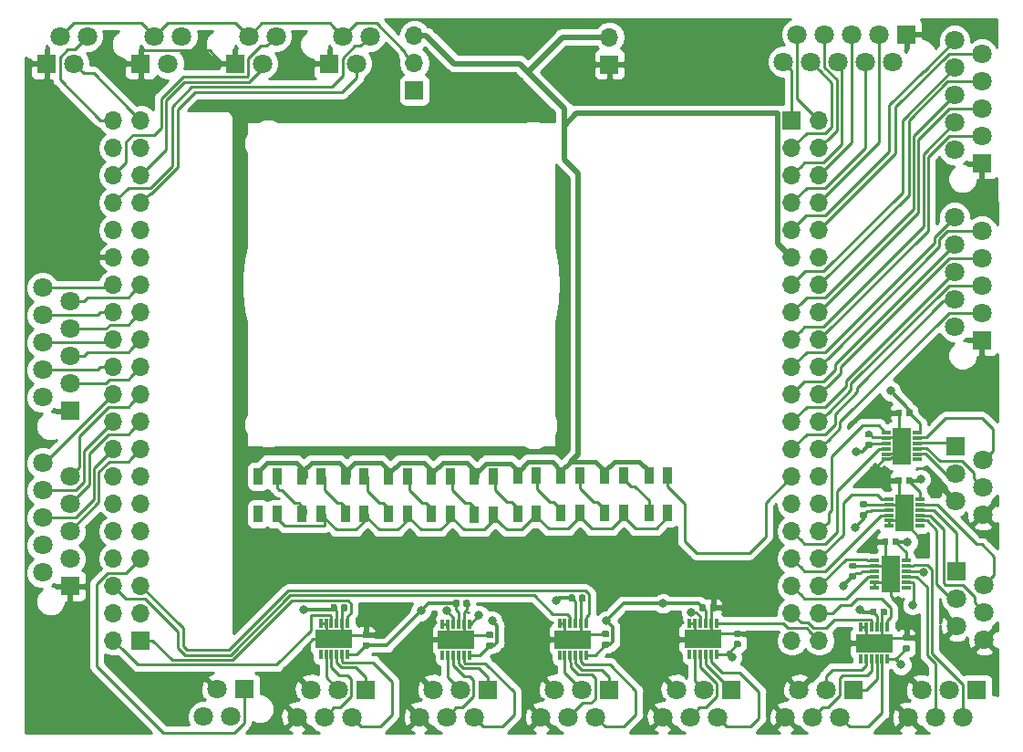
<source format=gbr>
G04 #@! TF.GenerationSoftware,KiCad,Pcbnew,5.0.2-bee76a0~70~ubuntu18.04.1*
G04 #@! TF.CreationDate,2019-09-26T00:30:11+02:00*
G04 #@! TF.ProjectId,myo_shield_pcb,6d796f5f-7368-4696-956c-645f7063622e,rev?*
G04 #@! TF.SameCoordinates,Original*
G04 #@! TF.FileFunction,Copper,L1,Top*
G04 #@! TF.FilePolarity,Positive*
%FSLAX46Y46*%
G04 Gerber Fmt 4.6, Leading zero omitted, Abs format (unit mm)*
G04 Created by KiCad (PCBNEW 5.0.2-bee76a0~70~ubuntu18.04.1) date Do 26 Sep 2019 00:30:11 CEST*
%MOMM*%
%LPD*%
G01*
G04 APERTURE LIST*
G04 #@! TA.AperFunction,Conductor*
%ADD10C,0.100000*%
G04 #@! TD*
G04 #@! TA.AperFunction,SMDPad,CuDef*
%ADD11C,0.590000*%
G04 #@! TD*
G04 #@! TA.AperFunction,ComponentPad*
%ADD12C,1.800000*%
G04 #@! TD*
G04 #@! TA.AperFunction,ComponentPad*
%ADD13R,1.800000X1.800000*%
G04 #@! TD*
G04 #@! TA.AperFunction,SMDPad,CuDef*
%ADD14R,3.403600X1.803400*%
G04 #@! TD*
G04 #@! TA.AperFunction,SMDPad,CuDef*
%ADD15R,0.304800X0.812800*%
G04 #@! TD*
G04 #@! TA.AperFunction,ComponentPad*
%ADD16R,1.700000X1.700000*%
G04 #@! TD*
G04 #@! TA.AperFunction,ComponentPad*
%ADD17O,1.700000X1.700000*%
G04 #@! TD*
G04 #@! TA.AperFunction,SMDPad,CuDef*
%ADD18R,0.850000X1.600000*%
G04 #@! TD*
G04 #@! TA.AperFunction,SMDPad,CuDef*
%ADD19R,1.803400X3.403600*%
G04 #@! TD*
G04 #@! TA.AperFunction,SMDPad,CuDef*
%ADD20R,0.812800X0.304800*%
G04 #@! TD*
G04 #@! TA.AperFunction,ViaPad*
%ADD21C,0.800000*%
G04 #@! TD*
G04 #@! TA.AperFunction,Conductor*
%ADD22C,0.250000*%
G04 #@! TD*
G04 #@! TA.AperFunction,Conductor*
%ADD23C,0.450000*%
G04 #@! TD*
G04 #@! TA.AperFunction,Conductor*
%ADD24C,0.500000*%
G04 #@! TD*
G04 #@! TA.AperFunction,Conductor*
%ADD25C,0.300000*%
G04 #@! TD*
G04 #@! TA.AperFunction,Conductor*
%ADD26C,0.254000*%
G04 #@! TD*
G04 APERTURE END LIST*
D10*
G04 #@! TO.N,GND*
G04 #@! TO.C,C2*
G36*
X144146958Y-131680710D02*
X144161276Y-131682834D01*
X144175317Y-131686351D01*
X144188946Y-131691228D01*
X144202031Y-131697417D01*
X144214447Y-131704858D01*
X144226073Y-131713481D01*
X144236798Y-131723202D01*
X144246519Y-131733927D01*
X144255142Y-131745553D01*
X144262583Y-131757969D01*
X144268772Y-131771054D01*
X144273649Y-131784683D01*
X144277166Y-131798724D01*
X144279290Y-131813042D01*
X144280000Y-131827500D01*
X144280000Y-132172500D01*
X144279290Y-132186958D01*
X144277166Y-132201276D01*
X144273649Y-132215317D01*
X144268772Y-132228946D01*
X144262583Y-132242031D01*
X144255142Y-132254447D01*
X144246519Y-132266073D01*
X144236798Y-132276798D01*
X144226073Y-132286519D01*
X144214447Y-132295142D01*
X144202031Y-132302583D01*
X144188946Y-132308772D01*
X144175317Y-132313649D01*
X144161276Y-132317166D01*
X144146958Y-132319290D01*
X144132500Y-132320000D01*
X143837500Y-132320000D01*
X143823042Y-132319290D01*
X143808724Y-132317166D01*
X143794683Y-132313649D01*
X143781054Y-132308772D01*
X143767969Y-132302583D01*
X143755553Y-132295142D01*
X143743927Y-132286519D01*
X143733202Y-132276798D01*
X143723481Y-132266073D01*
X143714858Y-132254447D01*
X143707417Y-132242031D01*
X143701228Y-132228946D01*
X143696351Y-132215317D01*
X143692834Y-132201276D01*
X143690710Y-132186958D01*
X143690000Y-132172500D01*
X143690000Y-131827500D01*
X143690710Y-131813042D01*
X143692834Y-131798724D01*
X143696351Y-131784683D01*
X143701228Y-131771054D01*
X143707417Y-131757969D01*
X143714858Y-131745553D01*
X143723481Y-131733927D01*
X143733202Y-131723202D01*
X143743927Y-131713481D01*
X143755553Y-131704858D01*
X143767969Y-131697417D01*
X143781054Y-131691228D01*
X143794683Y-131686351D01*
X143808724Y-131682834D01*
X143823042Y-131680710D01*
X143837500Y-131680000D01*
X144132500Y-131680000D01*
X144146958Y-131680710D01*
X144146958Y-131680710D01*
G37*
D11*
G04 #@! TD*
G04 #@! TO.P,C2,2*
G04 #@! TO.N,GND*
X143985000Y-132000000D03*
D10*
G04 #@! TO.N,+3V3*
G04 #@! TO.C,C2*
G36*
X143176958Y-131680710D02*
X143191276Y-131682834D01*
X143205317Y-131686351D01*
X143218946Y-131691228D01*
X143232031Y-131697417D01*
X143244447Y-131704858D01*
X143256073Y-131713481D01*
X143266798Y-131723202D01*
X143276519Y-131733927D01*
X143285142Y-131745553D01*
X143292583Y-131757969D01*
X143298772Y-131771054D01*
X143303649Y-131784683D01*
X143307166Y-131798724D01*
X143309290Y-131813042D01*
X143310000Y-131827500D01*
X143310000Y-132172500D01*
X143309290Y-132186958D01*
X143307166Y-132201276D01*
X143303649Y-132215317D01*
X143298772Y-132228946D01*
X143292583Y-132242031D01*
X143285142Y-132254447D01*
X143276519Y-132266073D01*
X143266798Y-132276798D01*
X143256073Y-132286519D01*
X143244447Y-132295142D01*
X143232031Y-132302583D01*
X143218946Y-132308772D01*
X143205317Y-132313649D01*
X143191276Y-132317166D01*
X143176958Y-132319290D01*
X143162500Y-132320000D01*
X142867500Y-132320000D01*
X142853042Y-132319290D01*
X142838724Y-132317166D01*
X142824683Y-132313649D01*
X142811054Y-132308772D01*
X142797969Y-132302583D01*
X142785553Y-132295142D01*
X142773927Y-132286519D01*
X142763202Y-132276798D01*
X142753481Y-132266073D01*
X142744858Y-132254447D01*
X142737417Y-132242031D01*
X142731228Y-132228946D01*
X142726351Y-132215317D01*
X142722834Y-132201276D01*
X142720710Y-132186958D01*
X142720000Y-132172500D01*
X142720000Y-131827500D01*
X142720710Y-131813042D01*
X142722834Y-131798724D01*
X142726351Y-131784683D01*
X142731228Y-131771054D01*
X142737417Y-131757969D01*
X142744858Y-131745553D01*
X142753481Y-131733927D01*
X142763202Y-131723202D01*
X142773927Y-131713481D01*
X142785553Y-131704858D01*
X142797969Y-131697417D01*
X142811054Y-131691228D01*
X142824683Y-131686351D01*
X142838724Y-131682834D01*
X142853042Y-131680710D01*
X142867500Y-131680000D01*
X143162500Y-131680000D01*
X143176958Y-131680710D01*
X143176958Y-131680710D01*
G37*
D11*
G04 #@! TD*
G04 #@! TO.P,C2,1*
G04 #@! TO.N,+3V3*
X143015000Y-132000000D03*
D12*
G04 #@! TO.P,J20,4*
G04 #@! TO.N,/icebus0_h_Tx*
X142140000Y-142140000D03*
G04 #@! TO.P,J20,3*
G04 #@! TO.N,/icebus0_l_Tx*
X143410000Y-139600000D03*
G04 #@! TO.P,J20,2*
G04 #@! TO.N,/icebus0_h_Rx*
X144680000Y-142140000D03*
D13*
G04 #@! TO.P,J20,1*
G04 #@! TO.N,/icebus0_l_Rx*
X145950000Y-139600000D03*
D12*
G04 #@! TO.P,J20,5*
G04 #@! TO.N,GND*
X140870000Y-139600000D03*
G04 #@! TO.P,J20,6*
X139600000Y-142140000D03*
G04 #@! TD*
D14*
G04 #@! TO.P,U1,13*
G04 #@! TO.N,GND*
X143038742Y-134898131D03*
D15*
G04 #@! TO.P,U1,12*
G04 #@! TO.N,+3V3*
X144288742Y-136345931D03*
G04 #@! TO.P,U1,11*
G04 #@! TO.N,/icebus0_h_Rx*
X143788742Y-136345931D03*
G04 #@! TO.P,U1,10*
G04 #@! TO.N,/icebus0_l_Rx*
X143288742Y-136345931D03*
G04 #@! TO.P,U1,9*
G04 #@! TO.N,/icebus0_h_Tx*
X142788742Y-136345931D03*
G04 #@! TO.P,U1,8*
G04 #@! TO.N,/icebus0_l_Tx*
X142288742Y-136345931D03*
G04 #@! TO.P,U1,7*
G04 #@! TO.N,Net-(U1-Pad7)*
X141788742Y-136345931D03*
G04 #@! TO.P,U1,6*
G04 #@! TO.N,GND*
X141788742Y-133450331D03*
G04 #@! TO.P,U1,5*
X142288742Y-133450331D03*
G04 #@! TO.P,U1,4*
G04 #@! TO.N,/icebus0_tx*
X142788742Y-133450331D03*
G04 #@! TO.P,U1,3*
G04 #@! TO.N,+3V3*
X143288742Y-133450331D03*
G04 #@! TO.P,U1,2*
G04 #@! TO.N,GND*
X143788742Y-133450331D03*
G04 #@! TO.P,U1,1*
G04 #@! TO.N,/icebus0_rx*
X144288742Y-133450331D03*
G04 #@! TD*
D10*
G04 #@! TO.N,GND*
G04 #@! TO.C,C1*
G36*
X146186958Y-134220710D02*
X146201276Y-134222834D01*
X146215317Y-134226351D01*
X146228946Y-134231228D01*
X146242031Y-134237417D01*
X146254447Y-134244858D01*
X146266073Y-134253481D01*
X146276798Y-134263202D01*
X146286519Y-134273927D01*
X146295142Y-134285553D01*
X146302583Y-134297969D01*
X146308772Y-134311054D01*
X146313649Y-134324683D01*
X146317166Y-134338724D01*
X146319290Y-134353042D01*
X146320000Y-134367500D01*
X146320000Y-134662500D01*
X146319290Y-134676958D01*
X146317166Y-134691276D01*
X146313649Y-134705317D01*
X146308772Y-134718946D01*
X146302583Y-134732031D01*
X146295142Y-134744447D01*
X146286519Y-134756073D01*
X146276798Y-134766798D01*
X146266073Y-134776519D01*
X146254447Y-134785142D01*
X146242031Y-134792583D01*
X146228946Y-134798772D01*
X146215317Y-134803649D01*
X146201276Y-134807166D01*
X146186958Y-134809290D01*
X146172500Y-134810000D01*
X145827500Y-134810000D01*
X145813042Y-134809290D01*
X145798724Y-134807166D01*
X145784683Y-134803649D01*
X145771054Y-134798772D01*
X145757969Y-134792583D01*
X145745553Y-134785142D01*
X145733927Y-134776519D01*
X145723202Y-134766798D01*
X145713481Y-134756073D01*
X145704858Y-134744447D01*
X145697417Y-134732031D01*
X145691228Y-134718946D01*
X145686351Y-134705317D01*
X145682834Y-134691276D01*
X145680710Y-134676958D01*
X145680000Y-134662500D01*
X145680000Y-134367500D01*
X145680710Y-134353042D01*
X145682834Y-134338724D01*
X145686351Y-134324683D01*
X145691228Y-134311054D01*
X145697417Y-134297969D01*
X145704858Y-134285553D01*
X145713481Y-134273927D01*
X145723202Y-134263202D01*
X145733927Y-134253481D01*
X145745553Y-134244858D01*
X145757969Y-134237417D01*
X145771054Y-134231228D01*
X145784683Y-134226351D01*
X145798724Y-134222834D01*
X145813042Y-134220710D01*
X145827500Y-134220000D01*
X146172500Y-134220000D01*
X146186958Y-134220710D01*
X146186958Y-134220710D01*
G37*
D11*
G04 #@! TD*
G04 #@! TO.P,C1,2*
G04 #@! TO.N,GND*
X146000000Y-134515000D03*
D10*
G04 #@! TO.N,+3V3*
G04 #@! TO.C,C1*
G36*
X146186958Y-135190710D02*
X146201276Y-135192834D01*
X146215317Y-135196351D01*
X146228946Y-135201228D01*
X146242031Y-135207417D01*
X146254447Y-135214858D01*
X146266073Y-135223481D01*
X146276798Y-135233202D01*
X146286519Y-135243927D01*
X146295142Y-135255553D01*
X146302583Y-135267969D01*
X146308772Y-135281054D01*
X146313649Y-135294683D01*
X146317166Y-135308724D01*
X146319290Y-135323042D01*
X146320000Y-135337500D01*
X146320000Y-135632500D01*
X146319290Y-135646958D01*
X146317166Y-135661276D01*
X146313649Y-135675317D01*
X146308772Y-135688946D01*
X146302583Y-135702031D01*
X146295142Y-135714447D01*
X146286519Y-135726073D01*
X146276798Y-135736798D01*
X146266073Y-135746519D01*
X146254447Y-135755142D01*
X146242031Y-135762583D01*
X146228946Y-135768772D01*
X146215317Y-135773649D01*
X146201276Y-135777166D01*
X146186958Y-135779290D01*
X146172500Y-135780000D01*
X145827500Y-135780000D01*
X145813042Y-135779290D01*
X145798724Y-135777166D01*
X145784683Y-135773649D01*
X145771054Y-135768772D01*
X145757969Y-135762583D01*
X145745553Y-135755142D01*
X145733927Y-135746519D01*
X145723202Y-135736798D01*
X145713481Y-135726073D01*
X145704858Y-135714447D01*
X145697417Y-135702031D01*
X145691228Y-135688946D01*
X145686351Y-135675317D01*
X145682834Y-135661276D01*
X145680710Y-135646958D01*
X145680000Y-135632500D01*
X145680000Y-135337500D01*
X145680710Y-135323042D01*
X145682834Y-135308724D01*
X145686351Y-135294683D01*
X145691228Y-135281054D01*
X145697417Y-135267969D01*
X145704858Y-135255553D01*
X145713481Y-135243927D01*
X145723202Y-135233202D01*
X145733927Y-135223481D01*
X145745553Y-135214858D01*
X145757969Y-135207417D01*
X145771054Y-135201228D01*
X145784683Y-135196351D01*
X145798724Y-135192834D01*
X145813042Y-135190710D01*
X145827500Y-135190000D01*
X146172500Y-135190000D01*
X146186958Y-135190710D01*
X146186958Y-135190710D01*
G37*
D11*
G04 #@! TD*
G04 #@! TO.P,C1,1*
G04 #@! TO.N,+3V3*
X146000000Y-135485000D03*
D12*
G04 #@! TO.P,J16,4*
G04 #@! TO.N,/SDA_0_AUXILIARY*
X120155000Y-78980000D03*
G04 #@! TO.P,J16,3*
G04 #@! TO.N,/SCL_0_AUXILIARY*
X118885000Y-81520000D03*
G04 #@! TO.P,J16,2*
G04 #@! TO.N,Net-(J16-Pad2)*
X117615000Y-78980000D03*
D13*
G04 #@! TO.P,J16,1*
G04 #@! TO.N,GND*
X116345000Y-81520000D03*
G04 #@! TD*
G04 #@! TO.P,J17,1*
G04 #@! TO.N,GND*
X133845000Y-81520000D03*
D12*
G04 #@! TO.P,J17,2*
G04 #@! TO.N,Net-(J16-Pad2)*
X135115000Y-78980000D03*
G04 #@! TO.P,J17,3*
G04 #@! TO.N,/SCL_2_AUXILIARY*
X136385000Y-81520000D03*
G04 #@! TO.P,J17,4*
G04 #@! TO.N,/SDA_2_AUXILIARY*
X137655000Y-78980000D03*
G04 #@! TD*
G04 #@! TO.P,J18,4*
G04 #@! TO.N,/SDA_1_AUXILIARY*
X128905000Y-78980000D03*
G04 #@! TO.P,J18,3*
G04 #@! TO.N,/SCL_1_AUXILIARY*
X127635000Y-81520000D03*
G04 #@! TO.P,J18,2*
G04 #@! TO.N,Net-(J16-Pad2)*
X126365000Y-78980000D03*
D13*
G04 #@! TO.P,J18,1*
G04 #@! TO.N,GND*
X125095000Y-81520000D03*
G04 #@! TD*
D16*
G04 #@! TO.P,J19,1*
G04 #@! TO.N,GND*
X168600000Y-81600000D03*
D17*
G04 #@! TO.P,J19,2*
G04 #@! TO.N,+5V*
X168600000Y-79060000D03*
G04 #@! TD*
G04 #@! TO.P,J3,40*
G04 #@! TO.N,/icebus3_rx*
X188090000Y-135050000D03*
G04 #@! TO.P,J3,39*
G04 #@! TO.N,/icebus3_tx*
X185550000Y-135050000D03*
G04 #@! TO.P,J3,38*
G04 #@! TO.N,/icebus4_rx*
X188090000Y-132510000D03*
G04 #@! TO.P,J3,37*
G04 #@! TO.N,/icebus4_tx*
X185550000Y-132510000D03*
G04 #@! TO.P,J3,36*
G04 #@! TO.N,/icebus5_rx*
X188090000Y-129970000D03*
G04 #@! TO.P,J3,35*
G04 #@! TO.N,/icebus5_tx*
X185550000Y-129970000D03*
G04 #@! TO.P,J3,34*
G04 #@! TO.N,/icebus6_rx*
X188090000Y-127430000D03*
G04 #@! TO.P,J3,33*
G04 #@! TO.N,/icebus6_tx*
X185550000Y-127430000D03*
G04 #@! TO.P,J3,32*
G04 #@! TO.N,/icebus7_rx*
X188090000Y-124890000D03*
G04 #@! TO.P,J3,31*
G04 #@! TO.N,/icebus7_tx*
X185550000Y-124890000D03*
G04 #@! TO.P,J3,30*
G04 #@! TO.N,GND*
X188090000Y-122350000D03*
G04 #@! TO.P,J3,29*
G04 #@! TO.N,+3V3*
X185550000Y-122350000D03*
G04 #@! TO.P,J3,28*
G04 #@! TO.N,Net-(J3-Pad28)*
X188090000Y-119810000D03*
G04 #@! TO.P,J3,27*
G04 #@! TO.N,/NEOPX*
X185550000Y-119810000D03*
G04 #@! TO.P,J3,26*
G04 #@! TO.N,/SCL_0_SHOULDER_RIGHT*
X188090000Y-117270000D03*
G04 #@! TO.P,J3,25*
G04 #@! TO.N,/SDA_0_SHOULDER_RIGHT*
X185550000Y-117270000D03*
G04 #@! TO.P,J3,24*
G04 #@! TO.N,/SCL_1_SHOULDER_RIGHT*
X188090000Y-114730000D03*
G04 #@! TO.P,J3,23*
G04 #@! TO.N,/SDA_1_SHOULDER_RIGHT*
X185550000Y-114730000D03*
G04 #@! TO.P,J3,22*
G04 #@! TO.N,/SCL_2_SHOULDER_RIGHT*
X188090000Y-112190000D03*
G04 #@! TO.P,J3,21*
G04 #@! TO.N,/SDA_2_SHOULDER_RIGHT*
X185550000Y-112190000D03*
G04 #@! TO.P,J3,20*
G04 #@! TO.N,/SCL_3_SHOULDER_RIGHT*
X188090000Y-109650000D03*
G04 #@! TO.P,J3,19*
G04 #@! TO.N,/SDA_3_SHOULDER_RIGHT*
X185550000Y-109650000D03*
G04 #@! TO.P,J3,18*
G04 #@! TO.N,/SCL_0_HIP_LEFT*
X188090000Y-107110000D03*
G04 #@! TO.P,J3,17*
G04 #@! TO.N,/SDA_0_HIP_LEFT*
X185550000Y-107110000D03*
G04 #@! TO.P,J3,16*
G04 #@! TO.N,/SCL_1_HIP_LEFT*
X188090000Y-104570000D03*
G04 #@! TO.P,J3,15*
G04 #@! TO.N,/SDA_1_HIP_LEFT*
X185550000Y-104570000D03*
G04 #@! TO.P,J3,14*
G04 #@! TO.N,/SCL_2_HIP_LEFT*
X188090000Y-102030000D03*
G04 #@! TO.P,J3,13*
G04 #@! TO.N,/SDA_2_HIP_LEFT*
X185550000Y-102030000D03*
G04 #@! TO.P,J3,12*
G04 #@! TO.N,GND*
X188090000Y-99490000D03*
G04 #@! TO.P,J3,11*
G04 #@! TO.N,+5V*
X185550000Y-99490000D03*
G04 #@! TO.P,J3,10*
G04 #@! TO.N,/SCL_3_HIP_LEFT*
X188090000Y-96950000D03*
G04 #@! TO.P,J3,9*
G04 #@! TO.N,/SDA_3_HIP_LEFT*
X185550000Y-96950000D03*
G04 #@! TO.P,J3,8*
G04 #@! TO.N,/SCL_0_HIP_RIGHT*
X188090000Y-94410000D03*
G04 #@! TO.P,J3,7*
G04 #@! TO.N,/SDA_0_HIP_RIGHT*
X185550000Y-94410000D03*
G04 #@! TO.P,J3,6*
G04 #@! TO.N,/SCL_1_HIP_RIGHT*
X188090000Y-91870000D03*
G04 #@! TO.P,J3,5*
G04 #@! TO.N,/SDA_1_HIP_RIGHT*
X185550000Y-91870000D03*
G04 #@! TO.P,J3,4*
G04 #@! TO.N,/SCL_2_HIP_RIGHT*
X188090000Y-89330000D03*
G04 #@! TO.P,J3,3*
G04 #@! TO.N,/SDA_2_HIP_RIGHT*
X185550000Y-89330000D03*
G04 #@! TO.P,J3,2*
G04 #@! TO.N,/SCL_3_HIP_RIGHT*
X188090000Y-86790000D03*
D16*
G04 #@! TO.P,J3,1*
G04 #@! TO.N,/SDA_3_HIP_RIGHT*
X185550000Y-86790000D03*
G04 #@! TD*
G04 #@! TO.P,J6,1*
G04 #@! TO.N,/icebus0_rx*
X125100000Y-135050000D03*
D17*
G04 #@! TO.P,J6,2*
G04 #@! TO.N,/icebus0_tx*
X122560000Y-135050000D03*
G04 #@! TO.P,J6,3*
G04 #@! TO.N,/icebus1_rx*
X125100000Y-132510000D03*
G04 #@! TO.P,J6,4*
G04 #@! TO.N,/icebus1_tx*
X122560000Y-132510000D03*
G04 #@! TO.P,J6,5*
G04 #@! TO.N,/icebus2_rx*
X125100000Y-129970000D03*
G04 #@! TO.P,J6,6*
G04 #@! TO.N,/icebus2_tx*
X122560000Y-129970000D03*
G04 #@! TO.P,J6,7*
G04 #@! TO.N,/power_sense_n*
X125100000Y-127430000D03*
G04 #@! TO.P,J6,8*
G04 #@! TO.N,Net-(J6-Pad8)*
X122560000Y-127430000D03*
G04 #@! TO.P,J6,9*
G04 #@! TO.N,Net-(J6-Pad9)*
X125100000Y-124890000D03*
G04 #@! TO.P,J6,10*
G04 #@! TO.N,Net-(J6-Pad10)*
X122560000Y-124890000D03*
G04 #@! TO.P,J6,11*
G04 #@! TO.N,+5V*
X125100000Y-122350000D03*
G04 #@! TO.P,J6,12*
G04 #@! TO.N,GND*
X122560000Y-122350000D03*
G04 #@! TO.P,J6,13*
G04 #@! TO.N,/SCL_0_HEAD*
X125100000Y-119810000D03*
G04 #@! TO.P,J6,14*
G04 #@! TO.N,/SDA_0_HEAD*
X122560000Y-119810000D03*
G04 #@! TO.P,J6,15*
G04 #@! TO.N,/SCL_1_HEAD*
X125100000Y-117270000D03*
G04 #@! TO.P,J6,16*
G04 #@! TO.N,/SDA_1_HEAD*
X122560000Y-117270000D03*
G04 #@! TO.P,J6,17*
G04 #@! TO.N,/SCL_2_HEAD*
X125100000Y-114730000D03*
G04 #@! TO.P,J6,18*
G04 #@! TO.N,/SDA_2_HEAD*
X122560000Y-114730000D03*
G04 #@! TO.P,J6,19*
G04 #@! TO.N,/SCL_3_HEAD*
X125100000Y-112190000D03*
G04 #@! TO.P,J6,20*
G04 #@! TO.N,/SDA_3_HEAD*
X122560000Y-112190000D03*
G04 #@! TO.P,J6,21*
G04 #@! TO.N,/SCL_0_SHOULDER_LEFT*
X125100000Y-109650000D03*
G04 #@! TO.P,J6,22*
G04 #@! TO.N,/SDA_0_SHOULDER_LEFT*
X122560000Y-109650000D03*
G04 #@! TO.P,J6,23*
G04 #@! TO.N,/SCL_1_SHOULDER_LEFT*
X125100000Y-107110000D03*
G04 #@! TO.P,J6,24*
G04 #@! TO.N,/SDA_1_SHOULDER_LEFT*
X122560000Y-107110000D03*
G04 #@! TO.P,J6,25*
G04 #@! TO.N,/SCL_2_SHOULDER_LEFT*
X125100000Y-104570000D03*
G04 #@! TO.P,J6,26*
G04 #@! TO.N,/SDA_2_SHOULDER_LEFT*
X122560000Y-104570000D03*
G04 #@! TO.P,J6,27*
G04 #@! TO.N,/SCL_3_SHOULDER_LEFT*
X125100000Y-102030000D03*
G04 #@! TO.P,J6,28*
G04 #@! TO.N,/SDA_3_SHOULDER_LEFT*
X122560000Y-102030000D03*
G04 #@! TO.P,J6,29*
G04 #@! TO.N,+3V3*
X125100000Y-99490000D03*
G04 #@! TO.P,J6,30*
G04 #@! TO.N,GND*
X122560000Y-99490000D03*
G04 #@! TO.P,J6,31*
G04 #@! TO.N,Net-(J6-Pad31)*
X125100000Y-96950000D03*
G04 #@! TO.P,J6,32*
G04 #@! TO.N,Net-(J6-Pad32)*
X122560000Y-96950000D03*
G04 #@! TO.P,J6,33*
G04 #@! TO.N,/SCL_3_AUXILIARY*
X125100000Y-94410000D03*
G04 #@! TO.P,J6,34*
G04 #@! TO.N,/SDA_3_AUXILIARY*
X122560000Y-94410000D03*
G04 #@! TO.P,J6,35*
G04 #@! TO.N,/SCL_2_AUXILIARY*
X125100000Y-91870000D03*
G04 #@! TO.P,J6,36*
G04 #@! TO.N,/SDA_2_AUXILIARY*
X122560000Y-91870000D03*
G04 #@! TO.P,J6,37*
G04 #@! TO.N,/SCL_1_AUXILIARY*
X125100000Y-89330000D03*
G04 #@! TO.P,J6,38*
G04 #@! TO.N,/SDA_1_AUXILIARY*
X122560000Y-89330000D03*
G04 #@! TO.P,J6,39*
G04 #@! TO.N,/SCL_0_AUXILIARY*
X125100000Y-86790000D03*
G04 #@! TO.P,J6,40*
G04 #@! TO.N,/SDA_0_AUXILIARY*
X122560000Y-86790000D03*
G04 #@! TD*
D18*
G04 #@! TO.P,D1,3*
G04 #@! TO.N,/NEOPX*
X174025000Y-119700000D03*
G04 #@! TO.P,D1,4*
G04 #@! TO.N,+5V*
X172275000Y-119700000D03*
G04 #@! TO.P,D1,2*
G04 #@! TO.N,Net-(D1-Pad2)*
X174025000Y-123200000D03*
G04 #@! TO.P,D1,1*
G04 #@! TO.N,Net-(D1-Pad1)*
X172275000Y-123200000D03*
G04 #@! TD*
G04 #@! TO.P,D2,3*
G04 #@! TO.N,Net-(D1-Pad1)*
X169925000Y-119700000D03*
G04 #@! TO.P,D2,4*
G04 #@! TO.N,+5V*
X168175000Y-119700000D03*
G04 #@! TO.P,D2,2*
G04 #@! TO.N,Net-(D1-Pad2)*
X169925000Y-123200000D03*
G04 #@! TO.P,D2,1*
G04 #@! TO.N,Net-(D2-Pad1)*
X168175000Y-123200000D03*
G04 #@! TD*
G04 #@! TO.P,D3,1*
G04 #@! TO.N,Net-(D3-Pad1)*
X164125000Y-123200000D03*
G04 #@! TO.P,D3,2*
G04 #@! TO.N,Net-(D1-Pad2)*
X165875000Y-123200000D03*
G04 #@! TO.P,D3,4*
G04 #@! TO.N,+5V*
X164125000Y-119700000D03*
G04 #@! TO.P,D3,3*
G04 #@! TO.N,Net-(D2-Pad1)*
X165875000Y-119700000D03*
G04 #@! TD*
G04 #@! TO.P,D4,3*
G04 #@! TO.N,Net-(D3-Pad1)*
X161825000Y-119750000D03*
G04 #@! TO.P,D4,4*
G04 #@! TO.N,+5V*
X160075000Y-119750000D03*
G04 #@! TO.P,D4,2*
G04 #@! TO.N,Net-(D1-Pad2)*
X161825000Y-123250000D03*
G04 #@! TO.P,D4,1*
G04 #@! TO.N,Net-(D4-Pad1)*
X160075000Y-123250000D03*
G04 #@! TD*
G04 #@! TO.P,D5,1*
G04 #@! TO.N,Net-(D5-Pad1)*
X156075000Y-123350000D03*
G04 #@! TO.P,D5,2*
G04 #@! TO.N,Net-(D1-Pad2)*
X157825000Y-123350000D03*
G04 #@! TO.P,D5,4*
G04 #@! TO.N,+5V*
X156075000Y-119850000D03*
G04 #@! TO.P,D5,3*
G04 #@! TO.N,Net-(D4-Pad1)*
X157825000Y-119850000D03*
G04 #@! TD*
G04 #@! TO.P,D6,1*
G04 #@! TO.N,Net-(D6-Pad1)*
X152075000Y-123300000D03*
G04 #@! TO.P,D6,2*
G04 #@! TO.N,Net-(D1-Pad2)*
X153825000Y-123300000D03*
G04 #@! TO.P,D6,4*
G04 #@! TO.N,+5V*
X152075000Y-119800000D03*
G04 #@! TO.P,D6,3*
G04 #@! TO.N,Net-(D5-Pad1)*
X153825000Y-119800000D03*
G04 #@! TD*
G04 #@! TO.P,D7,3*
G04 #@! TO.N,Net-(D6-Pad1)*
X149825000Y-119800000D03*
G04 #@! TO.P,D7,4*
G04 #@! TO.N,+5V*
X148075000Y-119800000D03*
G04 #@! TO.P,D7,2*
G04 #@! TO.N,Net-(D1-Pad2)*
X149825000Y-123300000D03*
G04 #@! TO.P,D7,1*
G04 #@! TO.N,Net-(D7-Pad1)*
X148075000Y-123300000D03*
G04 #@! TD*
G04 #@! TO.P,D8,1*
G04 #@! TO.N,Net-(D8-Pad1)*
X144075000Y-123300000D03*
G04 #@! TO.P,D8,2*
G04 #@! TO.N,Net-(D1-Pad2)*
X145825000Y-123300000D03*
G04 #@! TO.P,D8,4*
G04 #@! TO.N,+5V*
X144075000Y-119800000D03*
G04 #@! TO.P,D8,3*
G04 #@! TO.N,Net-(D7-Pad1)*
X145825000Y-119800000D03*
G04 #@! TD*
G04 #@! TO.P,D9,3*
G04 #@! TO.N,Net-(D8-Pad1)*
X141825000Y-119800000D03*
G04 #@! TO.P,D9,4*
G04 #@! TO.N,+5V*
X140075000Y-119800000D03*
G04 #@! TO.P,D9,2*
G04 #@! TO.N,Net-(D1-Pad2)*
X141825000Y-123300000D03*
G04 #@! TO.P,D9,1*
G04 #@! TO.N,Net-(D10-Pad3)*
X140075000Y-123300000D03*
G04 #@! TD*
G04 #@! TO.P,D10,3*
G04 #@! TO.N,Net-(D10-Pad3)*
X137725000Y-119800000D03*
G04 #@! TO.P,D10,4*
G04 #@! TO.N,+5V*
X135975000Y-119800000D03*
G04 #@! TO.P,D10,2*
G04 #@! TO.N,Net-(D1-Pad2)*
X137725000Y-123300000D03*
G04 #@! TO.P,D10,1*
G04 #@! TO.N,Net-(D10-Pad1)*
X135975000Y-123300000D03*
G04 #@! TD*
D10*
G04 #@! TO.N,GND*
G04 #@! TO.C,C3*
G36*
X191386958Y-127820710D02*
X191401276Y-127822834D01*
X191415317Y-127826351D01*
X191428946Y-127831228D01*
X191442031Y-127837417D01*
X191454447Y-127844858D01*
X191466073Y-127853481D01*
X191476798Y-127863202D01*
X191486519Y-127873927D01*
X191495142Y-127885553D01*
X191502583Y-127897969D01*
X191508772Y-127911054D01*
X191513649Y-127924683D01*
X191517166Y-127938724D01*
X191519290Y-127953042D01*
X191520000Y-127967500D01*
X191520000Y-128262500D01*
X191519290Y-128276958D01*
X191517166Y-128291276D01*
X191513649Y-128305317D01*
X191508772Y-128318946D01*
X191502583Y-128332031D01*
X191495142Y-128344447D01*
X191486519Y-128356073D01*
X191476798Y-128366798D01*
X191466073Y-128376519D01*
X191454447Y-128385142D01*
X191442031Y-128392583D01*
X191428946Y-128398772D01*
X191415317Y-128403649D01*
X191401276Y-128407166D01*
X191386958Y-128409290D01*
X191372500Y-128410000D01*
X191027500Y-128410000D01*
X191013042Y-128409290D01*
X190998724Y-128407166D01*
X190984683Y-128403649D01*
X190971054Y-128398772D01*
X190957969Y-128392583D01*
X190945553Y-128385142D01*
X190933927Y-128376519D01*
X190923202Y-128366798D01*
X190913481Y-128356073D01*
X190904858Y-128344447D01*
X190897417Y-128332031D01*
X190891228Y-128318946D01*
X190886351Y-128305317D01*
X190882834Y-128291276D01*
X190880710Y-128276958D01*
X190880000Y-128262500D01*
X190880000Y-127967500D01*
X190880710Y-127953042D01*
X190882834Y-127938724D01*
X190886351Y-127924683D01*
X190891228Y-127911054D01*
X190897417Y-127897969D01*
X190904858Y-127885553D01*
X190913481Y-127873927D01*
X190923202Y-127863202D01*
X190933927Y-127853481D01*
X190945553Y-127844858D01*
X190957969Y-127837417D01*
X190971054Y-127831228D01*
X190984683Y-127826351D01*
X190998724Y-127822834D01*
X191013042Y-127820710D01*
X191027500Y-127820000D01*
X191372500Y-127820000D01*
X191386958Y-127820710D01*
X191386958Y-127820710D01*
G37*
D11*
G04 #@! TD*
G04 #@! TO.P,C3,2*
G04 #@! TO.N,GND*
X191200000Y-128115000D03*
D10*
G04 #@! TO.N,+3V3*
G04 #@! TO.C,C3*
G36*
X191386958Y-128790710D02*
X191401276Y-128792834D01*
X191415317Y-128796351D01*
X191428946Y-128801228D01*
X191442031Y-128807417D01*
X191454447Y-128814858D01*
X191466073Y-128823481D01*
X191476798Y-128833202D01*
X191486519Y-128843927D01*
X191495142Y-128855553D01*
X191502583Y-128867969D01*
X191508772Y-128881054D01*
X191513649Y-128894683D01*
X191517166Y-128908724D01*
X191519290Y-128923042D01*
X191520000Y-128937500D01*
X191520000Y-129232500D01*
X191519290Y-129246958D01*
X191517166Y-129261276D01*
X191513649Y-129275317D01*
X191508772Y-129288946D01*
X191502583Y-129302031D01*
X191495142Y-129314447D01*
X191486519Y-129326073D01*
X191476798Y-129336798D01*
X191466073Y-129346519D01*
X191454447Y-129355142D01*
X191442031Y-129362583D01*
X191428946Y-129368772D01*
X191415317Y-129373649D01*
X191401276Y-129377166D01*
X191386958Y-129379290D01*
X191372500Y-129380000D01*
X191027500Y-129380000D01*
X191013042Y-129379290D01*
X190998724Y-129377166D01*
X190984683Y-129373649D01*
X190971054Y-129368772D01*
X190957969Y-129362583D01*
X190945553Y-129355142D01*
X190933927Y-129346519D01*
X190923202Y-129336798D01*
X190913481Y-129326073D01*
X190904858Y-129314447D01*
X190897417Y-129302031D01*
X190891228Y-129288946D01*
X190886351Y-129275317D01*
X190882834Y-129261276D01*
X190880710Y-129246958D01*
X190880000Y-129232500D01*
X190880000Y-128937500D01*
X190880710Y-128923042D01*
X190882834Y-128908724D01*
X190886351Y-128894683D01*
X190891228Y-128881054D01*
X190897417Y-128867969D01*
X190904858Y-128855553D01*
X190913481Y-128843927D01*
X190923202Y-128833202D01*
X190933927Y-128823481D01*
X190945553Y-128814858D01*
X190957969Y-128807417D01*
X190971054Y-128801228D01*
X190984683Y-128796351D01*
X190998724Y-128792834D01*
X191013042Y-128790710D01*
X191027500Y-128790000D01*
X191372500Y-128790000D01*
X191386958Y-128790710D01*
X191386958Y-128790710D01*
G37*
D11*
G04 #@! TD*
G04 #@! TO.P,C3,1*
G04 #@! TO.N,+3V3*
X191200000Y-129085000D03*
D10*
G04 #@! TO.N,+3V3*
G04 #@! TO.C,C4*
G36*
X195346264Y-125561520D02*
X195360582Y-125563644D01*
X195374623Y-125567161D01*
X195388252Y-125572038D01*
X195401337Y-125578227D01*
X195413753Y-125585668D01*
X195425379Y-125594291D01*
X195436104Y-125604012D01*
X195445825Y-125614737D01*
X195454448Y-125626363D01*
X195461889Y-125638779D01*
X195468078Y-125651864D01*
X195472955Y-125665493D01*
X195476472Y-125679534D01*
X195478596Y-125693852D01*
X195479306Y-125708310D01*
X195479306Y-126053310D01*
X195478596Y-126067768D01*
X195476472Y-126082086D01*
X195472955Y-126096127D01*
X195468078Y-126109756D01*
X195461889Y-126122841D01*
X195454448Y-126135257D01*
X195445825Y-126146883D01*
X195436104Y-126157608D01*
X195425379Y-126167329D01*
X195413753Y-126175952D01*
X195401337Y-126183393D01*
X195388252Y-126189582D01*
X195374623Y-126194459D01*
X195360582Y-126197976D01*
X195346264Y-126200100D01*
X195331806Y-126200810D01*
X195036806Y-126200810D01*
X195022348Y-126200100D01*
X195008030Y-126197976D01*
X194993989Y-126194459D01*
X194980360Y-126189582D01*
X194967275Y-126183393D01*
X194954859Y-126175952D01*
X194943233Y-126167329D01*
X194932508Y-126157608D01*
X194922787Y-126146883D01*
X194914164Y-126135257D01*
X194906723Y-126122841D01*
X194900534Y-126109756D01*
X194895657Y-126096127D01*
X194892140Y-126082086D01*
X194890016Y-126067768D01*
X194889306Y-126053310D01*
X194889306Y-125708310D01*
X194890016Y-125693852D01*
X194892140Y-125679534D01*
X194895657Y-125665493D01*
X194900534Y-125651864D01*
X194906723Y-125638779D01*
X194914164Y-125626363D01*
X194922787Y-125614737D01*
X194932508Y-125604012D01*
X194943233Y-125594291D01*
X194954859Y-125585668D01*
X194967275Y-125578227D01*
X194980360Y-125572038D01*
X194993989Y-125567161D01*
X195008030Y-125563644D01*
X195022348Y-125561520D01*
X195036806Y-125560810D01*
X195331806Y-125560810D01*
X195346264Y-125561520D01*
X195346264Y-125561520D01*
G37*
D11*
G04 #@! TD*
G04 #@! TO.P,C4,1*
G04 #@! TO.N,+3V3*
X195184306Y-125880810D03*
D10*
G04 #@! TO.N,GND*
G04 #@! TO.C,C4*
G36*
X194376264Y-125561520D02*
X194390582Y-125563644D01*
X194404623Y-125567161D01*
X194418252Y-125572038D01*
X194431337Y-125578227D01*
X194443753Y-125585668D01*
X194455379Y-125594291D01*
X194466104Y-125604012D01*
X194475825Y-125614737D01*
X194484448Y-125626363D01*
X194491889Y-125638779D01*
X194498078Y-125651864D01*
X194502955Y-125665493D01*
X194506472Y-125679534D01*
X194508596Y-125693852D01*
X194509306Y-125708310D01*
X194509306Y-126053310D01*
X194508596Y-126067768D01*
X194506472Y-126082086D01*
X194502955Y-126096127D01*
X194498078Y-126109756D01*
X194491889Y-126122841D01*
X194484448Y-126135257D01*
X194475825Y-126146883D01*
X194466104Y-126157608D01*
X194455379Y-126167329D01*
X194443753Y-126175952D01*
X194431337Y-126183393D01*
X194418252Y-126189582D01*
X194404623Y-126194459D01*
X194390582Y-126197976D01*
X194376264Y-126200100D01*
X194361806Y-126200810D01*
X194066806Y-126200810D01*
X194052348Y-126200100D01*
X194038030Y-126197976D01*
X194023989Y-126194459D01*
X194010360Y-126189582D01*
X193997275Y-126183393D01*
X193984859Y-126175952D01*
X193973233Y-126167329D01*
X193962508Y-126157608D01*
X193952787Y-126146883D01*
X193944164Y-126135257D01*
X193936723Y-126122841D01*
X193930534Y-126109756D01*
X193925657Y-126096127D01*
X193922140Y-126082086D01*
X193920016Y-126067768D01*
X193919306Y-126053310D01*
X193919306Y-125708310D01*
X193920016Y-125693852D01*
X193922140Y-125679534D01*
X193925657Y-125665493D01*
X193930534Y-125651864D01*
X193936723Y-125638779D01*
X193944164Y-125626363D01*
X193952787Y-125614737D01*
X193962508Y-125604012D01*
X193973233Y-125594291D01*
X193984859Y-125585668D01*
X193997275Y-125578227D01*
X194010360Y-125572038D01*
X194023989Y-125567161D01*
X194038030Y-125563644D01*
X194052348Y-125561520D01*
X194066806Y-125560810D01*
X194361806Y-125560810D01*
X194376264Y-125561520D01*
X194376264Y-125561520D01*
G37*
D11*
G04 #@! TD*
G04 #@! TO.P,C4,2*
G04 #@! TO.N,GND*
X194214306Y-125880810D03*
D10*
G04 #@! TO.N,GND*
G04 #@! TO.C,C5*
G36*
X168436958Y-134157187D02*
X168451276Y-134159311D01*
X168465317Y-134162828D01*
X168478946Y-134167705D01*
X168492031Y-134173894D01*
X168504447Y-134181335D01*
X168516073Y-134189958D01*
X168526798Y-134199679D01*
X168536519Y-134210404D01*
X168545142Y-134222030D01*
X168552583Y-134234446D01*
X168558772Y-134247531D01*
X168563649Y-134261160D01*
X168567166Y-134275201D01*
X168569290Y-134289519D01*
X168570000Y-134303977D01*
X168570000Y-134598977D01*
X168569290Y-134613435D01*
X168567166Y-134627753D01*
X168563649Y-134641794D01*
X168558772Y-134655423D01*
X168552583Y-134668508D01*
X168545142Y-134680924D01*
X168536519Y-134692550D01*
X168526798Y-134703275D01*
X168516073Y-134712996D01*
X168504447Y-134721619D01*
X168492031Y-134729060D01*
X168478946Y-134735249D01*
X168465317Y-134740126D01*
X168451276Y-134743643D01*
X168436958Y-134745767D01*
X168422500Y-134746477D01*
X168077500Y-134746477D01*
X168063042Y-134745767D01*
X168048724Y-134743643D01*
X168034683Y-134740126D01*
X168021054Y-134735249D01*
X168007969Y-134729060D01*
X167995553Y-134721619D01*
X167983927Y-134712996D01*
X167973202Y-134703275D01*
X167963481Y-134692550D01*
X167954858Y-134680924D01*
X167947417Y-134668508D01*
X167941228Y-134655423D01*
X167936351Y-134641794D01*
X167932834Y-134627753D01*
X167930710Y-134613435D01*
X167930000Y-134598977D01*
X167930000Y-134303977D01*
X167930710Y-134289519D01*
X167932834Y-134275201D01*
X167936351Y-134261160D01*
X167941228Y-134247531D01*
X167947417Y-134234446D01*
X167954858Y-134222030D01*
X167963481Y-134210404D01*
X167973202Y-134199679D01*
X167983927Y-134189958D01*
X167995553Y-134181335D01*
X168007969Y-134173894D01*
X168021054Y-134167705D01*
X168034683Y-134162828D01*
X168048724Y-134159311D01*
X168063042Y-134157187D01*
X168077500Y-134156477D01*
X168422500Y-134156477D01*
X168436958Y-134157187D01*
X168436958Y-134157187D01*
G37*
D11*
G04 #@! TD*
G04 #@! TO.P,C5,2*
G04 #@! TO.N,GND*
X168250000Y-134451477D03*
D10*
G04 #@! TO.N,+3V3*
G04 #@! TO.C,C5*
G36*
X168436958Y-135127187D02*
X168451276Y-135129311D01*
X168465317Y-135132828D01*
X168478946Y-135137705D01*
X168492031Y-135143894D01*
X168504447Y-135151335D01*
X168516073Y-135159958D01*
X168526798Y-135169679D01*
X168536519Y-135180404D01*
X168545142Y-135192030D01*
X168552583Y-135204446D01*
X168558772Y-135217531D01*
X168563649Y-135231160D01*
X168567166Y-135245201D01*
X168569290Y-135259519D01*
X168570000Y-135273977D01*
X168570000Y-135568977D01*
X168569290Y-135583435D01*
X168567166Y-135597753D01*
X168563649Y-135611794D01*
X168558772Y-135625423D01*
X168552583Y-135638508D01*
X168545142Y-135650924D01*
X168536519Y-135662550D01*
X168526798Y-135673275D01*
X168516073Y-135682996D01*
X168504447Y-135691619D01*
X168492031Y-135699060D01*
X168478946Y-135705249D01*
X168465317Y-135710126D01*
X168451276Y-135713643D01*
X168436958Y-135715767D01*
X168422500Y-135716477D01*
X168077500Y-135716477D01*
X168063042Y-135715767D01*
X168048724Y-135713643D01*
X168034683Y-135710126D01*
X168021054Y-135705249D01*
X168007969Y-135699060D01*
X167995553Y-135691619D01*
X167983927Y-135682996D01*
X167973202Y-135673275D01*
X167963481Y-135662550D01*
X167954858Y-135650924D01*
X167947417Y-135638508D01*
X167941228Y-135625423D01*
X167936351Y-135611794D01*
X167932834Y-135597753D01*
X167930710Y-135583435D01*
X167930000Y-135568977D01*
X167930000Y-135273977D01*
X167930710Y-135259519D01*
X167932834Y-135245201D01*
X167936351Y-135231160D01*
X167941228Y-135217531D01*
X167947417Y-135204446D01*
X167954858Y-135192030D01*
X167963481Y-135180404D01*
X167973202Y-135169679D01*
X167983927Y-135159958D01*
X167995553Y-135151335D01*
X168007969Y-135143894D01*
X168021054Y-135137705D01*
X168034683Y-135132828D01*
X168048724Y-135129311D01*
X168063042Y-135127187D01*
X168077500Y-135126477D01*
X168422500Y-135126477D01*
X168436958Y-135127187D01*
X168436958Y-135127187D01*
G37*
D11*
G04 #@! TD*
G04 #@! TO.P,C5,1*
G04 #@! TO.N,+3V3*
X168250000Y-135421477D03*
D10*
G04 #@! TO.N,+3V3*
G04 #@! TO.C,C6*
G36*
X165276958Y-130780710D02*
X165291276Y-130782834D01*
X165305317Y-130786351D01*
X165318946Y-130791228D01*
X165332031Y-130797417D01*
X165344447Y-130804858D01*
X165356073Y-130813481D01*
X165366798Y-130823202D01*
X165376519Y-130833927D01*
X165385142Y-130845553D01*
X165392583Y-130857969D01*
X165398772Y-130871054D01*
X165403649Y-130884683D01*
X165407166Y-130898724D01*
X165409290Y-130913042D01*
X165410000Y-130927500D01*
X165410000Y-131272500D01*
X165409290Y-131286958D01*
X165407166Y-131301276D01*
X165403649Y-131315317D01*
X165398772Y-131328946D01*
X165392583Y-131342031D01*
X165385142Y-131354447D01*
X165376519Y-131366073D01*
X165366798Y-131376798D01*
X165356073Y-131386519D01*
X165344447Y-131395142D01*
X165332031Y-131402583D01*
X165318946Y-131408772D01*
X165305317Y-131413649D01*
X165291276Y-131417166D01*
X165276958Y-131419290D01*
X165262500Y-131420000D01*
X164967500Y-131420000D01*
X164953042Y-131419290D01*
X164938724Y-131417166D01*
X164924683Y-131413649D01*
X164911054Y-131408772D01*
X164897969Y-131402583D01*
X164885553Y-131395142D01*
X164873927Y-131386519D01*
X164863202Y-131376798D01*
X164853481Y-131366073D01*
X164844858Y-131354447D01*
X164837417Y-131342031D01*
X164831228Y-131328946D01*
X164826351Y-131315317D01*
X164822834Y-131301276D01*
X164820710Y-131286958D01*
X164820000Y-131272500D01*
X164820000Y-130927500D01*
X164820710Y-130913042D01*
X164822834Y-130898724D01*
X164826351Y-130884683D01*
X164831228Y-130871054D01*
X164837417Y-130857969D01*
X164844858Y-130845553D01*
X164853481Y-130833927D01*
X164863202Y-130823202D01*
X164873927Y-130813481D01*
X164885553Y-130804858D01*
X164897969Y-130797417D01*
X164911054Y-130791228D01*
X164924683Y-130786351D01*
X164938724Y-130782834D01*
X164953042Y-130780710D01*
X164967500Y-130780000D01*
X165262500Y-130780000D01*
X165276958Y-130780710D01*
X165276958Y-130780710D01*
G37*
D11*
G04 #@! TD*
G04 #@! TO.P,C6,1*
G04 #@! TO.N,+3V3*
X165115000Y-131100000D03*
D10*
G04 #@! TO.N,GND*
G04 #@! TO.C,C6*
G36*
X166246958Y-130780710D02*
X166261276Y-130782834D01*
X166275317Y-130786351D01*
X166288946Y-130791228D01*
X166302031Y-130797417D01*
X166314447Y-130804858D01*
X166326073Y-130813481D01*
X166336798Y-130823202D01*
X166346519Y-130833927D01*
X166355142Y-130845553D01*
X166362583Y-130857969D01*
X166368772Y-130871054D01*
X166373649Y-130884683D01*
X166377166Y-130898724D01*
X166379290Y-130913042D01*
X166380000Y-130927500D01*
X166380000Y-131272500D01*
X166379290Y-131286958D01*
X166377166Y-131301276D01*
X166373649Y-131315317D01*
X166368772Y-131328946D01*
X166362583Y-131342031D01*
X166355142Y-131354447D01*
X166346519Y-131366073D01*
X166336798Y-131376798D01*
X166326073Y-131386519D01*
X166314447Y-131395142D01*
X166302031Y-131402583D01*
X166288946Y-131408772D01*
X166275317Y-131413649D01*
X166261276Y-131417166D01*
X166246958Y-131419290D01*
X166232500Y-131420000D01*
X165937500Y-131420000D01*
X165923042Y-131419290D01*
X165908724Y-131417166D01*
X165894683Y-131413649D01*
X165881054Y-131408772D01*
X165867969Y-131402583D01*
X165855553Y-131395142D01*
X165843927Y-131386519D01*
X165833202Y-131376798D01*
X165823481Y-131366073D01*
X165814858Y-131354447D01*
X165807417Y-131342031D01*
X165801228Y-131328946D01*
X165796351Y-131315317D01*
X165792834Y-131301276D01*
X165790710Y-131286958D01*
X165790000Y-131272500D01*
X165790000Y-130927500D01*
X165790710Y-130913042D01*
X165792834Y-130898724D01*
X165796351Y-130884683D01*
X165801228Y-130871054D01*
X165807417Y-130857969D01*
X165814858Y-130845553D01*
X165823481Y-130833927D01*
X165833202Y-130823202D01*
X165843927Y-130813481D01*
X165855553Y-130804858D01*
X165867969Y-130797417D01*
X165881054Y-130791228D01*
X165894683Y-130786351D01*
X165908724Y-130782834D01*
X165923042Y-130780710D01*
X165937500Y-130780000D01*
X166232500Y-130780000D01*
X166246958Y-130780710D01*
X166246958Y-130780710D01*
G37*
D11*
G04 #@! TD*
G04 #@! TO.P,C6,2*
G04 #@! TO.N,GND*
X166085000Y-131100000D03*
D10*
G04 #@! TO.N,+3V3*
G04 #@! TO.C,C7*
G36*
X196371148Y-135460016D02*
X196385466Y-135462140D01*
X196399507Y-135465657D01*
X196413136Y-135470534D01*
X196426221Y-135476723D01*
X196438637Y-135484164D01*
X196450263Y-135492787D01*
X196460988Y-135502508D01*
X196470709Y-135513233D01*
X196479332Y-135524859D01*
X196486773Y-135537275D01*
X196492962Y-135550360D01*
X196497839Y-135563989D01*
X196501356Y-135578030D01*
X196503480Y-135592348D01*
X196504190Y-135606806D01*
X196504190Y-135901806D01*
X196503480Y-135916264D01*
X196501356Y-135930582D01*
X196497839Y-135944623D01*
X196492962Y-135958252D01*
X196486773Y-135971337D01*
X196479332Y-135983753D01*
X196470709Y-135995379D01*
X196460988Y-136006104D01*
X196450263Y-136015825D01*
X196438637Y-136024448D01*
X196426221Y-136031889D01*
X196413136Y-136038078D01*
X196399507Y-136042955D01*
X196385466Y-136046472D01*
X196371148Y-136048596D01*
X196356690Y-136049306D01*
X196011690Y-136049306D01*
X195997232Y-136048596D01*
X195982914Y-136046472D01*
X195968873Y-136042955D01*
X195955244Y-136038078D01*
X195942159Y-136031889D01*
X195929743Y-136024448D01*
X195918117Y-136015825D01*
X195907392Y-136006104D01*
X195897671Y-135995379D01*
X195889048Y-135983753D01*
X195881607Y-135971337D01*
X195875418Y-135958252D01*
X195870541Y-135944623D01*
X195867024Y-135930582D01*
X195864900Y-135916264D01*
X195864190Y-135901806D01*
X195864190Y-135606806D01*
X195864900Y-135592348D01*
X195867024Y-135578030D01*
X195870541Y-135563989D01*
X195875418Y-135550360D01*
X195881607Y-135537275D01*
X195889048Y-135524859D01*
X195897671Y-135513233D01*
X195907392Y-135502508D01*
X195918117Y-135492787D01*
X195929743Y-135484164D01*
X195942159Y-135476723D01*
X195955244Y-135470534D01*
X195968873Y-135465657D01*
X195982914Y-135462140D01*
X195997232Y-135460016D01*
X196011690Y-135459306D01*
X196356690Y-135459306D01*
X196371148Y-135460016D01*
X196371148Y-135460016D01*
G37*
D11*
G04 #@! TD*
G04 #@! TO.P,C7,1*
G04 #@! TO.N,+3V3*
X196184190Y-135754306D03*
D10*
G04 #@! TO.N,GND*
G04 #@! TO.C,C7*
G36*
X196371148Y-134490016D02*
X196385466Y-134492140D01*
X196399507Y-134495657D01*
X196413136Y-134500534D01*
X196426221Y-134506723D01*
X196438637Y-134514164D01*
X196450263Y-134522787D01*
X196460988Y-134532508D01*
X196470709Y-134543233D01*
X196479332Y-134554859D01*
X196486773Y-134567275D01*
X196492962Y-134580360D01*
X196497839Y-134593989D01*
X196501356Y-134608030D01*
X196503480Y-134622348D01*
X196504190Y-134636806D01*
X196504190Y-134931806D01*
X196503480Y-134946264D01*
X196501356Y-134960582D01*
X196497839Y-134974623D01*
X196492962Y-134988252D01*
X196486773Y-135001337D01*
X196479332Y-135013753D01*
X196470709Y-135025379D01*
X196460988Y-135036104D01*
X196450263Y-135045825D01*
X196438637Y-135054448D01*
X196426221Y-135061889D01*
X196413136Y-135068078D01*
X196399507Y-135072955D01*
X196385466Y-135076472D01*
X196371148Y-135078596D01*
X196356690Y-135079306D01*
X196011690Y-135079306D01*
X195997232Y-135078596D01*
X195982914Y-135076472D01*
X195968873Y-135072955D01*
X195955244Y-135068078D01*
X195942159Y-135061889D01*
X195929743Y-135054448D01*
X195918117Y-135045825D01*
X195907392Y-135036104D01*
X195897671Y-135025379D01*
X195889048Y-135013753D01*
X195881607Y-135001337D01*
X195875418Y-134988252D01*
X195870541Y-134974623D01*
X195867024Y-134960582D01*
X195864900Y-134946264D01*
X195864190Y-134931806D01*
X195864190Y-134636806D01*
X195864900Y-134622348D01*
X195867024Y-134608030D01*
X195870541Y-134593989D01*
X195875418Y-134580360D01*
X195881607Y-134567275D01*
X195889048Y-134554859D01*
X195897671Y-134543233D01*
X195907392Y-134532508D01*
X195918117Y-134522787D01*
X195929743Y-134514164D01*
X195942159Y-134506723D01*
X195955244Y-134500534D01*
X195968873Y-134495657D01*
X195982914Y-134492140D01*
X195997232Y-134490016D01*
X196011690Y-134489306D01*
X196356690Y-134489306D01*
X196371148Y-134490016D01*
X196371148Y-134490016D01*
G37*
D11*
G04 #@! TD*
G04 #@! TO.P,C7,2*
G04 #@! TO.N,GND*
X196184190Y-134784306D03*
D10*
G04 #@! TO.N,GND*
G04 #@! TO.C,C8*
G36*
X194246958Y-132080710D02*
X194261276Y-132082834D01*
X194275317Y-132086351D01*
X194288946Y-132091228D01*
X194302031Y-132097417D01*
X194314447Y-132104858D01*
X194326073Y-132113481D01*
X194336798Y-132123202D01*
X194346519Y-132133927D01*
X194355142Y-132145553D01*
X194362583Y-132157969D01*
X194368772Y-132171054D01*
X194373649Y-132184683D01*
X194377166Y-132198724D01*
X194379290Y-132213042D01*
X194380000Y-132227500D01*
X194380000Y-132572500D01*
X194379290Y-132586958D01*
X194377166Y-132601276D01*
X194373649Y-132615317D01*
X194368772Y-132628946D01*
X194362583Y-132642031D01*
X194355142Y-132654447D01*
X194346519Y-132666073D01*
X194336798Y-132676798D01*
X194326073Y-132686519D01*
X194314447Y-132695142D01*
X194302031Y-132702583D01*
X194288946Y-132708772D01*
X194275317Y-132713649D01*
X194261276Y-132717166D01*
X194246958Y-132719290D01*
X194232500Y-132720000D01*
X193937500Y-132720000D01*
X193923042Y-132719290D01*
X193908724Y-132717166D01*
X193894683Y-132713649D01*
X193881054Y-132708772D01*
X193867969Y-132702583D01*
X193855553Y-132695142D01*
X193843927Y-132686519D01*
X193833202Y-132676798D01*
X193823481Y-132666073D01*
X193814858Y-132654447D01*
X193807417Y-132642031D01*
X193801228Y-132628946D01*
X193796351Y-132615317D01*
X193792834Y-132601276D01*
X193790710Y-132586958D01*
X193790000Y-132572500D01*
X193790000Y-132227500D01*
X193790710Y-132213042D01*
X193792834Y-132198724D01*
X193796351Y-132184683D01*
X193801228Y-132171054D01*
X193807417Y-132157969D01*
X193814858Y-132145553D01*
X193823481Y-132133927D01*
X193833202Y-132123202D01*
X193843927Y-132113481D01*
X193855553Y-132104858D01*
X193867969Y-132097417D01*
X193881054Y-132091228D01*
X193894683Y-132086351D01*
X193908724Y-132082834D01*
X193923042Y-132080710D01*
X193937500Y-132080000D01*
X194232500Y-132080000D01*
X194246958Y-132080710D01*
X194246958Y-132080710D01*
G37*
D11*
G04 #@! TD*
G04 #@! TO.P,C8,2*
G04 #@! TO.N,GND*
X194085000Y-132400000D03*
D10*
G04 #@! TO.N,+3V3*
G04 #@! TO.C,C8*
G36*
X193276958Y-132080710D02*
X193291276Y-132082834D01*
X193305317Y-132086351D01*
X193318946Y-132091228D01*
X193332031Y-132097417D01*
X193344447Y-132104858D01*
X193356073Y-132113481D01*
X193366798Y-132123202D01*
X193376519Y-132133927D01*
X193385142Y-132145553D01*
X193392583Y-132157969D01*
X193398772Y-132171054D01*
X193403649Y-132184683D01*
X193407166Y-132198724D01*
X193409290Y-132213042D01*
X193410000Y-132227500D01*
X193410000Y-132572500D01*
X193409290Y-132586958D01*
X193407166Y-132601276D01*
X193403649Y-132615317D01*
X193398772Y-132628946D01*
X193392583Y-132642031D01*
X193385142Y-132654447D01*
X193376519Y-132666073D01*
X193366798Y-132676798D01*
X193356073Y-132686519D01*
X193344447Y-132695142D01*
X193332031Y-132702583D01*
X193318946Y-132708772D01*
X193305317Y-132713649D01*
X193291276Y-132717166D01*
X193276958Y-132719290D01*
X193262500Y-132720000D01*
X192967500Y-132720000D01*
X192953042Y-132719290D01*
X192938724Y-132717166D01*
X192924683Y-132713649D01*
X192911054Y-132708772D01*
X192897969Y-132702583D01*
X192885553Y-132695142D01*
X192873927Y-132686519D01*
X192863202Y-132676798D01*
X192853481Y-132666073D01*
X192844858Y-132654447D01*
X192837417Y-132642031D01*
X192831228Y-132628946D01*
X192826351Y-132615317D01*
X192822834Y-132601276D01*
X192820710Y-132586958D01*
X192820000Y-132572500D01*
X192820000Y-132227500D01*
X192820710Y-132213042D01*
X192822834Y-132198724D01*
X192826351Y-132184683D01*
X192831228Y-132171054D01*
X192837417Y-132157969D01*
X192844858Y-132145553D01*
X192853481Y-132133927D01*
X192863202Y-132123202D01*
X192873927Y-132113481D01*
X192885553Y-132104858D01*
X192897969Y-132097417D01*
X192911054Y-132091228D01*
X192924683Y-132086351D01*
X192938724Y-132082834D01*
X192953042Y-132080710D01*
X192967500Y-132080000D01*
X193262500Y-132080000D01*
X193276958Y-132080710D01*
X193276958Y-132080710D01*
G37*
D11*
G04 #@! TD*
G04 #@! TO.P,C8,1*
G04 #@! TO.N,+3V3*
X193115000Y-132400000D03*
D10*
G04 #@! TO.N,GND*
G04 #@! TO.C,C9*
G36*
X157686958Y-134220710D02*
X157701276Y-134222834D01*
X157715317Y-134226351D01*
X157728946Y-134231228D01*
X157742031Y-134237417D01*
X157754447Y-134244858D01*
X157766073Y-134253481D01*
X157776798Y-134263202D01*
X157786519Y-134273927D01*
X157795142Y-134285553D01*
X157802583Y-134297969D01*
X157808772Y-134311054D01*
X157813649Y-134324683D01*
X157817166Y-134338724D01*
X157819290Y-134353042D01*
X157820000Y-134367500D01*
X157820000Y-134662500D01*
X157819290Y-134676958D01*
X157817166Y-134691276D01*
X157813649Y-134705317D01*
X157808772Y-134718946D01*
X157802583Y-134732031D01*
X157795142Y-134744447D01*
X157786519Y-134756073D01*
X157776798Y-134766798D01*
X157766073Y-134776519D01*
X157754447Y-134785142D01*
X157742031Y-134792583D01*
X157728946Y-134798772D01*
X157715317Y-134803649D01*
X157701276Y-134807166D01*
X157686958Y-134809290D01*
X157672500Y-134810000D01*
X157327500Y-134810000D01*
X157313042Y-134809290D01*
X157298724Y-134807166D01*
X157284683Y-134803649D01*
X157271054Y-134798772D01*
X157257969Y-134792583D01*
X157245553Y-134785142D01*
X157233927Y-134776519D01*
X157223202Y-134766798D01*
X157213481Y-134756073D01*
X157204858Y-134744447D01*
X157197417Y-134732031D01*
X157191228Y-134718946D01*
X157186351Y-134705317D01*
X157182834Y-134691276D01*
X157180710Y-134676958D01*
X157180000Y-134662500D01*
X157180000Y-134367500D01*
X157180710Y-134353042D01*
X157182834Y-134338724D01*
X157186351Y-134324683D01*
X157191228Y-134311054D01*
X157197417Y-134297969D01*
X157204858Y-134285553D01*
X157213481Y-134273927D01*
X157223202Y-134263202D01*
X157233927Y-134253481D01*
X157245553Y-134244858D01*
X157257969Y-134237417D01*
X157271054Y-134231228D01*
X157284683Y-134226351D01*
X157298724Y-134222834D01*
X157313042Y-134220710D01*
X157327500Y-134220000D01*
X157672500Y-134220000D01*
X157686958Y-134220710D01*
X157686958Y-134220710D01*
G37*
D11*
G04 #@! TD*
G04 #@! TO.P,C9,2*
G04 #@! TO.N,GND*
X157500000Y-134515000D03*
D10*
G04 #@! TO.N,+3V3*
G04 #@! TO.C,C9*
G36*
X157686958Y-135190710D02*
X157701276Y-135192834D01*
X157715317Y-135196351D01*
X157728946Y-135201228D01*
X157742031Y-135207417D01*
X157754447Y-135214858D01*
X157766073Y-135223481D01*
X157776798Y-135233202D01*
X157786519Y-135243927D01*
X157795142Y-135255553D01*
X157802583Y-135267969D01*
X157808772Y-135281054D01*
X157813649Y-135294683D01*
X157817166Y-135308724D01*
X157819290Y-135323042D01*
X157820000Y-135337500D01*
X157820000Y-135632500D01*
X157819290Y-135646958D01*
X157817166Y-135661276D01*
X157813649Y-135675317D01*
X157808772Y-135688946D01*
X157802583Y-135702031D01*
X157795142Y-135714447D01*
X157786519Y-135726073D01*
X157776798Y-135736798D01*
X157766073Y-135746519D01*
X157754447Y-135755142D01*
X157742031Y-135762583D01*
X157728946Y-135768772D01*
X157715317Y-135773649D01*
X157701276Y-135777166D01*
X157686958Y-135779290D01*
X157672500Y-135780000D01*
X157327500Y-135780000D01*
X157313042Y-135779290D01*
X157298724Y-135777166D01*
X157284683Y-135773649D01*
X157271054Y-135768772D01*
X157257969Y-135762583D01*
X157245553Y-135755142D01*
X157233927Y-135746519D01*
X157223202Y-135736798D01*
X157213481Y-135726073D01*
X157204858Y-135714447D01*
X157197417Y-135702031D01*
X157191228Y-135688946D01*
X157186351Y-135675317D01*
X157182834Y-135661276D01*
X157180710Y-135646958D01*
X157180000Y-135632500D01*
X157180000Y-135337500D01*
X157180710Y-135323042D01*
X157182834Y-135308724D01*
X157186351Y-135294683D01*
X157191228Y-135281054D01*
X157197417Y-135267969D01*
X157204858Y-135255553D01*
X157213481Y-135243927D01*
X157223202Y-135233202D01*
X157233927Y-135223481D01*
X157245553Y-135214858D01*
X157257969Y-135207417D01*
X157271054Y-135201228D01*
X157284683Y-135196351D01*
X157298724Y-135192834D01*
X157313042Y-135190710D01*
X157327500Y-135190000D01*
X157672500Y-135190000D01*
X157686958Y-135190710D01*
X157686958Y-135190710D01*
G37*
D11*
G04 #@! TD*
G04 #@! TO.P,C9,1*
G04 #@! TO.N,+3V3*
X157500000Y-135485000D03*
D10*
G04 #@! TO.N,+3V3*
G04 #@! TO.C,C10*
G36*
X154547810Y-131280710D02*
X154562128Y-131282834D01*
X154576169Y-131286351D01*
X154589798Y-131291228D01*
X154602883Y-131297417D01*
X154615299Y-131304858D01*
X154626925Y-131313481D01*
X154637650Y-131323202D01*
X154647371Y-131333927D01*
X154655994Y-131345553D01*
X154663435Y-131357969D01*
X154669624Y-131371054D01*
X154674501Y-131384683D01*
X154678018Y-131398724D01*
X154680142Y-131413042D01*
X154680852Y-131427500D01*
X154680852Y-131772500D01*
X154680142Y-131786958D01*
X154678018Y-131801276D01*
X154674501Y-131815317D01*
X154669624Y-131828946D01*
X154663435Y-131842031D01*
X154655994Y-131854447D01*
X154647371Y-131866073D01*
X154637650Y-131876798D01*
X154626925Y-131886519D01*
X154615299Y-131895142D01*
X154602883Y-131902583D01*
X154589798Y-131908772D01*
X154576169Y-131913649D01*
X154562128Y-131917166D01*
X154547810Y-131919290D01*
X154533352Y-131920000D01*
X154238352Y-131920000D01*
X154223894Y-131919290D01*
X154209576Y-131917166D01*
X154195535Y-131913649D01*
X154181906Y-131908772D01*
X154168821Y-131902583D01*
X154156405Y-131895142D01*
X154144779Y-131886519D01*
X154134054Y-131876798D01*
X154124333Y-131866073D01*
X154115710Y-131854447D01*
X154108269Y-131842031D01*
X154102080Y-131828946D01*
X154097203Y-131815317D01*
X154093686Y-131801276D01*
X154091562Y-131786958D01*
X154090852Y-131772500D01*
X154090852Y-131427500D01*
X154091562Y-131413042D01*
X154093686Y-131398724D01*
X154097203Y-131384683D01*
X154102080Y-131371054D01*
X154108269Y-131357969D01*
X154115710Y-131345553D01*
X154124333Y-131333927D01*
X154134054Y-131323202D01*
X154144779Y-131313481D01*
X154156405Y-131304858D01*
X154168821Y-131297417D01*
X154181906Y-131291228D01*
X154195535Y-131286351D01*
X154209576Y-131282834D01*
X154223894Y-131280710D01*
X154238352Y-131280000D01*
X154533352Y-131280000D01*
X154547810Y-131280710D01*
X154547810Y-131280710D01*
G37*
D11*
G04 #@! TD*
G04 #@! TO.P,C10,1*
G04 #@! TO.N,+3V3*
X154385852Y-131600000D03*
D10*
G04 #@! TO.N,GND*
G04 #@! TO.C,C10*
G36*
X155517810Y-131280710D02*
X155532128Y-131282834D01*
X155546169Y-131286351D01*
X155559798Y-131291228D01*
X155572883Y-131297417D01*
X155585299Y-131304858D01*
X155596925Y-131313481D01*
X155607650Y-131323202D01*
X155617371Y-131333927D01*
X155625994Y-131345553D01*
X155633435Y-131357969D01*
X155639624Y-131371054D01*
X155644501Y-131384683D01*
X155648018Y-131398724D01*
X155650142Y-131413042D01*
X155650852Y-131427500D01*
X155650852Y-131772500D01*
X155650142Y-131786958D01*
X155648018Y-131801276D01*
X155644501Y-131815317D01*
X155639624Y-131828946D01*
X155633435Y-131842031D01*
X155625994Y-131854447D01*
X155617371Y-131866073D01*
X155607650Y-131876798D01*
X155596925Y-131886519D01*
X155585299Y-131895142D01*
X155572883Y-131902583D01*
X155559798Y-131908772D01*
X155546169Y-131913649D01*
X155532128Y-131917166D01*
X155517810Y-131919290D01*
X155503352Y-131920000D01*
X155208352Y-131920000D01*
X155193894Y-131919290D01*
X155179576Y-131917166D01*
X155165535Y-131913649D01*
X155151906Y-131908772D01*
X155138821Y-131902583D01*
X155126405Y-131895142D01*
X155114779Y-131886519D01*
X155104054Y-131876798D01*
X155094333Y-131866073D01*
X155085710Y-131854447D01*
X155078269Y-131842031D01*
X155072080Y-131828946D01*
X155067203Y-131815317D01*
X155063686Y-131801276D01*
X155061562Y-131786958D01*
X155060852Y-131772500D01*
X155060852Y-131427500D01*
X155061562Y-131413042D01*
X155063686Y-131398724D01*
X155067203Y-131384683D01*
X155072080Y-131371054D01*
X155078269Y-131357969D01*
X155085710Y-131345553D01*
X155094333Y-131333927D01*
X155104054Y-131323202D01*
X155114779Y-131313481D01*
X155126405Y-131304858D01*
X155138821Y-131297417D01*
X155151906Y-131291228D01*
X155165535Y-131286351D01*
X155179576Y-131282834D01*
X155193894Y-131280710D01*
X155208352Y-131280000D01*
X155503352Y-131280000D01*
X155517810Y-131280710D01*
X155517810Y-131280710D01*
G37*
D11*
G04 #@! TD*
G04 #@! TO.P,C10,2*
G04 #@! TO.N,GND*
X155355852Y-131600000D03*
D10*
G04 #@! TO.N,+3V3*
G04 #@! TO.C,C11*
G36*
X192386958Y-123090710D02*
X192401276Y-123092834D01*
X192415317Y-123096351D01*
X192428946Y-123101228D01*
X192442031Y-123107417D01*
X192454447Y-123114858D01*
X192466073Y-123123481D01*
X192476798Y-123133202D01*
X192486519Y-123143927D01*
X192495142Y-123155553D01*
X192502583Y-123167969D01*
X192508772Y-123181054D01*
X192513649Y-123194683D01*
X192517166Y-123208724D01*
X192519290Y-123223042D01*
X192520000Y-123237500D01*
X192520000Y-123532500D01*
X192519290Y-123546958D01*
X192517166Y-123561276D01*
X192513649Y-123575317D01*
X192508772Y-123588946D01*
X192502583Y-123602031D01*
X192495142Y-123614447D01*
X192486519Y-123626073D01*
X192476798Y-123636798D01*
X192466073Y-123646519D01*
X192454447Y-123655142D01*
X192442031Y-123662583D01*
X192428946Y-123668772D01*
X192415317Y-123673649D01*
X192401276Y-123677166D01*
X192386958Y-123679290D01*
X192372500Y-123680000D01*
X192027500Y-123680000D01*
X192013042Y-123679290D01*
X191998724Y-123677166D01*
X191984683Y-123673649D01*
X191971054Y-123668772D01*
X191957969Y-123662583D01*
X191945553Y-123655142D01*
X191933927Y-123646519D01*
X191923202Y-123636798D01*
X191913481Y-123626073D01*
X191904858Y-123614447D01*
X191897417Y-123602031D01*
X191891228Y-123588946D01*
X191886351Y-123575317D01*
X191882834Y-123561276D01*
X191880710Y-123546958D01*
X191880000Y-123532500D01*
X191880000Y-123237500D01*
X191880710Y-123223042D01*
X191882834Y-123208724D01*
X191886351Y-123194683D01*
X191891228Y-123181054D01*
X191897417Y-123167969D01*
X191904858Y-123155553D01*
X191913481Y-123143927D01*
X191923202Y-123133202D01*
X191933927Y-123123481D01*
X191945553Y-123114858D01*
X191957969Y-123107417D01*
X191971054Y-123101228D01*
X191984683Y-123096351D01*
X191998724Y-123092834D01*
X192013042Y-123090710D01*
X192027500Y-123090000D01*
X192372500Y-123090000D01*
X192386958Y-123090710D01*
X192386958Y-123090710D01*
G37*
D11*
G04 #@! TD*
G04 #@! TO.P,C11,1*
G04 #@! TO.N,+3V3*
X192200000Y-123385000D03*
D10*
G04 #@! TO.N,GND*
G04 #@! TO.C,C11*
G36*
X192386958Y-122120710D02*
X192401276Y-122122834D01*
X192415317Y-122126351D01*
X192428946Y-122131228D01*
X192442031Y-122137417D01*
X192454447Y-122144858D01*
X192466073Y-122153481D01*
X192476798Y-122163202D01*
X192486519Y-122173927D01*
X192495142Y-122185553D01*
X192502583Y-122197969D01*
X192508772Y-122211054D01*
X192513649Y-122224683D01*
X192517166Y-122238724D01*
X192519290Y-122253042D01*
X192520000Y-122267500D01*
X192520000Y-122562500D01*
X192519290Y-122576958D01*
X192517166Y-122591276D01*
X192513649Y-122605317D01*
X192508772Y-122618946D01*
X192502583Y-122632031D01*
X192495142Y-122644447D01*
X192486519Y-122656073D01*
X192476798Y-122666798D01*
X192466073Y-122676519D01*
X192454447Y-122685142D01*
X192442031Y-122692583D01*
X192428946Y-122698772D01*
X192415317Y-122703649D01*
X192401276Y-122707166D01*
X192386958Y-122709290D01*
X192372500Y-122710000D01*
X192027500Y-122710000D01*
X192013042Y-122709290D01*
X191998724Y-122707166D01*
X191984683Y-122703649D01*
X191971054Y-122698772D01*
X191957969Y-122692583D01*
X191945553Y-122685142D01*
X191933927Y-122676519D01*
X191923202Y-122666798D01*
X191913481Y-122656073D01*
X191904858Y-122644447D01*
X191897417Y-122632031D01*
X191891228Y-122618946D01*
X191886351Y-122605317D01*
X191882834Y-122591276D01*
X191880710Y-122576958D01*
X191880000Y-122562500D01*
X191880000Y-122267500D01*
X191880710Y-122253042D01*
X191882834Y-122238724D01*
X191886351Y-122224683D01*
X191891228Y-122211054D01*
X191897417Y-122197969D01*
X191904858Y-122185553D01*
X191913481Y-122173927D01*
X191923202Y-122163202D01*
X191933927Y-122153481D01*
X191945553Y-122144858D01*
X191957969Y-122137417D01*
X191971054Y-122131228D01*
X191984683Y-122126351D01*
X191998724Y-122122834D01*
X192013042Y-122120710D01*
X192027500Y-122120000D01*
X192372500Y-122120000D01*
X192386958Y-122120710D01*
X192386958Y-122120710D01*
G37*
D11*
G04 #@! TD*
G04 #@! TO.P,C11,2*
G04 #@! TO.N,GND*
X192200000Y-122415000D03*
D10*
G04 #@! TO.N,GND*
G04 #@! TO.C,C12*
G36*
X192886958Y-115620710D02*
X192901276Y-115622834D01*
X192915317Y-115626351D01*
X192928946Y-115631228D01*
X192942031Y-115637417D01*
X192954447Y-115644858D01*
X192966073Y-115653481D01*
X192976798Y-115663202D01*
X192986519Y-115673927D01*
X192995142Y-115685553D01*
X193002583Y-115697969D01*
X193008772Y-115711054D01*
X193013649Y-115724683D01*
X193017166Y-115738724D01*
X193019290Y-115753042D01*
X193020000Y-115767500D01*
X193020000Y-116062500D01*
X193019290Y-116076958D01*
X193017166Y-116091276D01*
X193013649Y-116105317D01*
X193008772Y-116118946D01*
X193002583Y-116132031D01*
X192995142Y-116144447D01*
X192986519Y-116156073D01*
X192976798Y-116166798D01*
X192966073Y-116176519D01*
X192954447Y-116185142D01*
X192942031Y-116192583D01*
X192928946Y-116198772D01*
X192915317Y-116203649D01*
X192901276Y-116207166D01*
X192886958Y-116209290D01*
X192872500Y-116210000D01*
X192527500Y-116210000D01*
X192513042Y-116209290D01*
X192498724Y-116207166D01*
X192484683Y-116203649D01*
X192471054Y-116198772D01*
X192457969Y-116192583D01*
X192445553Y-116185142D01*
X192433927Y-116176519D01*
X192423202Y-116166798D01*
X192413481Y-116156073D01*
X192404858Y-116144447D01*
X192397417Y-116132031D01*
X192391228Y-116118946D01*
X192386351Y-116105317D01*
X192382834Y-116091276D01*
X192380710Y-116076958D01*
X192380000Y-116062500D01*
X192380000Y-115767500D01*
X192380710Y-115753042D01*
X192382834Y-115738724D01*
X192386351Y-115724683D01*
X192391228Y-115711054D01*
X192397417Y-115697969D01*
X192404858Y-115685553D01*
X192413481Y-115673927D01*
X192423202Y-115663202D01*
X192433927Y-115653481D01*
X192445553Y-115644858D01*
X192457969Y-115637417D01*
X192471054Y-115631228D01*
X192484683Y-115626351D01*
X192498724Y-115622834D01*
X192513042Y-115620710D01*
X192527500Y-115620000D01*
X192872500Y-115620000D01*
X192886958Y-115620710D01*
X192886958Y-115620710D01*
G37*
D11*
G04 #@! TD*
G04 #@! TO.P,C12,2*
G04 #@! TO.N,GND*
X192700000Y-115915000D03*
D10*
G04 #@! TO.N,+3V3*
G04 #@! TO.C,C12*
G36*
X192886958Y-116590710D02*
X192901276Y-116592834D01*
X192915317Y-116596351D01*
X192928946Y-116601228D01*
X192942031Y-116607417D01*
X192954447Y-116614858D01*
X192966073Y-116623481D01*
X192976798Y-116633202D01*
X192986519Y-116643927D01*
X192995142Y-116655553D01*
X193002583Y-116667969D01*
X193008772Y-116681054D01*
X193013649Y-116694683D01*
X193017166Y-116708724D01*
X193019290Y-116723042D01*
X193020000Y-116737500D01*
X193020000Y-117032500D01*
X193019290Y-117046958D01*
X193017166Y-117061276D01*
X193013649Y-117075317D01*
X193008772Y-117088946D01*
X193002583Y-117102031D01*
X192995142Y-117114447D01*
X192986519Y-117126073D01*
X192976798Y-117136798D01*
X192966073Y-117146519D01*
X192954447Y-117155142D01*
X192942031Y-117162583D01*
X192928946Y-117168772D01*
X192915317Y-117173649D01*
X192901276Y-117177166D01*
X192886958Y-117179290D01*
X192872500Y-117180000D01*
X192527500Y-117180000D01*
X192513042Y-117179290D01*
X192498724Y-117177166D01*
X192484683Y-117173649D01*
X192471054Y-117168772D01*
X192457969Y-117162583D01*
X192445553Y-117155142D01*
X192433927Y-117146519D01*
X192423202Y-117136798D01*
X192413481Y-117126073D01*
X192404858Y-117114447D01*
X192397417Y-117102031D01*
X192391228Y-117088946D01*
X192386351Y-117075317D01*
X192382834Y-117061276D01*
X192380710Y-117046958D01*
X192380000Y-117032500D01*
X192380000Y-116737500D01*
X192380710Y-116723042D01*
X192382834Y-116708724D01*
X192386351Y-116694683D01*
X192391228Y-116681054D01*
X192397417Y-116667969D01*
X192404858Y-116655553D01*
X192413481Y-116643927D01*
X192423202Y-116633202D01*
X192433927Y-116623481D01*
X192445553Y-116614858D01*
X192457969Y-116607417D01*
X192471054Y-116601228D01*
X192484683Y-116596351D01*
X192498724Y-116592834D01*
X192513042Y-116590710D01*
X192527500Y-116590000D01*
X192872500Y-116590000D01*
X192886958Y-116590710D01*
X192886958Y-116590710D01*
G37*
D11*
G04 #@! TD*
G04 #@! TO.P,C12,1*
G04 #@! TO.N,+3V3*
X192700000Y-116885000D03*
D10*
G04 #@! TO.N,+3V3*
G04 #@! TO.C,C13*
G36*
X180686958Y-135090710D02*
X180701276Y-135092834D01*
X180715317Y-135096351D01*
X180728946Y-135101228D01*
X180742031Y-135107417D01*
X180754447Y-135114858D01*
X180766073Y-135123481D01*
X180776798Y-135133202D01*
X180786519Y-135143927D01*
X180795142Y-135155553D01*
X180802583Y-135167969D01*
X180808772Y-135181054D01*
X180813649Y-135194683D01*
X180817166Y-135208724D01*
X180819290Y-135223042D01*
X180820000Y-135237500D01*
X180820000Y-135532500D01*
X180819290Y-135546958D01*
X180817166Y-135561276D01*
X180813649Y-135575317D01*
X180808772Y-135588946D01*
X180802583Y-135602031D01*
X180795142Y-135614447D01*
X180786519Y-135626073D01*
X180776798Y-135636798D01*
X180766073Y-135646519D01*
X180754447Y-135655142D01*
X180742031Y-135662583D01*
X180728946Y-135668772D01*
X180715317Y-135673649D01*
X180701276Y-135677166D01*
X180686958Y-135679290D01*
X180672500Y-135680000D01*
X180327500Y-135680000D01*
X180313042Y-135679290D01*
X180298724Y-135677166D01*
X180284683Y-135673649D01*
X180271054Y-135668772D01*
X180257969Y-135662583D01*
X180245553Y-135655142D01*
X180233927Y-135646519D01*
X180223202Y-135636798D01*
X180213481Y-135626073D01*
X180204858Y-135614447D01*
X180197417Y-135602031D01*
X180191228Y-135588946D01*
X180186351Y-135575317D01*
X180182834Y-135561276D01*
X180180710Y-135546958D01*
X180180000Y-135532500D01*
X180180000Y-135237500D01*
X180180710Y-135223042D01*
X180182834Y-135208724D01*
X180186351Y-135194683D01*
X180191228Y-135181054D01*
X180197417Y-135167969D01*
X180204858Y-135155553D01*
X180213481Y-135143927D01*
X180223202Y-135133202D01*
X180233927Y-135123481D01*
X180245553Y-135114858D01*
X180257969Y-135107417D01*
X180271054Y-135101228D01*
X180284683Y-135096351D01*
X180298724Y-135092834D01*
X180313042Y-135090710D01*
X180327500Y-135090000D01*
X180672500Y-135090000D01*
X180686958Y-135090710D01*
X180686958Y-135090710D01*
G37*
D11*
G04 #@! TD*
G04 #@! TO.P,C13,1*
G04 #@! TO.N,+3V3*
X180500000Y-135385000D03*
D10*
G04 #@! TO.N,GND*
G04 #@! TO.C,C13*
G36*
X180686958Y-134120710D02*
X180701276Y-134122834D01*
X180715317Y-134126351D01*
X180728946Y-134131228D01*
X180742031Y-134137417D01*
X180754447Y-134144858D01*
X180766073Y-134153481D01*
X180776798Y-134163202D01*
X180786519Y-134173927D01*
X180795142Y-134185553D01*
X180802583Y-134197969D01*
X180808772Y-134211054D01*
X180813649Y-134224683D01*
X180817166Y-134238724D01*
X180819290Y-134253042D01*
X180820000Y-134267500D01*
X180820000Y-134562500D01*
X180819290Y-134576958D01*
X180817166Y-134591276D01*
X180813649Y-134605317D01*
X180808772Y-134618946D01*
X180802583Y-134632031D01*
X180795142Y-134644447D01*
X180786519Y-134656073D01*
X180776798Y-134666798D01*
X180766073Y-134676519D01*
X180754447Y-134685142D01*
X180742031Y-134692583D01*
X180728946Y-134698772D01*
X180715317Y-134703649D01*
X180701276Y-134707166D01*
X180686958Y-134709290D01*
X180672500Y-134710000D01*
X180327500Y-134710000D01*
X180313042Y-134709290D01*
X180298724Y-134707166D01*
X180284683Y-134703649D01*
X180271054Y-134698772D01*
X180257969Y-134692583D01*
X180245553Y-134685142D01*
X180233927Y-134676519D01*
X180223202Y-134666798D01*
X180213481Y-134656073D01*
X180204858Y-134644447D01*
X180197417Y-134632031D01*
X180191228Y-134618946D01*
X180186351Y-134605317D01*
X180182834Y-134591276D01*
X180180710Y-134576958D01*
X180180000Y-134562500D01*
X180180000Y-134267500D01*
X180180710Y-134253042D01*
X180182834Y-134238724D01*
X180186351Y-134224683D01*
X180191228Y-134211054D01*
X180197417Y-134197969D01*
X180204858Y-134185553D01*
X180213481Y-134173927D01*
X180223202Y-134163202D01*
X180233927Y-134153481D01*
X180245553Y-134144858D01*
X180257969Y-134137417D01*
X180271054Y-134131228D01*
X180284683Y-134126351D01*
X180298724Y-134122834D01*
X180313042Y-134120710D01*
X180327500Y-134120000D01*
X180672500Y-134120000D01*
X180686958Y-134120710D01*
X180686958Y-134120710D01*
G37*
D11*
G04 #@! TD*
G04 #@! TO.P,C13,2*
G04 #@! TO.N,GND*
X180500000Y-134415000D03*
D10*
G04 #@! TO.N,GND*
G04 #@! TO.C,C14*
G36*
X178396958Y-131680710D02*
X178411276Y-131682834D01*
X178425317Y-131686351D01*
X178438946Y-131691228D01*
X178452031Y-131697417D01*
X178464447Y-131704858D01*
X178476073Y-131713481D01*
X178486798Y-131723202D01*
X178496519Y-131733927D01*
X178505142Y-131745553D01*
X178512583Y-131757969D01*
X178518772Y-131771054D01*
X178523649Y-131784683D01*
X178527166Y-131798724D01*
X178529290Y-131813042D01*
X178530000Y-131827500D01*
X178530000Y-132172500D01*
X178529290Y-132186958D01*
X178527166Y-132201276D01*
X178523649Y-132215317D01*
X178518772Y-132228946D01*
X178512583Y-132242031D01*
X178505142Y-132254447D01*
X178496519Y-132266073D01*
X178486798Y-132276798D01*
X178476073Y-132286519D01*
X178464447Y-132295142D01*
X178452031Y-132302583D01*
X178438946Y-132308772D01*
X178425317Y-132313649D01*
X178411276Y-132317166D01*
X178396958Y-132319290D01*
X178382500Y-132320000D01*
X178087500Y-132320000D01*
X178073042Y-132319290D01*
X178058724Y-132317166D01*
X178044683Y-132313649D01*
X178031054Y-132308772D01*
X178017969Y-132302583D01*
X178005553Y-132295142D01*
X177993927Y-132286519D01*
X177983202Y-132276798D01*
X177973481Y-132266073D01*
X177964858Y-132254447D01*
X177957417Y-132242031D01*
X177951228Y-132228946D01*
X177946351Y-132215317D01*
X177942834Y-132201276D01*
X177940710Y-132186958D01*
X177940000Y-132172500D01*
X177940000Y-131827500D01*
X177940710Y-131813042D01*
X177942834Y-131798724D01*
X177946351Y-131784683D01*
X177951228Y-131771054D01*
X177957417Y-131757969D01*
X177964858Y-131745553D01*
X177973481Y-131733927D01*
X177983202Y-131723202D01*
X177993927Y-131713481D01*
X178005553Y-131704858D01*
X178017969Y-131697417D01*
X178031054Y-131691228D01*
X178044683Y-131686351D01*
X178058724Y-131682834D01*
X178073042Y-131680710D01*
X178087500Y-131680000D01*
X178382500Y-131680000D01*
X178396958Y-131680710D01*
X178396958Y-131680710D01*
G37*
D11*
G04 #@! TD*
G04 #@! TO.P,C14,2*
G04 #@! TO.N,GND*
X178235000Y-132000000D03*
D10*
G04 #@! TO.N,+3V3*
G04 #@! TO.C,C14*
G36*
X177426958Y-131680710D02*
X177441276Y-131682834D01*
X177455317Y-131686351D01*
X177468946Y-131691228D01*
X177482031Y-131697417D01*
X177494447Y-131704858D01*
X177506073Y-131713481D01*
X177516798Y-131723202D01*
X177526519Y-131733927D01*
X177535142Y-131745553D01*
X177542583Y-131757969D01*
X177548772Y-131771054D01*
X177553649Y-131784683D01*
X177557166Y-131798724D01*
X177559290Y-131813042D01*
X177560000Y-131827500D01*
X177560000Y-132172500D01*
X177559290Y-132186958D01*
X177557166Y-132201276D01*
X177553649Y-132215317D01*
X177548772Y-132228946D01*
X177542583Y-132242031D01*
X177535142Y-132254447D01*
X177526519Y-132266073D01*
X177516798Y-132276798D01*
X177506073Y-132286519D01*
X177494447Y-132295142D01*
X177482031Y-132302583D01*
X177468946Y-132308772D01*
X177455317Y-132313649D01*
X177441276Y-132317166D01*
X177426958Y-132319290D01*
X177412500Y-132320000D01*
X177117500Y-132320000D01*
X177103042Y-132319290D01*
X177088724Y-132317166D01*
X177074683Y-132313649D01*
X177061054Y-132308772D01*
X177047969Y-132302583D01*
X177035553Y-132295142D01*
X177023927Y-132286519D01*
X177013202Y-132276798D01*
X177003481Y-132266073D01*
X176994858Y-132254447D01*
X176987417Y-132242031D01*
X176981228Y-132228946D01*
X176976351Y-132215317D01*
X176972834Y-132201276D01*
X176970710Y-132186958D01*
X176970000Y-132172500D01*
X176970000Y-131827500D01*
X176970710Y-131813042D01*
X176972834Y-131798724D01*
X176976351Y-131784683D01*
X176981228Y-131771054D01*
X176987417Y-131757969D01*
X176994858Y-131745553D01*
X177003481Y-131733927D01*
X177013202Y-131723202D01*
X177023927Y-131713481D01*
X177035553Y-131704858D01*
X177047969Y-131697417D01*
X177061054Y-131691228D01*
X177074683Y-131686351D01*
X177088724Y-131682834D01*
X177103042Y-131680710D01*
X177117500Y-131680000D01*
X177412500Y-131680000D01*
X177426958Y-131680710D01*
X177426958Y-131680710D01*
G37*
D11*
G04 #@! TD*
G04 #@! TO.P,C14,1*
G04 #@! TO.N,+3V3*
X177265000Y-132000000D03*
D10*
G04 #@! TO.N,+3V3*
G04 #@! TO.C,C15*
G36*
X196596958Y-119880710D02*
X196611276Y-119882834D01*
X196625317Y-119886351D01*
X196638946Y-119891228D01*
X196652031Y-119897417D01*
X196664447Y-119904858D01*
X196676073Y-119913481D01*
X196686798Y-119923202D01*
X196696519Y-119933927D01*
X196705142Y-119945553D01*
X196712583Y-119957969D01*
X196718772Y-119971054D01*
X196723649Y-119984683D01*
X196727166Y-119998724D01*
X196729290Y-120013042D01*
X196730000Y-120027500D01*
X196730000Y-120372500D01*
X196729290Y-120386958D01*
X196727166Y-120401276D01*
X196723649Y-120415317D01*
X196718772Y-120428946D01*
X196712583Y-120442031D01*
X196705142Y-120454447D01*
X196696519Y-120466073D01*
X196686798Y-120476798D01*
X196676073Y-120486519D01*
X196664447Y-120495142D01*
X196652031Y-120502583D01*
X196638946Y-120508772D01*
X196625317Y-120513649D01*
X196611276Y-120517166D01*
X196596958Y-120519290D01*
X196582500Y-120520000D01*
X196287500Y-120520000D01*
X196273042Y-120519290D01*
X196258724Y-120517166D01*
X196244683Y-120513649D01*
X196231054Y-120508772D01*
X196217969Y-120502583D01*
X196205553Y-120495142D01*
X196193927Y-120486519D01*
X196183202Y-120476798D01*
X196173481Y-120466073D01*
X196164858Y-120454447D01*
X196157417Y-120442031D01*
X196151228Y-120428946D01*
X196146351Y-120415317D01*
X196142834Y-120401276D01*
X196140710Y-120386958D01*
X196140000Y-120372500D01*
X196140000Y-120027500D01*
X196140710Y-120013042D01*
X196142834Y-119998724D01*
X196146351Y-119984683D01*
X196151228Y-119971054D01*
X196157417Y-119957969D01*
X196164858Y-119945553D01*
X196173481Y-119933927D01*
X196183202Y-119923202D01*
X196193927Y-119913481D01*
X196205553Y-119904858D01*
X196217969Y-119897417D01*
X196231054Y-119891228D01*
X196244683Y-119886351D01*
X196258724Y-119882834D01*
X196273042Y-119880710D01*
X196287500Y-119880000D01*
X196582500Y-119880000D01*
X196596958Y-119880710D01*
X196596958Y-119880710D01*
G37*
D11*
G04 #@! TD*
G04 #@! TO.P,C15,1*
G04 #@! TO.N,+3V3*
X196435000Y-120200000D03*
D10*
G04 #@! TO.N,GND*
G04 #@! TO.C,C15*
G36*
X195626958Y-119880710D02*
X195641276Y-119882834D01*
X195655317Y-119886351D01*
X195668946Y-119891228D01*
X195682031Y-119897417D01*
X195694447Y-119904858D01*
X195706073Y-119913481D01*
X195716798Y-119923202D01*
X195726519Y-119933927D01*
X195735142Y-119945553D01*
X195742583Y-119957969D01*
X195748772Y-119971054D01*
X195753649Y-119984683D01*
X195757166Y-119998724D01*
X195759290Y-120013042D01*
X195760000Y-120027500D01*
X195760000Y-120372500D01*
X195759290Y-120386958D01*
X195757166Y-120401276D01*
X195753649Y-120415317D01*
X195748772Y-120428946D01*
X195742583Y-120442031D01*
X195735142Y-120454447D01*
X195726519Y-120466073D01*
X195716798Y-120476798D01*
X195706073Y-120486519D01*
X195694447Y-120495142D01*
X195682031Y-120502583D01*
X195668946Y-120508772D01*
X195655317Y-120513649D01*
X195641276Y-120517166D01*
X195626958Y-120519290D01*
X195612500Y-120520000D01*
X195317500Y-120520000D01*
X195303042Y-120519290D01*
X195288724Y-120517166D01*
X195274683Y-120513649D01*
X195261054Y-120508772D01*
X195247969Y-120502583D01*
X195235553Y-120495142D01*
X195223927Y-120486519D01*
X195213202Y-120476798D01*
X195203481Y-120466073D01*
X195194858Y-120454447D01*
X195187417Y-120442031D01*
X195181228Y-120428946D01*
X195176351Y-120415317D01*
X195172834Y-120401276D01*
X195170710Y-120386958D01*
X195170000Y-120372500D01*
X195170000Y-120027500D01*
X195170710Y-120013042D01*
X195172834Y-119998724D01*
X195176351Y-119984683D01*
X195181228Y-119971054D01*
X195187417Y-119957969D01*
X195194858Y-119945553D01*
X195203481Y-119933927D01*
X195213202Y-119923202D01*
X195223927Y-119913481D01*
X195235553Y-119904858D01*
X195247969Y-119897417D01*
X195261054Y-119891228D01*
X195274683Y-119886351D01*
X195288724Y-119882834D01*
X195303042Y-119880710D01*
X195317500Y-119880000D01*
X195612500Y-119880000D01*
X195626958Y-119880710D01*
X195626958Y-119880710D01*
G37*
D11*
G04 #@! TD*
G04 #@! TO.P,C15,2*
G04 #@! TO.N,GND*
X195465000Y-120200000D03*
D10*
G04 #@! TO.N,GND*
G04 #@! TO.C,C16*
G36*
X195648464Y-113596520D02*
X195662782Y-113598644D01*
X195676823Y-113602161D01*
X195690452Y-113607038D01*
X195703537Y-113613227D01*
X195715953Y-113620668D01*
X195727579Y-113629291D01*
X195738304Y-113639012D01*
X195748025Y-113649737D01*
X195756648Y-113661363D01*
X195764089Y-113673779D01*
X195770278Y-113686864D01*
X195775155Y-113700493D01*
X195778672Y-113714534D01*
X195780796Y-113728852D01*
X195781506Y-113743310D01*
X195781506Y-114088310D01*
X195780796Y-114102768D01*
X195778672Y-114117086D01*
X195775155Y-114131127D01*
X195770278Y-114144756D01*
X195764089Y-114157841D01*
X195756648Y-114170257D01*
X195748025Y-114181883D01*
X195738304Y-114192608D01*
X195727579Y-114202329D01*
X195715953Y-114210952D01*
X195703537Y-114218393D01*
X195690452Y-114224582D01*
X195676823Y-114229459D01*
X195662782Y-114232976D01*
X195648464Y-114235100D01*
X195634006Y-114235810D01*
X195339006Y-114235810D01*
X195324548Y-114235100D01*
X195310230Y-114232976D01*
X195296189Y-114229459D01*
X195282560Y-114224582D01*
X195269475Y-114218393D01*
X195257059Y-114210952D01*
X195245433Y-114202329D01*
X195234708Y-114192608D01*
X195224987Y-114181883D01*
X195216364Y-114170257D01*
X195208923Y-114157841D01*
X195202734Y-114144756D01*
X195197857Y-114131127D01*
X195194340Y-114117086D01*
X195192216Y-114102768D01*
X195191506Y-114088310D01*
X195191506Y-113743310D01*
X195192216Y-113728852D01*
X195194340Y-113714534D01*
X195197857Y-113700493D01*
X195202734Y-113686864D01*
X195208923Y-113673779D01*
X195216364Y-113661363D01*
X195224987Y-113649737D01*
X195234708Y-113639012D01*
X195245433Y-113629291D01*
X195257059Y-113620668D01*
X195269475Y-113613227D01*
X195282560Y-113607038D01*
X195296189Y-113602161D01*
X195310230Y-113598644D01*
X195324548Y-113596520D01*
X195339006Y-113595810D01*
X195634006Y-113595810D01*
X195648464Y-113596520D01*
X195648464Y-113596520D01*
G37*
D11*
G04 #@! TD*
G04 #@! TO.P,C16,2*
G04 #@! TO.N,GND*
X195486506Y-113915810D03*
D10*
G04 #@! TO.N,+3V3*
G04 #@! TO.C,C16*
G36*
X196618464Y-113596520D02*
X196632782Y-113598644D01*
X196646823Y-113602161D01*
X196660452Y-113607038D01*
X196673537Y-113613227D01*
X196685953Y-113620668D01*
X196697579Y-113629291D01*
X196708304Y-113639012D01*
X196718025Y-113649737D01*
X196726648Y-113661363D01*
X196734089Y-113673779D01*
X196740278Y-113686864D01*
X196745155Y-113700493D01*
X196748672Y-113714534D01*
X196750796Y-113728852D01*
X196751506Y-113743310D01*
X196751506Y-114088310D01*
X196750796Y-114102768D01*
X196748672Y-114117086D01*
X196745155Y-114131127D01*
X196740278Y-114144756D01*
X196734089Y-114157841D01*
X196726648Y-114170257D01*
X196718025Y-114181883D01*
X196708304Y-114192608D01*
X196697579Y-114202329D01*
X196685953Y-114210952D01*
X196673537Y-114218393D01*
X196660452Y-114224582D01*
X196646823Y-114229459D01*
X196632782Y-114232976D01*
X196618464Y-114235100D01*
X196604006Y-114235810D01*
X196309006Y-114235810D01*
X196294548Y-114235100D01*
X196280230Y-114232976D01*
X196266189Y-114229459D01*
X196252560Y-114224582D01*
X196239475Y-114218393D01*
X196227059Y-114210952D01*
X196215433Y-114202329D01*
X196204708Y-114192608D01*
X196194987Y-114181883D01*
X196186364Y-114170257D01*
X196178923Y-114157841D01*
X196172734Y-114144756D01*
X196167857Y-114131127D01*
X196164340Y-114117086D01*
X196162216Y-114102768D01*
X196161506Y-114088310D01*
X196161506Y-113743310D01*
X196162216Y-113728852D01*
X196164340Y-113714534D01*
X196167857Y-113700493D01*
X196172734Y-113686864D01*
X196178923Y-113673779D01*
X196186364Y-113661363D01*
X196194987Y-113649737D01*
X196204708Y-113639012D01*
X196215433Y-113629291D01*
X196227059Y-113620668D01*
X196239475Y-113613227D01*
X196252560Y-113607038D01*
X196266189Y-113602161D01*
X196280230Y-113598644D01*
X196294548Y-113596520D01*
X196309006Y-113595810D01*
X196604006Y-113595810D01*
X196618464Y-113596520D01*
X196618464Y-113596520D01*
G37*
D11*
G04 #@! TD*
G04 #@! TO.P,C16,1*
G04 #@! TO.N,+3V3*
X196456506Y-113915810D03*
D12*
G04 #@! TO.P,J1,4*
G04 #@! TO.N,/icebus4_h_Tx*
X187490000Y-142140000D03*
G04 #@! TO.P,J1,3*
G04 #@! TO.N,/icebus4_l_Tx*
X188760000Y-139600000D03*
G04 #@! TO.P,J1,2*
G04 #@! TO.N,/icebus4_h_Rx*
X190030000Y-142140000D03*
D13*
G04 #@! TO.P,J1,1*
G04 #@! TO.N,/icebus4_l_Rx*
X191300000Y-139600000D03*
D12*
G04 #@! TO.P,J1,5*
G04 #@! TO.N,GND*
X186220000Y-139600000D03*
G04 #@! TO.P,J1,6*
X184950000Y-142140000D03*
G04 #@! TD*
G04 #@! TO.P,J2,6*
G04 #@! TO.N,GND*
X150950000Y-142140000D03*
G04 #@! TO.P,J2,5*
X152220000Y-139600000D03*
D13*
G04 #@! TO.P,J2,1*
G04 #@! TO.N,/icebus1_l_Rx*
X157300000Y-139600000D03*
D12*
G04 #@! TO.P,J2,2*
G04 #@! TO.N,/icebus1_h_Rx*
X156030000Y-142140000D03*
G04 #@! TO.P,J2,3*
G04 #@! TO.N,/icebus1_l_Tx*
X154760000Y-139600000D03*
G04 #@! TO.P,J2,4*
G04 #@! TO.N,/icebus1_h_Tx*
X153490000Y-142140000D03*
G04 #@! TD*
G04 #@! TO.P,J4,4*
G04 #@! TO.N,/icebus5_h_Tx*
X198890000Y-142190000D03*
G04 #@! TO.P,J4,3*
G04 #@! TO.N,/icebus5_l_Tx*
X200160000Y-139650000D03*
G04 #@! TO.P,J4,2*
G04 #@! TO.N,/icebus5_h_Rx*
X201430000Y-142190000D03*
D13*
G04 #@! TO.P,J4,1*
G04 #@! TO.N,/icebus5_l_Rx*
X202700000Y-139650000D03*
D12*
G04 #@! TO.P,J4,5*
G04 #@! TO.N,GND*
X197620000Y-139650000D03*
G04 #@! TO.P,J4,6*
X196350000Y-142190000D03*
G04 #@! TD*
G04 #@! TO.P,J5,4*
G04 #@! TO.N,/icebus2_h_Tx*
X164790000Y-142140000D03*
G04 #@! TO.P,J5,3*
G04 #@! TO.N,/icebus2_l_Tx*
X166060000Y-139600000D03*
G04 #@! TO.P,J5,2*
G04 #@! TO.N,/icebus2_h_Rx*
X167330000Y-142140000D03*
D13*
G04 #@! TO.P,J5,1*
G04 #@! TO.N,/icebus2_l_Rx*
X168600000Y-139600000D03*
D12*
G04 #@! TO.P,J5,5*
G04 #@! TO.N,GND*
X163520000Y-139600000D03*
G04 #@! TO.P,J5,6*
X162250000Y-142140000D03*
G04 #@! TD*
G04 #@! TO.P,J7,6*
G04 #@! TO.N,GND*
X203390000Y-134950000D03*
G04 #@! TO.P,J7,5*
X200850000Y-133680000D03*
D13*
G04 #@! TO.P,J7,1*
G04 #@! TO.N,/icebus6_l_Rx*
X200850000Y-128600000D03*
D12*
G04 #@! TO.P,J7,2*
G04 #@! TO.N,/icebus6_h_Rx*
X203390000Y-129870000D03*
G04 #@! TO.P,J7,3*
G04 #@! TO.N,/icebus6_l_Tx*
X200850000Y-131140000D03*
G04 #@! TO.P,J7,4*
G04 #@! TO.N,/icebus6_h_Tx*
X203390000Y-132410000D03*
G04 #@! TD*
G04 #@! TO.P,J8,6*
G04 #@! TO.N,GND*
X173550000Y-142140000D03*
G04 #@! TO.P,J8,5*
X174820000Y-139600000D03*
D13*
G04 #@! TO.P,J8,1*
G04 #@! TO.N,/icebus3_l_Rx*
X179900000Y-139600000D03*
D12*
G04 #@! TO.P,J8,2*
G04 #@! TO.N,/icebus3_h_Rx*
X178630000Y-142140000D03*
G04 #@! TO.P,J8,3*
G04 #@! TO.N,/icebus3_l_Tx*
X177360000Y-139600000D03*
G04 #@! TO.P,J8,4*
G04 #@! TO.N,/icebus3_h_Tx*
X176090000Y-142140000D03*
G04 #@! TD*
G04 #@! TO.P,J9,6*
G04 #@! TO.N,GND*
X203290000Y-123350000D03*
G04 #@! TO.P,J9,5*
X200750000Y-122080000D03*
D13*
G04 #@! TO.P,J9,1*
G04 #@! TO.N,/icebus7_l_Rx*
X200750000Y-117000000D03*
D12*
G04 #@! TO.P,J9,2*
G04 #@! TO.N,/icebus7_h_Rx*
X203290000Y-118270000D03*
G04 #@! TO.P,J9,3*
G04 #@! TO.N,/icebus7_l_Tx*
X200750000Y-119540000D03*
G04 #@! TO.P,J9,4*
G04 #@! TO.N,/icebus7_h_Tx*
X203290000Y-120810000D03*
G04 #@! TD*
G04 #@! TO.P,J10,4*
G04 #@! TO.N,/SDA_0_HEAD*
X115960000Y-126190000D03*
G04 #@! TO.P,J10,3*
G04 #@! TO.N,/SCL_0_HEAD*
X118500000Y-127460000D03*
G04 #@! TO.P,J10,2*
G04 #@! TO.N,+3V3*
X115960000Y-128730000D03*
D13*
G04 #@! TO.P,J10,1*
G04 #@! TO.N,GND*
X118500000Y-130000000D03*
D12*
G04 #@! TO.P,J10,5*
G04 #@! TO.N,/SCL_1_HEAD*
X118500000Y-124920000D03*
G04 #@! TO.P,J10,6*
G04 #@! TO.N,/SDA_1_HEAD*
X115960000Y-123650000D03*
G04 #@! TO.P,J10,7*
G04 #@! TO.N,/SCL_2_HEAD*
X118500000Y-122380000D03*
G04 #@! TO.P,J10,8*
G04 #@! TO.N,/SDA_2_HEAD*
X115960000Y-121110000D03*
G04 #@! TO.P,J10,9*
G04 #@! TO.N,/SCL_3_HEAD*
X118500000Y-119840000D03*
G04 #@! TO.P,J10,10*
G04 #@! TO.N,/SDA_3_HEAD*
X115960000Y-118570000D03*
G04 #@! TD*
D13*
G04 #@! TO.P,J11,1*
G04 #@! TO.N,/power_sense_n*
X134705000Y-139580000D03*
D12*
G04 #@! TO.P,J11,2*
G04 #@! TO.N,+3V3*
X133435000Y-142120000D03*
G04 #@! TO.P,J11,3*
G04 #@! TO.N,GND*
X132165000Y-139580000D03*
G04 #@! TO.P,J11,4*
G04 #@! TO.N,N/C*
X130895000Y-142120000D03*
G04 #@! TD*
G04 #@! TO.P,J12,10*
G04 #@! TO.N,/SDA_3_SHOULDER_LEFT*
X115960000Y-102320000D03*
G04 #@! TO.P,J12,9*
G04 #@! TO.N,/SCL_3_SHOULDER_LEFT*
X118500000Y-103590000D03*
G04 #@! TO.P,J12,8*
G04 #@! TO.N,/SDA_2_SHOULDER_LEFT*
X115960000Y-104860000D03*
G04 #@! TO.P,J12,7*
G04 #@! TO.N,/SCL_2_SHOULDER_LEFT*
X118500000Y-106130000D03*
G04 #@! TO.P,J12,6*
G04 #@! TO.N,/SDA_1_SHOULDER_LEFT*
X115960000Y-107400000D03*
G04 #@! TO.P,J12,5*
G04 #@! TO.N,/SCL_1_SHOULDER_LEFT*
X118500000Y-108670000D03*
D13*
G04 #@! TO.P,J12,1*
G04 #@! TO.N,GND*
X118500000Y-113750000D03*
D12*
G04 #@! TO.P,J12,2*
G04 #@! TO.N,+3V3*
X115960000Y-112480000D03*
G04 #@! TO.P,J12,3*
G04 #@! TO.N,/SCL_0_SHOULDER_LEFT*
X118500000Y-111210000D03*
G04 #@! TO.P,J12,4*
G04 #@! TO.N,/SDA_0_SHOULDER_LEFT*
X115960000Y-109940000D03*
G04 #@! TD*
G04 #@! TO.P,J13,4*
G04 #@! TO.N,/SDA_0_SHOULDER_RIGHT*
X200660000Y-103390000D03*
G04 #@! TO.P,J13,3*
G04 #@! TO.N,/SCL_0_SHOULDER_RIGHT*
X203200000Y-104660000D03*
G04 #@! TO.P,J13,2*
G04 #@! TO.N,+3V3*
X200660000Y-105930000D03*
D13*
G04 #@! TO.P,J13,1*
G04 #@! TO.N,GND*
X203200000Y-107200000D03*
D12*
G04 #@! TO.P,J13,5*
G04 #@! TO.N,/SCL_1_SHOULDER_RIGHT*
X203200000Y-102120000D03*
G04 #@! TO.P,J13,6*
G04 #@! TO.N,/SDA_1_SHOULDER_RIGHT*
X200660000Y-100850000D03*
G04 #@! TO.P,J13,7*
G04 #@! TO.N,/SCL_2_SHOULDER_RIGHT*
X203200000Y-99580000D03*
G04 #@! TO.P,J13,8*
G04 #@! TO.N,/SDA_2_SHOULDER_RIGHT*
X200660000Y-98310000D03*
G04 #@! TO.P,J13,9*
G04 #@! TO.N,/SCL_3_SHOULDER_RIGHT*
X203200000Y-97040000D03*
G04 #@! TO.P,J13,10*
G04 #@! TO.N,/SDA_3_SHOULDER_RIGHT*
X200660000Y-95770000D03*
G04 #@! TD*
G04 #@! TO.P,J14,10*
G04 #@! TO.N,/SDA_3_HIP_LEFT*
X200660000Y-79370000D03*
G04 #@! TO.P,J14,9*
G04 #@! TO.N,/SCL_3_HIP_LEFT*
X203200000Y-80640000D03*
G04 #@! TO.P,J14,8*
G04 #@! TO.N,/SDA_2_HIP_LEFT*
X200660000Y-81910000D03*
G04 #@! TO.P,J14,7*
G04 #@! TO.N,/SCL_2_HIP_LEFT*
X203200000Y-83180000D03*
G04 #@! TO.P,J14,6*
G04 #@! TO.N,/SDA_1_HIP_LEFT*
X200660000Y-84450000D03*
G04 #@! TO.P,J14,5*
G04 #@! TO.N,/SCL_1_HIP_LEFT*
X203200000Y-85720000D03*
D13*
G04 #@! TO.P,J14,1*
G04 #@! TO.N,GND*
X203200000Y-90800000D03*
D12*
G04 #@! TO.P,J14,2*
G04 #@! TO.N,+3V3*
X200660000Y-89530000D03*
G04 #@! TO.P,J14,3*
G04 #@! TO.N,/SCL_0_HIP_LEFT*
X203200000Y-88260000D03*
G04 #@! TO.P,J14,4*
G04 #@! TO.N,/SDA_0_HIP_LEFT*
X200660000Y-86990000D03*
G04 #@! TD*
G04 #@! TO.P,J15,10*
G04 #@! TO.N,/SDA_3_HIP_RIGHT*
X184770000Y-81340000D03*
G04 #@! TO.P,J15,9*
G04 #@! TO.N,/SCL_3_HIP_RIGHT*
X186040000Y-78800000D03*
G04 #@! TO.P,J15,8*
G04 #@! TO.N,/SDA_2_HIP_RIGHT*
X187310000Y-81340000D03*
G04 #@! TO.P,J15,7*
G04 #@! TO.N,/SCL_2_HIP_RIGHT*
X188580000Y-78800000D03*
G04 #@! TO.P,J15,6*
G04 #@! TO.N,/SDA_1_HIP_RIGHT*
X189850000Y-81340000D03*
G04 #@! TO.P,J15,5*
G04 #@! TO.N,/SCL_1_HIP_RIGHT*
X191120000Y-78800000D03*
D13*
G04 #@! TO.P,J15,1*
G04 #@! TO.N,GND*
X196200000Y-78800000D03*
D12*
G04 #@! TO.P,J15,2*
G04 #@! TO.N,+3V3*
X194930000Y-81340000D03*
G04 #@! TO.P,J15,3*
G04 #@! TO.N,/SCL_0_HIP_RIGHT*
X193660000Y-78800000D03*
G04 #@! TO.P,J15,4*
G04 #@! TO.N,/SDA_0_HIP_RIGHT*
X192390000Y-81340000D03*
G04 #@! TD*
G04 #@! TO.P,J21,4*
G04 #@! TO.N,/SDA_3_AUXILIARY*
X146405000Y-78980000D03*
G04 #@! TO.P,J21,3*
G04 #@! TO.N,/SCL_3_AUXILIARY*
X145135000Y-81520000D03*
G04 #@! TO.P,J21,2*
G04 #@! TO.N,Net-(J16-Pad2)*
X143865000Y-78980000D03*
D13*
G04 #@! TO.P,J21,1*
G04 #@! TO.N,GND*
X142595000Y-81520000D03*
G04 #@! TD*
D17*
G04 #@! TO.P,JP1,3*
G04 #@! TO.N,+5V*
X150500000Y-78920000D03*
G04 #@! TO.P,JP1,2*
G04 #@! TO.N,Net-(J16-Pad2)*
X150500000Y-81460000D03*
D16*
G04 #@! TO.P,JP1,1*
G04 #@! TO.N,+3V3*
X150500000Y-84000000D03*
G04 #@! TD*
D15*
G04 #@! TO.P,U2,1*
G04 #@! TO.N,/icebus1_rx*
X155620852Y-133517761D03*
G04 #@! TO.P,U2,2*
G04 #@! TO.N,GND*
X155120852Y-133517761D03*
G04 #@! TO.P,U2,3*
G04 #@! TO.N,+3V3*
X154620852Y-133517761D03*
G04 #@! TO.P,U2,4*
G04 #@! TO.N,/icebus1_tx*
X154120852Y-133517761D03*
G04 #@! TO.P,U2,5*
G04 #@! TO.N,GND*
X153620852Y-133517761D03*
G04 #@! TO.P,U2,6*
X153120852Y-133517761D03*
G04 #@! TO.P,U2,7*
G04 #@! TO.N,Net-(U2-Pad7)*
X153120852Y-136413361D03*
G04 #@! TO.P,U2,8*
G04 #@! TO.N,/icebus1_l_Tx*
X153620852Y-136413361D03*
G04 #@! TO.P,U2,9*
G04 #@! TO.N,/icebus1_h_Tx*
X154120852Y-136413361D03*
G04 #@! TO.P,U2,10*
G04 #@! TO.N,/icebus1_l_Rx*
X154620852Y-136413361D03*
G04 #@! TO.P,U2,11*
G04 #@! TO.N,/icebus1_h_Rx*
X155120852Y-136413361D03*
G04 #@! TO.P,U2,12*
G04 #@! TO.N,+3V3*
X155620852Y-136413361D03*
D14*
G04 #@! TO.P,U2,13*
G04 #@! TO.N,GND*
X154370852Y-134965561D03*
G04 #@! TD*
G04 #@! TO.P,U3,13*
G04 #@! TO.N,GND*
X165215408Y-134936477D03*
D15*
G04 #@! TO.P,U3,12*
G04 #@! TO.N,+3V3*
X166465408Y-136384277D03*
G04 #@! TO.P,U3,11*
G04 #@! TO.N,/icebus2_h_Rx*
X165965408Y-136384277D03*
G04 #@! TO.P,U3,10*
G04 #@! TO.N,/icebus2_l_Rx*
X165465408Y-136384277D03*
G04 #@! TO.P,U3,9*
G04 #@! TO.N,/icebus2_h_Tx*
X164965408Y-136384277D03*
G04 #@! TO.P,U3,8*
G04 #@! TO.N,/icebus2_l_Tx*
X164465408Y-136384277D03*
G04 #@! TO.P,U3,7*
G04 #@! TO.N,Net-(U3-Pad7)*
X163965408Y-136384277D03*
G04 #@! TO.P,U3,6*
G04 #@! TO.N,GND*
X163965408Y-133488677D03*
G04 #@! TO.P,U3,5*
X164465408Y-133488677D03*
G04 #@! TO.P,U3,4*
G04 #@! TO.N,/icebus2_tx*
X164965408Y-133488677D03*
G04 #@! TO.P,U3,3*
G04 #@! TO.N,+3V3*
X165465408Y-133488677D03*
G04 #@! TO.P,U3,2*
G04 #@! TO.N,GND*
X165965408Y-133488677D03*
G04 #@! TO.P,U3,1*
G04 #@! TO.N,/icebus2_rx*
X166465408Y-133488677D03*
G04 #@! TD*
G04 #@! TO.P,U4,1*
G04 #@! TO.N,/icebus3_rx*
X178550000Y-133452200D03*
G04 #@! TO.P,U4,2*
G04 #@! TO.N,GND*
X178050000Y-133452200D03*
G04 #@! TO.P,U4,3*
G04 #@! TO.N,+3V3*
X177550000Y-133452200D03*
G04 #@! TO.P,U4,4*
G04 #@! TO.N,/icebus3_tx*
X177050000Y-133452200D03*
G04 #@! TO.P,U4,5*
G04 #@! TO.N,GND*
X176550000Y-133452200D03*
G04 #@! TO.P,U4,6*
X176050000Y-133452200D03*
G04 #@! TO.P,U4,7*
G04 #@! TO.N,Net-(U4-Pad7)*
X176050000Y-136347800D03*
G04 #@! TO.P,U4,8*
G04 #@! TO.N,/icebus3_l_Tx*
X176550000Y-136347800D03*
G04 #@! TO.P,U4,9*
G04 #@! TO.N,/icebus3_h_Tx*
X177050000Y-136347800D03*
G04 #@! TO.P,U4,10*
G04 #@! TO.N,/icebus3_l_Rx*
X177550000Y-136347800D03*
G04 #@! TO.P,U4,11*
G04 #@! TO.N,/icebus3_h_Rx*
X178050000Y-136347800D03*
G04 #@! TO.P,U4,12*
G04 #@! TO.N,+3V3*
X178550000Y-136347800D03*
D14*
G04 #@! TO.P,U4,13*
G04 #@! TO.N,GND*
X177300000Y-134900000D03*
G04 #@! TD*
D15*
G04 #@! TO.P,U5,1*
G04 #@! TO.N,/icebus4_rx*
X194434190Y-133821506D03*
G04 #@! TO.P,U5,2*
G04 #@! TO.N,GND*
X193934190Y-133821506D03*
G04 #@! TO.P,U5,3*
G04 #@! TO.N,+3V3*
X193434190Y-133821506D03*
G04 #@! TO.P,U5,4*
G04 #@! TO.N,/icebus4_tx*
X192934190Y-133821506D03*
G04 #@! TO.P,U5,5*
G04 #@! TO.N,GND*
X192434190Y-133821506D03*
G04 #@! TO.P,U5,6*
X191934190Y-133821506D03*
G04 #@! TO.P,U5,7*
G04 #@! TO.N,Net-(U5-Pad7)*
X191934190Y-136717106D03*
G04 #@! TO.P,U5,8*
G04 #@! TO.N,/icebus4_l_Tx*
X192434190Y-136717106D03*
G04 #@! TO.P,U5,9*
G04 #@! TO.N,/icebus4_h_Tx*
X192934190Y-136717106D03*
G04 #@! TO.P,U5,10*
G04 #@! TO.N,/icebus4_l_Rx*
X193434190Y-136717106D03*
G04 #@! TO.P,U5,11*
G04 #@! TO.N,/icebus4_h_Rx*
X193934190Y-136717106D03*
G04 #@! TO.P,U5,12*
G04 #@! TO.N,+3V3*
X194434190Y-136717106D03*
D14*
G04 #@! TO.P,U5,13*
G04 #@! TO.N,GND*
X193184190Y-135269306D03*
G04 #@! TD*
D19*
G04 #@! TO.P,U6,13*
G04 #@! TO.N,GND*
X194699306Y-128880810D03*
D20*
G04 #@! TO.P,U6,12*
G04 #@! TO.N,+3V3*
X196147106Y-127630810D03*
G04 #@! TO.P,U6,11*
G04 #@! TO.N,/icebus5_h_Rx*
X196147106Y-128130810D03*
G04 #@! TO.P,U6,10*
G04 #@! TO.N,/icebus5_l_Rx*
X196147106Y-128630810D03*
G04 #@! TO.P,U6,9*
G04 #@! TO.N,/icebus5_h_Tx*
X196147106Y-129130810D03*
G04 #@! TO.P,U6,8*
G04 #@! TO.N,/icebus5_l_Tx*
X196147106Y-129630810D03*
G04 #@! TO.P,U6,7*
G04 #@! TO.N,Net-(U6-Pad7)*
X196147106Y-130130810D03*
G04 #@! TO.P,U6,6*
G04 #@! TO.N,GND*
X193251506Y-130130810D03*
G04 #@! TO.P,U6,5*
X193251506Y-129630810D03*
G04 #@! TO.P,U6,4*
G04 #@! TO.N,/icebus5_tx*
X193251506Y-129130810D03*
G04 #@! TO.P,U6,3*
G04 #@! TO.N,+3V3*
X193251506Y-128630810D03*
G04 #@! TO.P,U6,2*
G04 #@! TO.N,GND*
X193251506Y-128130810D03*
G04 #@! TO.P,U6,1*
G04 #@! TO.N,/icebus5_rx*
X193251506Y-127630810D03*
G04 #@! TD*
D19*
G04 #@! TO.P,U7,13*
G04 #@! TO.N,GND*
X196019306Y-123165810D03*
D20*
G04 #@! TO.P,U7,12*
G04 #@! TO.N,+3V3*
X197467106Y-121915810D03*
G04 #@! TO.P,U7,11*
G04 #@! TO.N,/icebus6_h_Rx*
X197467106Y-122415810D03*
G04 #@! TO.P,U7,10*
G04 #@! TO.N,/icebus6_l_Rx*
X197467106Y-122915810D03*
G04 #@! TO.P,U7,9*
G04 #@! TO.N,/icebus6_h_Tx*
X197467106Y-123415810D03*
G04 #@! TO.P,U7,8*
G04 #@! TO.N,/icebus6_l_Tx*
X197467106Y-123915810D03*
G04 #@! TO.P,U7,7*
G04 #@! TO.N,Net-(U7-Pad7)*
X197467106Y-124415810D03*
G04 #@! TO.P,U7,6*
G04 #@! TO.N,GND*
X194571506Y-124415810D03*
G04 #@! TO.P,U7,5*
X194571506Y-123915810D03*
G04 #@! TO.P,U7,4*
G04 #@! TO.N,/icebus6_tx*
X194571506Y-123415810D03*
G04 #@! TO.P,U7,3*
G04 #@! TO.N,+3V3*
X194571506Y-122915810D03*
G04 #@! TO.P,U7,2*
G04 #@! TO.N,GND*
X194571506Y-122415810D03*
G04 #@! TO.P,U7,1*
G04 #@! TO.N,/icebus6_rx*
X194571506Y-121915810D03*
G04 #@! TD*
G04 #@! TO.P,U8,1*
G04 #@! TO.N,/icebus7_rx*
X194302200Y-115750000D03*
G04 #@! TO.P,U8,2*
G04 #@! TO.N,GND*
X194302200Y-116250000D03*
G04 #@! TO.P,U8,3*
G04 #@! TO.N,+3V3*
X194302200Y-116750000D03*
G04 #@! TO.P,U8,4*
G04 #@! TO.N,/icebus7_tx*
X194302200Y-117250000D03*
G04 #@! TO.P,U8,5*
G04 #@! TO.N,GND*
X194302200Y-117750000D03*
G04 #@! TO.P,U8,6*
X194302200Y-118250000D03*
G04 #@! TO.P,U8,7*
G04 #@! TO.N,Net-(U8-Pad7)*
X197197800Y-118250000D03*
G04 #@! TO.P,U8,8*
G04 #@! TO.N,/icebus7_l_Tx*
X197197800Y-117750000D03*
G04 #@! TO.P,U8,9*
G04 #@! TO.N,/icebus7_h_Tx*
X197197800Y-117250000D03*
G04 #@! TO.P,U8,10*
G04 #@! TO.N,/icebus7_l_Rx*
X197197800Y-116750000D03*
G04 #@! TO.P,U8,11*
G04 #@! TO.N,/icebus7_h_Rx*
X197197800Y-116250000D03*
G04 #@! TO.P,U8,12*
G04 #@! TO.N,+3V3*
X197197800Y-115750000D03*
D19*
G04 #@! TO.P,U8,13*
G04 #@! TO.N,GND*
X195750000Y-117000000D03*
G04 #@! TD*
D21*
G04 #@! TO.N,GND*
X195400000Y-131300000D03*
X197900000Y-125700000D03*
X193100000Y-119200000D03*
X140100000Y-137100000D03*
G04 #@! TO.N,+3V3*
X140200000Y-132200000D03*
X151100000Y-132300000D03*
X157700000Y-133200000D03*
X163700000Y-131300000D03*
X168300000Y-133200000D03*
X173600000Y-131600000D03*
X180000000Y-136600000D03*
X191900000Y-132200000D03*
X191400000Y-124600000D03*
X191500000Y-117500000D03*
X197500000Y-120100000D03*
X194700000Y-111890000D03*
X196300000Y-125900000D03*
X190300000Y-130000000D03*
X195700000Y-137300000D03*
G04 #@! TO.N,/icebus5_l_Tx*
X196750000Y-131750000D03*
G04 #@! TO.N,/icebus5_l_Rx*
X197762653Y-128737347D03*
G04 #@! TO.N,/icebus1_tx*
X153500000Y-132300000D03*
G04 #@! TO.N,/icebus3_tx*
X176200000Y-132400000D03*
G04 #@! TO.N,/icebus1_rx*
X156500000Y-132700000D03*
G04 #@! TD*
D22*
G04 #@! TO.N,/power_sense_n*
X121995999Y-128794999D02*
X121000000Y-129790998D01*
X125100000Y-127430000D02*
X123735001Y-128794999D01*
X123735001Y-128794999D02*
X121995999Y-128794999D01*
X121000000Y-129790998D02*
X121000000Y-137400000D01*
X121000000Y-137400000D02*
X127200000Y-143600000D01*
X134705000Y-140730000D02*
X134705000Y-139580000D01*
X134705000Y-142663002D02*
X134705000Y-140730000D01*
X133768002Y-143600000D02*
X134705000Y-142663002D01*
X127200000Y-143600000D02*
X133768002Y-143600000D01*
G04 #@! TO.N,/NEOPX*
X183100000Y-125400000D02*
X183100000Y-122260000D01*
X174025000Y-120750000D02*
X175600000Y-122325000D01*
X183100000Y-122260000D02*
X185550000Y-119810000D01*
X174025000Y-119700000D02*
X174025000Y-120750000D01*
X175600000Y-122325000D02*
X175600000Y-125800000D01*
X176700000Y-126900000D02*
X181600000Y-126900000D01*
X175600000Y-125800000D02*
X176700000Y-126900000D01*
X181600000Y-126900000D02*
X183100000Y-125400000D01*
G04 #@! TO.N,Net-(D1-Pad1)*
X169925000Y-120075000D02*
X169925000Y-119700000D01*
X170600000Y-120750000D02*
X169925000Y-120075000D01*
X170975000Y-120750000D02*
X170600000Y-120750000D01*
X172275000Y-122050000D02*
X170975000Y-120750000D01*
X172275000Y-123200000D02*
X172275000Y-122050000D01*
G04 #@! TO.N,Net-(D2-Pad1)*
X168175000Y-122825000D02*
X168175000Y-123200000D01*
X167500000Y-122150000D02*
X168175000Y-122825000D01*
X167125000Y-122150000D02*
X167500000Y-122150000D01*
X165875000Y-120900000D02*
X167125000Y-122150000D01*
X165875000Y-119700000D02*
X165875000Y-120900000D01*
G04 #@! TO.N,Net-(D3-Pad1)*
X164125000Y-122825000D02*
X164125000Y-123200000D01*
X163450000Y-122150000D02*
X164125000Y-122825000D01*
X163075000Y-122150000D02*
X163450000Y-122150000D01*
X161925000Y-121000000D02*
X163075000Y-122150000D01*
X161925000Y-119750000D02*
X161925000Y-121000000D01*
G04 #@! TO.N,Net-(D4-Pad1)*
X160175000Y-122875000D02*
X160175000Y-123250000D01*
X159500000Y-122200000D02*
X160175000Y-122875000D01*
X159125000Y-122200000D02*
X159500000Y-122200000D01*
X158025000Y-121100000D02*
X159125000Y-122200000D01*
X158025000Y-119850000D02*
X158025000Y-121100000D01*
G04 #@! TO.N,Net-(D5-Pad1)*
X156275000Y-122975000D02*
X156275000Y-123350000D01*
X155600000Y-122300000D02*
X156275000Y-122975000D01*
X155225000Y-122300000D02*
X155600000Y-122300000D01*
X154025000Y-121100000D02*
X155225000Y-122300000D01*
X154025000Y-119800000D02*
X154025000Y-121100000D01*
G04 #@! TO.N,Net-(D6-Pad1)*
X152275000Y-122925000D02*
X152275000Y-123300000D01*
X150025000Y-121050000D02*
X151225000Y-122250000D01*
X151600000Y-122250000D02*
X152275000Y-122925000D01*
X151225000Y-122250000D02*
X151600000Y-122250000D01*
X150025000Y-119800000D02*
X150025000Y-121050000D01*
G04 #@! TO.N,Net-(D7-Pad1)*
X148275000Y-122925000D02*
X148275000Y-123300000D01*
X146125000Y-121150000D02*
X147225000Y-122250000D01*
X147600000Y-122250000D02*
X148275000Y-122925000D01*
X147225000Y-122250000D02*
X147600000Y-122250000D01*
X146125000Y-119800000D02*
X146125000Y-121150000D01*
G04 #@! TO.N,Net-(D8-Pad1)*
X144375000Y-122925000D02*
X144375000Y-123300000D01*
X143700000Y-122250000D02*
X144375000Y-122925000D01*
X143325000Y-122250000D02*
X143700000Y-122250000D01*
X142175000Y-121100000D02*
X143325000Y-122250000D01*
X142175000Y-119800000D02*
X142175000Y-121100000D01*
G04 #@! TO.N,Net-(D10-Pad3)*
X140425000Y-122925000D02*
X140425000Y-123300000D01*
X138175000Y-121050000D02*
X139375000Y-122250000D01*
X139750000Y-122250000D02*
X140425000Y-122925000D01*
X139375000Y-122250000D02*
X139750000Y-122250000D01*
X137725000Y-120850000D02*
X137725000Y-119800000D01*
X137925000Y-121050000D02*
X137725000Y-120850000D01*
X138175000Y-121050000D02*
X137925000Y-121050000D01*
X140075000Y-122925000D02*
X140075000Y-123300000D01*
G04 #@! TO.N,GND*
X193050810Y-116165810D02*
X193000000Y-116115000D01*
X193792305Y-116158115D02*
X193800000Y-116165810D01*
X194523706Y-116165810D02*
X193800000Y-116165810D01*
X193800000Y-116165810D02*
X193050810Y-116165810D01*
X194556506Y-122430810D02*
X194571506Y-122415810D01*
X193019306Y-122430810D02*
X194556506Y-122430810D01*
X191714306Y-128130810D02*
X191699306Y-128145810D01*
X193251506Y-128130810D02*
X191714306Y-128130810D01*
X193934190Y-132550810D02*
X193934190Y-133821506D01*
X194085000Y-132400000D02*
X193934190Y-132550810D01*
X143788742Y-132196258D02*
X143788742Y-133450331D01*
X143985000Y-132000000D02*
X143788742Y-132196258D01*
X141788742Y-133450331D02*
X142288742Y-133450331D01*
X142288742Y-134148131D02*
X143038742Y-134898131D01*
X142288742Y-133450331D02*
X142288742Y-134148131D01*
X153120852Y-133517761D02*
X153620852Y-133517761D01*
X153620852Y-134215561D02*
X154370852Y-134965561D01*
X153620852Y-133517761D02*
X153620852Y-134215561D01*
X155120852Y-132450561D02*
X155120852Y-133517761D01*
X155355852Y-132215561D02*
X155120852Y-132450561D01*
X163965408Y-133488677D02*
X164465408Y-133488677D01*
X164465408Y-134186477D02*
X165215408Y-134936477D01*
X164465408Y-133488677D02*
X164465408Y-134186477D01*
X178050000Y-132185000D02*
X178050000Y-133452200D01*
X178235000Y-132000000D02*
X178050000Y-132185000D01*
X176050000Y-133452200D02*
X176550000Y-133452200D01*
X176550000Y-134150000D02*
X177300000Y-134900000D01*
X176550000Y-133452200D02*
X176550000Y-134150000D01*
X177785000Y-134415000D02*
X177300000Y-134900000D01*
X180500000Y-134415000D02*
X177785000Y-134415000D01*
X178050000Y-134150000D02*
X177300000Y-134900000D01*
X178050000Y-133452200D02*
X178050000Y-134150000D01*
X165965408Y-134186477D02*
X165215408Y-134936477D01*
X165965408Y-133488677D02*
X165965408Y-134186477D01*
X165700408Y-134451477D02*
X165215408Y-134936477D01*
X168250000Y-134451477D02*
X165700408Y-134451477D01*
X154821413Y-134515000D02*
X154370852Y-134965561D01*
X157500000Y-134515000D02*
X154821413Y-134515000D01*
X155120852Y-134215561D02*
X154370852Y-134965561D01*
X155120852Y-133517761D02*
X155120852Y-134215561D01*
X125095000Y-80370000D02*
X125095000Y-81520000D01*
X125170001Y-80294999D02*
X125095000Y-80370000D01*
X131469999Y-80294999D02*
X125170001Y-80294999D01*
X132695000Y-81520000D02*
X131469999Y-80294999D01*
X133845000Y-81520000D02*
X132695000Y-81520000D01*
X193934190Y-134519306D02*
X193184190Y-135269306D01*
X193934190Y-133821506D02*
X193934190Y-134519306D01*
X191934190Y-133821506D02*
X192434190Y-133821506D01*
X192434190Y-134519306D02*
X193184190Y-135269306D01*
X192434190Y-133821506D02*
X192434190Y-134519306D01*
X193669190Y-134784306D02*
X193184190Y-135269306D01*
X196184190Y-134784306D02*
X193669190Y-134784306D01*
X193251506Y-130130810D02*
X193251506Y-129630810D01*
X193949306Y-129630810D02*
X194699306Y-128880810D01*
X193251506Y-129630810D02*
X193949306Y-129630810D01*
X193949306Y-128130810D02*
X194699306Y-128880810D01*
X193251506Y-128130810D02*
X193949306Y-128130810D01*
X194214306Y-128395810D02*
X194699306Y-128880810D01*
X194214306Y-125880810D02*
X194214306Y-128395810D01*
X194571506Y-123915810D02*
X194571506Y-124415810D01*
X195269306Y-123915810D02*
X196019306Y-123165810D01*
X194571506Y-123915810D02*
X195269306Y-123915810D01*
X195269306Y-122415810D02*
X196019306Y-123165810D01*
X194571506Y-122415810D02*
X195269306Y-122415810D01*
X195465000Y-122611504D02*
X196019306Y-123165810D01*
X195465000Y-120200000D02*
X195465000Y-122611504D01*
X195221506Y-116165810D02*
X195971506Y-116915810D01*
X194523706Y-116165810D02*
X195221506Y-116165810D01*
X195221506Y-117665810D02*
X195971506Y-116915810D01*
X194523706Y-117665810D02*
X195221506Y-117665810D01*
X194721506Y-118165810D02*
X195971506Y-116915810D01*
X194523706Y-118165810D02*
X194721506Y-118165810D01*
X195486506Y-116430810D02*
X195971506Y-116915810D01*
X195486506Y-113915810D02*
X195486506Y-116430810D01*
X165965408Y-131219592D02*
X165965408Y-133488677D01*
X166085000Y-131100000D02*
X165965408Y-131219592D01*
X155355852Y-131600000D02*
X155355852Y-132215561D01*
X191698496Y-128115000D02*
X191200000Y-128115000D01*
X191714306Y-128130810D02*
X191698496Y-128115000D01*
X193003496Y-122415000D02*
X192200000Y-122415000D01*
X193019306Y-122430810D02*
X193003496Y-122415000D01*
X195166696Y-131300000D02*
X195400000Y-131300000D01*
X194699306Y-128880810D02*
X194699306Y-130832610D01*
X194699306Y-130832610D02*
X195166696Y-131300000D01*
X197607494Y-125700000D02*
X197900000Y-125700000D01*
X196019306Y-123165810D02*
X196019306Y-124111812D01*
X196019306Y-124111812D02*
X197607494Y-125700000D01*
X194302200Y-118250000D02*
X194050000Y-118250000D01*
X194050000Y-118250000D02*
X193100000Y-119200000D01*
X140100000Y-135885073D02*
X140100000Y-137100000D01*
X143038742Y-134898131D02*
X141086942Y-134898131D01*
X141086942Y-134898131D02*
X140100000Y-135885073D01*
X143788742Y-134148131D02*
X143038742Y-134898131D01*
X143788742Y-133450331D02*
X143788742Y-134148131D01*
X143421873Y-134515000D02*
X143038742Y-134898131D01*
X146000000Y-134515000D02*
X143421873Y-134515000D01*
D23*
G04 #@! TO.N,+5V*
X169050000Y-118450000D02*
X168175000Y-119325000D01*
X171400000Y-118450000D02*
X169050000Y-118450000D01*
X172275000Y-119325000D02*
X171400000Y-118450000D01*
X172275000Y-119700000D02*
X172275000Y-119325000D01*
X167300000Y-118450000D02*
X165000000Y-118450000D01*
X165000000Y-118450000D02*
X164125000Y-119325000D01*
X168175000Y-119325000D02*
X167300000Y-118450000D01*
X168175000Y-119700000D02*
X168175000Y-119325000D01*
X161050000Y-118500000D02*
X160175000Y-119375000D01*
X163300000Y-118500000D02*
X161050000Y-118500000D01*
X164125000Y-119325000D02*
X163300000Y-118500000D01*
X164125000Y-119700000D02*
X164125000Y-119325000D01*
X159400000Y-118600000D02*
X157150000Y-118600000D01*
X160175000Y-119375000D02*
X159400000Y-118600000D01*
X157150000Y-118600000D02*
X156275000Y-119475000D01*
X160175000Y-119750000D02*
X160175000Y-119375000D01*
X153150000Y-118550000D02*
X152275000Y-119425000D01*
X155350000Y-118550000D02*
X153150000Y-118550000D01*
X156275000Y-119475000D02*
X155350000Y-118550000D01*
X156275000Y-119850000D02*
X156275000Y-119475000D01*
X149150000Y-118550000D02*
X148275000Y-119425000D01*
X151400000Y-118550000D02*
X149150000Y-118550000D01*
X152275000Y-119425000D02*
X151400000Y-118550000D01*
X152275000Y-119800000D02*
X152275000Y-119425000D01*
X147400000Y-118550000D02*
X145250000Y-118550000D01*
X148275000Y-119425000D02*
X147400000Y-118550000D01*
X148275000Y-119800000D02*
X148275000Y-119425000D01*
X144375000Y-119425000D02*
X143500000Y-118550000D01*
X143500000Y-118550000D02*
X141300000Y-118550000D01*
X144375000Y-119800000D02*
X144375000Y-119425000D01*
X139550000Y-118550000D02*
X137300000Y-118550000D01*
X140425000Y-119425000D02*
X139550000Y-118550000D01*
X140425000Y-119800000D02*
X140425000Y-119425000D01*
D22*
X144075000Y-119425000D02*
X144075000Y-119800000D01*
D23*
X144950000Y-118550000D02*
X144075000Y-119425000D01*
X145250000Y-118550000D02*
X144950000Y-118550000D01*
D22*
X140075000Y-119425000D02*
X140075000Y-119800000D01*
D23*
X140950000Y-118550000D02*
X140075000Y-119425000D01*
X141300000Y-118550000D02*
X140950000Y-118550000D01*
D22*
X135975000Y-119425000D02*
X135975000Y-119800000D01*
D23*
X136850000Y-118550000D02*
X135975000Y-119425000D01*
X137300000Y-118550000D02*
X136850000Y-118550000D01*
D24*
X165700000Y-117750000D02*
X165000000Y-118450000D01*
X165700000Y-91740000D02*
X165700000Y-117750000D01*
X164399999Y-90439999D02*
X165700000Y-91740000D01*
X184249999Y-98189999D02*
X184249999Y-86149999D01*
X164399999Y-87263587D02*
X164399999Y-90439999D01*
X185550000Y-99490000D02*
X184249999Y-98189999D01*
X164399999Y-87263587D02*
X164399999Y-85699999D01*
X151580000Y-78920000D02*
X154200000Y-81540000D01*
X150500000Y-78920000D02*
X151580000Y-78920000D01*
X154200000Y-81540000D02*
X155402081Y-81540000D01*
X165513587Y-86149999D02*
X164399999Y-87263587D01*
X184249999Y-86149999D02*
X165513587Y-86149999D01*
X164240000Y-79060000D02*
X161000000Y-82300000D01*
X168600000Y-79060000D02*
X164240000Y-79060000D01*
X155402081Y-81540000D02*
X160240000Y-81540000D01*
X164399999Y-85699999D02*
X161300000Y-82600000D01*
X160240000Y-81540000D02*
X161300000Y-82600000D01*
X161300000Y-82600000D02*
X161000000Y-82300000D01*
D22*
G04 #@! TO.N,Net-(D1-Pad2)*
X158700000Y-124400000D02*
X158025000Y-123725000D01*
X161925000Y-123250000D02*
X161925000Y-123625000D01*
X142175000Y-123675000D02*
X142175000Y-123300000D01*
X142099999Y-124425001D02*
X138925001Y-124425001D01*
X142175000Y-124350000D02*
X142099999Y-124425001D01*
X142175000Y-123300000D02*
X142175000Y-124350000D01*
X142175000Y-123675000D02*
X143250000Y-124750000D01*
X146125000Y-123675000D02*
X146125000Y-123300000D01*
X145050000Y-124750000D02*
X146125000Y-123675000D01*
X143250000Y-124750000D02*
X145050000Y-124750000D01*
X146125000Y-123675000D02*
X147200000Y-124750000D01*
X150025000Y-123675000D02*
X150025000Y-123300000D01*
X148950000Y-124750000D02*
X150025000Y-123675000D01*
X147200000Y-124750000D02*
X148950000Y-124750000D01*
X150025000Y-123675000D02*
X151100000Y-124750000D01*
X154025000Y-123675000D02*
X154025000Y-123300000D01*
X152950000Y-124750000D02*
X154025000Y-123675000D01*
X151100000Y-124750000D02*
X152950000Y-124750000D01*
X154025000Y-123675000D02*
X155100000Y-124750000D01*
X158025000Y-123725000D02*
X158025000Y-123350000D01*
X157000000Y-124750000D02*
X158025000Y-123725000D01*
X155100000Y-124750000D02*
X157000000Y-124750000D01*
X158025000Y-123725000D02*
X159056208Y-124756209D01*
X160421120Y-124753880D02*
X161925000Y-123250000D01*
X159056208Y-124756209D02*
X160421120Y-124753880D01*
X161925000Y-123625000D02*
X162950000Y-124650000D01*
X164800000Y-124650000D02*
X165875000Y-123575000D01*
X165875000Y-123575000D02*
X165875000Y-123200000D01*
X162950000Y-124650000D02*
X164800000Y-124650000D01*
X165875000Y-123575000D02*
X166950000Y-124650000D01*
X169925000Y-123575000D02*
X169925000Y-123200000D01*
X168850000Y-124650000D02*
X169925000Y-123575000D01*
X166950000Y-124650000D02*
X168850000Y-124650000D01*
X169925000Y-123575000D02*
X171000000Y-124650000D01*
X174025000Y-123575000D02*
X174025000Y-123200000D01*
X172950000Y-124650000D02*
X174025000Y-123575000D01*
X171000000Y-124650000D02*
X172950000Y-124650000D01*
X137725000Y-123675000D02*
X137725000Y-123300000D01*
X138475001Y-124425001D02*
X137725000Y-123675000D01*
X138925001Y-124425001D02*
X138475001Y-124425001D01*
G04 #@! TO.N,+3V3*
X197419306Y-114878610D02*
X197419306Y-115665810D01*
X196456506Y-113915810D02*
X197419306Y-114878610D01*
X197467106Y-121232106D02*
X196435000Y-120200000D01*
X197467106Y-121915810D02*
X197467106Y-121232106D01*
X196147106Y-126843610D02*
X196147106Y-127630810D01*
X195184306Y-125880810D02*
X196147106Y-126843610D01*
X195221390Y-136717106D02*
X196184190Y-135754306D01*
X194434190Y-136717106D02*
X195221390Y-136717106D01*
X193449168Y-132734168D02*
X193449168Y-133649168D01*
X193115000Y-132400000D02*
X193449168Y-132734168D01*
X193434190Y-133664146D02*
X193434190Y-133821506D01*
X193449168Y-133649168D02*
X193434190Y-133664146D01*
X143288742Y-132273742D02*
X143288742Y-133450331D01*
X143015000Y-132000000D02*
X143288742Y-132273742D01*
X145139069Y-136345931D02*
X144288742Y-136345931D01*
X146000000Y-135485000D02*
X145139069Y-136345931D01*
X154620852Y-132450561D02*
X154620852Y-133517761D01*
X154385852Y-132215561D02*
X154620852Y-132450561D01*
X156571639Y-136413361D02*
X155620852Y-136413361D01*
X157500000Y-135485000D02*
X156571639Y-136413361D01*
X167287200Y-136384277D02*
X166465408Y-136384277D01*
X168250000Y-135421477D02*
X167287200Y-136384277D01*
X177550000Y-132285000D02*
X177550000Y-133452200D01*
X177265000Y-132000000D02*
X177550000Y-132285000D01*
X178550000Y-136347800D02*
X179537200Y-136347800D01*
X165115000Y-131100000D02*
X165465408Y-131450408D01*
X165465408Y-133488677D02*
X165465408Y-132900000D01*
X165465408Y-131450408D02*
X165465408Y-132900000D01*
X165465408Y-132900000D02*
X165465408Y-133165408D01*
X154385852Y-131600000D02*
X154385852Y-132215561D01*
X191534168Y-128750832D02*
X191200000Y-129085000D01*
X191949168Y-128750832D02*
X191534168Y-128750832D01*
X192069190Y-128630810D02*
X191949168Y-128750832D01*
X193251506Y-128630810D02*
X192069190Y-128630810D01*
X194100000Y-122915810D02*
X192984190Y-122915810D01*
X194100000Y-122915810D02*
X194571506Y-122915810D01*
X192534168Y-123050832D02*
X192200000Y-123385000D01*
X192849168Y-123050832D02*
X192534168Y-123050832D01*
X192984190Y-122915810D02*
X192849168Y-123050832D01*
X192835000Y-116750000D02*
X194302200Y-116750000D01*
X192700000Y-116885000D02*
X192835000Y-116750000D01*
D25*
X142815000Y-132200000D02*
X143015000Y-132000000D01*
X140200000Y-132200000D02*
X142815000Y-132200000D01*
X153990852Y-131600000D02*
X154385852Y-131600000D01*
X153940851Y-131549999D02*
X153990852Y-131600000D01*
X151850001Y-131549999D02*
X153940851Y-131549999D01*
X151100000Y-132300000D02*
X151850001Y-131549999D01*
X147915000Y-135485000D02*
X146000000Y-135485000D01*
X151100000Y-132300000D02*
X147915000Y-135485000D01*
X157920000Y-135485000D02*
X157500000Y-135485000D01*
X158170010Y-135234990D02*
X157920000Y-135485000D01*
X158170010Y-133670010D02*
X158170010Y-135234990D01*
X157700000Y-133200000D02*
X158170010Y-133670010D01*
X165115000Y-131100000D02*
X163900000Y-131100000D01*
X163900000Y-131100000D02*
X163700000Y-131300000D01*
X168670000Y-135421477D02*
X168250000Y-135421477D01*
X168920010Y-135171467D02*
X168670000Y-135421477D01*
X168920010Y-133820010D02*
X168920010Y-135171467D01*
X168300000Y-133200000D02*
X168920010Y-133820010D01*
X168300000Y-133200000D02*
X169900000Y-131600000D01*
X176865000Y-131600000D02*
X177265000Y-132000000D01*
X173600000Y-131600000D02*
X176865000Y-131600000D01*
X169900000Y-131600000D02*
X173600000Y-131600000D01*
X180000000Y-136600000D02*
X180000000Y-136515000D01*
D22*
X179537200Y-136347800D02*
X179685000Y-136200000D01*
D25*
X180000000Y-136515000D02*
X179685000Y-136200000D01*
D22*
X179685000Y-136200000D02*
X180500000Y-135385000D01*
D25*
X193115000Y-132400000D02*
X192100000Y-132400000D01*
X192100000Y-132400000D02*
X191900000Y-132200000D01*
X192200000Y-123385000D02*
X192200000Y-123800000D01*
X192200000Y-123800000D02*
X191400000Y-124600000D01*
X192085000Y-117500000D02*
X192700000Y-116885000D01*
X191500000Y-117500000D02*
X192085000Y-117500000D01*
X196435000Y-120200000D02*
X197400000Y-120200000D01*
X197400000Y-120200000D02*
X197500000Y-120100000D01*
X196456506Y-113646506D02*
X194700000Y-111890000D01*
X196456506Y-113915810D02*
X196456506Y-113646506D01*
X195184306Y-125880810D02*
X196280810Y-125880810D01*
X196280810Y-125880810D02*
X196300000Y-125900000D01*
X190300000Y-129985000D02*
X191200000Y-129085000D01*
X190300000Y-130000000D02*
X190300000Y-129985000D01*
X195221390Y-136717106D02*
X195221390Y-136821390D01*
X195221390Y-136821390D02*
X195700000Y-137300000D01*
D22*
G04 #@! TO.N,/icebus7_h_Tx*
X198075706Y-117165810D02*
X199309896Y-118400000D01*
X197419306Y-117165810D02*
X198075706Y-117165810D01*
X202409307Y-120025811D02*
X203309306Y-120925810D01*
X202409307Y-119482809D02*
X202409307Y-120025811D01*
X201326498Y-118400000D02*
X202409307Y-119482809D01*
X199309896Y-118400000D02*
X201326498Y-118400000D01*
G04 #@! TO.N,/icebus7_l_Tx*
X197939296Y-117665810D02*
X197419306Y-117665810D01*
X199929296Y-119655810D02*
X197939296Y-117665810D01*
X200769306Y-119655810D02*
X199929296Y-119655810D01*
G04 #@! TO.N,/icebus7_h_Rx*
X204209305Y-115409305D02*
X204209305Y-117485811D01*
X203200000Y-114400000D02*
X204209305Y-115409305D01*
X204209305Y-117485811D02*
X203309306Y-118385810D01*
X199841516Y-114400000D02*
X203200000Y-114400000D01*
X198075706Y-116165810D02*
X199841516Y-114400000D01*
X197419306Y-116165810D02*
X198075706Y-116165810D01*
G04 #@! TO.N,/icebus7_l_Rx*
X200319306Y-116665810D02*
X200769306Y-117115810D01*
X197419306Y-116665810D02*
X200319306Y-116665810D01*
G04 #@! TO.N,/icebus1_l_Rx*
X154620852Y-137206171D02*
X155009453Y-137594772D01*
X154620852Y-136413361D02*
X154620852Y-137206171D01*
X157300000Y-138450000D02*
X157300000Y-139600000D01*
X156444772Y-137594772D02*
X157300000Y-138450000D01*
X155009453Y-137594772D02*
X156444772Y-137594772D01*
G04 #@! TO.N,/icebus1_h_Rx*
X155195853Y-137144762D02*
X157105238Y-137144762D01*
X155120852Y-136413361D02*
X155120852Y-137069761D01*
X155120852Y-137069761D02*
X155195853Y-137144762D01*
X156929999Y-143039999D02*
X156030000Y-142140000D01*
X159775051Y-139814575D02*
X159775051Y-141916025D01*
X158651077Y-143039999D02*
X156929999Y-143039999D01*
X159775051Y-141916025D02*
X158651077Y-143039999D01*
X157105238Y-137144762D02*
X159775051Y-139814575D01*
G04 #@! TO.N,/icebus1_l_Tx*
X153620852Y-138460852D02*
X153620852Y-136413361D01*
X154760000Y-139600000D02*
X153620852Y-138460852D01*
G04 #@! TO.N,/icebus1_h_Tx*
X155153270Y-138374999D02*
X155624999Y-138374999D01*
X154120852Y-136413361D02*
X154120852Y-137342581D01*
X154120852Y-137342581D02*
X155153270Y-138374999D01*
X154389999Y-141240001D02*
X153490000Y-142140000D01*
X154933001Y-141240001D02*
X154389999Y-141240001D01*
X155985001Y-140188001D02*
X154933001Y-141240001D01*
X155985001Y-138735001D02*
X155985001Y-140188001D01*
X155624999Y-138374999D02*
X155985001Y-138735001D01*
G04 #@! TO.N,/SCL_0_SHOULDER_RIGHT*
X188939999Y-116420001D02*
X188090000Y-117270000D01*
X190009012Y-115350988D02*
X188939999Y-116420001D01*
X190009012Y-114767986D02*
X190009012Y-115350988D01*
X200116998Y-104660000D02*
X190009012Y-114767986D01*
X203200000Y-104660000D02*
X200116998Y-104660000D01*
G04 #@! TO.N,/SCL_0_HIP_LEFT*
X201927208Y-88260000D02*
X203200000Y-88260000D01*
X200116998Y-88260000D02*
X201927208Y-88260000D01*
X198200037Y-90176961D02*
X200116998Y-88260000D01*
X198200037Y-96999963D02*
X198200037Y-90176961D01*
X188090000Y-107110000D02*
X198200037Y-96999963D01*
G04 #@! TO.N,/SDA_0_SHOULDER_RIGHT*
X200450000Y-103600000D02*
X200660000Y-103390000D01*
X199600000Y-103600000D02*
X200450000Y-103600000D01*
X191636704Y-111563296D02*
X199600000Y-103600000D01*
X185550000Y-117270000D02*
X186914999Y-115905001D01*
X191636704Y-111963296D02*
X191636704Y-111563296D01*
X188654001Y-115905001D02*
X189559002Y-115000000D01*
X189559002Y-114040998D02*
X191636704Y-111963296D01*
X186914999Y-115905001D02*
X188654001Y-115905001D01*
X189559002Y-115000000D02*
X189559002Y-114040998D01*
G04 #@! TO.N,/SDA_0_HIP_LEFT*
X186399999Y-106260001D02*
X185550000Y-107110000D01*
X186725001Y-105934999D02*
X186399999Y-106260001D01*
X188464003Y-105934999D02*
X186725001Y-105934999D01*
X197750028Y-96648974D02*
X188464003Y-105934999D01*
X197750028Y-89899972D02*
X197750028Y-96648974D01*
X200660000Y-86990000D02*
X197750028Y-89899972D01*
G04 #@! TO.N,/SCL_1_SHOULDER_RIGHT*
X191050010Y-111769990D02*
X188939999Y-113880001D01*
X191050010Y-111186988D02*
X191050010Y-111769990D01*
X200116998Y-102120000D02*
X191050010Y-111186988D01*
X188939999Y-113880001D02*
X188090000Y-114730000D01*
X203200000Y-102120000D02*
X200116998Y-102120000D01*
G04 #@! TO.N,/SCL_1_HIP_LEFT*
X201927208Y-85720000D02*
X203200000Y-85720000D01*
X200116998Y-85720000D02*
X201927208Y-85720000D01*
X197300018Y-88536980D02*
X200116998Y-85720000D01*
X197300018Y-95359982D02*
X197300018Y-88536980D01*
X188090000Y-104570000D02*
X197300018Y-95359982D01*
G04 #@! TO.N,/SDA_1_SHOULDER_RIGHT*
X188654001Y-113365001D02*
X190600000Y-111419002D01*
X185550000Y-114730000D02*
X186914999Y-113365001D01*
X186914999Y-113365001D02*
X188654001Y-113365001D01*
X190600000Y-110910000D02*
X200660000Y-100850000D01*
X190600000Y-111419002D02*
X190600000Y-110910000D01*
G04 #@! TO.N,/SDA_1_HIP_LEFT*
X186399999Y-103720001D02*
X185550000Y-104570000D01*
X186914999Y-103205001D02*
X186399999Y-103720001D01*
X196850009Y-95008993D02*
X188654001Y-103205001D01*
X196850010Y-88259990D02*
X196850009Y-95008993D01*
X188654001Y-103205001D02*
X186914999Y-103205001D01*
X200660000Y-84450000D02*
X196850010Y-88259990D01*
G04 #@! TO.N,/SCL_2_SHOULDER_RIGHT*
X188939999Y-111340001D02*
X188090000Y-112190000D01*
X190050010Y-110229990D02*
X188939999Y-111340001D01*
X190050010Y-109646988D02*
X190050010Y-110229990D01*
X200116998Y-99580000D02*
X190050010Y-109646988D01*
X203200000Y-99580000D02*
X200116998Y-99580000D01*
G04 #@! TO.N,/SCL_2_HIP_LEFT*
X200027000Y-83180000D02*
X201927208Y-83180000D01*
X196400000Y-86807000D02*
X200027000Y-83180000D01*
X196400000Y-93720000D02*
X196400000Y-86807000D01*
X201927208Y-83180000D02*
X203200000Y-83180000D01*
X188090000Y-102030000D02*
X196400000Y-93720000D01*
G04 #@! TO.N,/SDA_2_SHOULDER_RIGHT*
X188464003Y-111014999D02*
X189600000Y-109879002D01*
X185550000Y-112190000D02*
X186725001Y-111014999D01*
X186725001Y-111014999D02*
X188464003Y-111014999D01*
X189600000Y-109370000D02*
X200660000Y-98310000D01*
X189600000Y-109879002D02*
X189600000Y-109370000D01*
G04 #@! TO.N,/SDA_2_HIP_LEFT*
X185550000Y-102030000D02*
X186725001Y-100854999D01*
X195800000Y-86770000D02*
X200660000Y-81910000D01*
X195800000Y-93519002D02*
X195800000Y-86770000D01*
X188519002Y-100719002D02*
X188438004Y-100800000D01*
X188600000Y-100719002D02*
X195800000Y-93519002D01*
X188600000Y-100719002D02*
X188519002Y-100719002D01*
X186780000Y-100800000D02*
X186725001Y-100854999D01*
X188438004Y-100800000D02*
X186780000Y-100800000D01*
G04 #@! TO.N,/SCL_3_SHOULDER_RIGHT*
X188939999Y-108800001D02*
X188090000Y-109650000D01*
X199250010Y-98489990D02*
X188939999Y-108800001D01*
X199250010Y-97816400D02*
X199250010Y-98489990D01*
X200026410Y-97040000D02*
X199250010Y-97816400D01*
X203200000Y-97040000D02*
X200026410Y-97040000D01*
G04 #@! TO.N,/SCL_3_HIP_LEFT*
X188090000Y-96950000D02*
X195200000Y-89840000D01*
X203160000Y-80600000D02*
X203200000Y-80640000D01*
X200156998Y-80600000D02*
X203160000Y-80600000D01*
X195200000Y-85556998D02*
X200156998Y-80600000D01*
X195200000Y-89840000D02*
X195200000Y-85556998D01*
G04 #@! TO.N,/SDA_3_SHOULDER_RIGHT*
X188654001Y-108285001D02*
X198800000Y-98139002D01*
X185550000Y-109650000D02*
X186914999Y-108285001D01*
X186914999Y-108285001D02*
X188654001Y-108285001D01*
X198800000Y-97630000D02*
X200660000Y-95770000D01*
X198800000Y-98139002D02*
X198800000Y-97630000D01*
G04 #@! TO.N,/SDA_3_HIP_LEFT*
X188639002Y-95600000D02*
X194600000Y-89639002D01*
X185550000Y-96950000D02*
X186900000Y-95600000D01*
X186900000Y-95600000D02*
X188639002Y-95600000D01*
X197830000Y-82200000D02*
X200660000Y-79370000D01*
X197800000Y-82200000D02*
X194600000Y-85400000D01*
X197830000Y-82200000D02*
X197800000Y-82200000D01*
X194600000Y-89639002D02*
X194600000Y-85400000D01*
G04 #@! TO.N,/SDA_0_HIP_RIGHT*
X192390000Y-82612792D02*
X192390000Y-81340000D01*
X192390000Y-89309002D02*
X192390000Y-82612792D01*
X188654001Y-93045001D02*
X192390000Y-89309002D01*
X186914999Y-93045001D02*
X188654001Y-93045001D01*
X185550000Y-94410000D02*
X186914999Y-93045001D01*
G04 #@! TO.N,/SCL_0_HIP_RIGHT*
X193660000Y-88840000D02*
X188090000Y-94410000D01*
X193660000Y-78800000D02*
X193660000Y-88840000D01*
G04 #@! TO.N,/SCL_1_HIP_RIGHT*
X191120000Y-88840000D02*
X191120000Y-78800000D01*
X188090000Y-91870000D02*
X191120000Y-88840000D01*
G04 #@! TO.N,/SDA_1_HIP_RIGHT*
X186725001Y-90694999D02*
X186399999Y-91020001D01*
X188464003Y-90694999D02*
X186725001Y-90694999D01*
X190165021Y-88993981D02*
X188464003Y-90694999D01*
X186399999Y-91020001D02*
X185550000Y-91870000D01*
X190165021Y-81655021D02*
X190165021Y-88993981D01*
X189850000Y-81340000D02*
X190165021Y-81655021D01*
G04 #@! TO.N,/SCL_2_HIP_RIGHT*
X189715011Y-87704989D02*
X188939999Y-88480001D01*
X189715011Y-83018013D02*
X189715011Y-87704989D01*
X188580000Y-81883002D02*
X189715011Y-83018013D01*
X188939999Y-88480001D02*
X188090000Y-89330000D01*
X188580000Y-78800000D02*
X188580000Y-81883002D01*
G04 #@! TO.N,/SDA_2_HIP_RIGHT*
X188209999Y-82239999D02*
X187310000Y-81340000D01*
X189265001Y-83295001D02*
X188209999Y-82239999D01*
X189265001Y-87354001D02*
X189265001Y-83295001D01*
X188654001Y-87965001D02*
X189265001Y-87354001D01*
X186914999Y-87965001D02*
X188654001Y-87965001D01*
X185550000Y-89330000D02*
X186914999Y-87965001D01*
G04 #@! TO.N,/SCL_3_HIP_RIGHT*
X186040000Y-84740000D02*
X188090000Y-86790000D01*
X186040000Y-78800000D02*
X186040000Y-84740000D01*
G04 #@! TO.N,/SDA_3_HIP_RIGHT*
X185550000Y-82120000D02*
X184770000Y-81340000D01*
X185550000Y-86790000D02*
X185550000Y-82120000D01*
G04 #@! TO.N,/icebus5_h_Tx*
X198099980Y-136413388D02*
X198890000Y-137203408D01*
X198099980Y-130099980D02*
X198099980Y-136413388D01*
X198890000Y-140917208D02*
X198890000Y-142190000D01*
X197130810Y-129130810D02*
X198099980Y-130099980D01*
X198890000Y-137203408D02*
X198890000Y-140917208D01*
X196147106Y-129130810D02*
X197130810Y-129130810D01*
G04 #@! TO.N,/icebus5_l_Tx*
X196878507Y-131621493D02*
X196750000Y-131750000D01*
X196878507Y-129705811D02*
X196878507Y-131621493D01*
X196147106Y-129630810D02*
X196803506Y-129630810D01*
X196803506Y-129630810D02*
X196878507Y-129705811D01*
G04 #@! TO.N,/icebus5_h_Rx*
X201430000Y-140917208D02*
X201430000Y-142190000D01*
X201430000Y-139106998D02*
X201430000Y-140917208D01*
X196147106Y-128130810D02*
X196790908Y-128130810D01*
X198098308Y-128000000D02*
X198549990Y-128451682D01*
X196790908Y-128130810D02*
X196921718Y-128000000D01*
X196921718Y-128000000D02*
X198098308Y-128000000D01*
X198549990Y-128451682D02*
X198549990Y-136226988D01*
X198549990Y-136226988D02*
X201430000Y-139106998D01*
G04 #@! TO.N,/icebus5_l_Rx*
X196147106Y-128630810D02*
X197656116Y-128630810D01*
X197656116Y-128630810D02*
X197762653Y-128737347D01*
G04 #@! TO.N,/icebus2_h_Tx*
X165015398Y-137090667D02*
X165015398Y-137515398D01*
X164965408Y-136384277D02*
X164965408Y-137040677D01*
X164965408Y-137040677D02*
X165015398Y-137090667D01*
X165700010Y-138200010D02*
X166950010Y-138200010D01*
X165015398Y-137515398D02*
X165700010Y-138200010D01*
X167285001Y-138535001D02*
X167285001Y-140464999D01*
X166950010Y-138200010D02*
X167285001Y-138535001D01*
X165689999Y-141240001D02*
X164790000Y-142140000D01*
X166104999Y-140825001D02*
X165689999Y-141240001D01*
X166924999Y-140825001D02*
X166104999Y-140825001D01*
X167285001Y-140464999D02*
X166924999Y-140825001D01*
G04 #@! TO.N,/icebus2_l_Tx*
X164465408Y-138005408D02*
X166060000Y-139600000D01*
X164465408Y-136384277D02*
X164465408Y-138005408D01*
G04 #@! TO.N,/icebus2_h_Rx*
X169951077Y-143039999D02*
X168229999Y-143039999D01*
X165965408Y-136384277D02*
X165965408Y-137040677D01*
X171075051Y-141916025D02*
X169951077Y-143039999D01*
X165965408Y-137040677D02*
X166215408Y-137290677D01*
X166215408Y-137290677D02*
X168675679Y-137290677D01*
X168675679Y-137290677D02*
X171075051Y-139690049D01*
X168229999Y-143039999D02*
X167330000Y-142140000D01*
X171075051Y-139690049D02*
X171075051Y-141916025D01*
G04 #@! TO.N,/icebus2_l_Rx*
X165465408Y-137177087D02*
X165465408Y-136384277D01*
X168600000Y-138450000D02*
X168350010Y-138200010D01*
X168600000Y-139600000D02*
X168600000Y-138450000D01*
X165465408Y-137177087D02*
X166038321Y-137750000D01*
X167900000Y-137750000D02*
X168600000Y-138450000D01*
X166038321Y-137750000D02*
X167900000Y-137750000D01*
G04 #@! TO.N,/SCL_0_AUXILIARY*
X124250001Y-85940001D02*
X125100000Y-86790000D01*
X120729999Y-82419999D02*
X124250001Y-85940001D01*
X119784999Y-82419999D02*
X120729999Y-82419999D01*
X118885000Y-81520000D02*
X119784999Y-82419999D01*
G04 #@! TO.N,/SDA_0_AUXILIARY*
X121357919Y-86790000D02*
X122560000Y-86790000D01*
X117570001Y-80929999D02*
X117570001Y-83002082D01*
X117570001Y-83002082D02*
X121357919Y-86790000D01*
X118294999Y-80205001D02*
X117570001Y-80929999D01*
X118929999Y-80205001D02*
X118294999Y-80205001D01*
X120155000Y-78980000D02*
X118929999Y-80205001D01*
G04 #@! TO.N,/SCL_2_AUXILIARY*
X136385000Y-82001412D02*
X135136412Y-83250000D01*
X136385000Y-81520000D02*
X136385000Y-82001412D01*
X135136412Y-83250000D02*
X129136410Y-83250000D01*
X129136410Y-83250000D02*
X127450010Y-84936400D01*
X127450010Y-89519990D02*
X125100000Y-91870000D01*
X127450010Y-84936400D02*
X127450010Y-89519990D01*
G04 #@! TO.N,/SCL_3_AUXILIARY*
X126076409Y-93560001D02*
X128500000Y-91136410D01*
X125100000Y-94410000D02*
X125949999Y-93560001D01*
X125949999Y-93560001D02*
X126076409Y-93560001D01*
X128500000Y-91136410D02*
X128500000Y-85750000D01*
X128500000Y-85750000D02*
X130099980Y-84150020D01*
X145135000Y-82792792D02*
X145135000Y-81520000D01*
X143777772Y-84150020D02*
X145135000Y-82792792D01*
X130099980Y-84150020D02*
X143777772Y-84150020D01*
G04 #@! TO.N,/SDA_2_AUXILIARY*
X136211999Y-79879999D02*
X136755001Y-79879999D01*
X135005001Y-82745001D02*
X135070001Y-82680001D01*
X127000000Y-87500000D02*
X127000000Y-84750000D01*
X135070001Y-82680001D02*
X135070001Y-81021997D01*
X126534999Y-87965001D02*
X127000000Y-87500000D01*
X123735001Y-90694999D02*
X123735001Y-88765999D01*
X127000000Y-84750000D02*
X129004999Y-82745001D01*
X122560000Y-91870000D02*
X123735001Y-90694999D01*
X123735001Y-88765999D02*
X124346001Y-88154999D01*
X126310002Y-88154999D02*
X126500000Y-87965001D01*
X136755001Y-79879999D02*
X137655000Y-78980000D01*
X129004999Y-82745001D02*
X135005001Y-82745001D01*
X124346001Y-88154999D02*
X126310002Y-88154999D01*
X135070001Y-81021997D02*
X136211999Y-79879999D01*
X126500000Y-87965001D02*
X126534999Y-87965001D01*
G04 #@! TO.N,/SDA_3_AUXILIARY*
X123924999Y-93045001D02*
X122560000Y-94410000D01*
X128000000Y-91000000D02*
X125954999Y-93045001D01*
X142799992Y-83700010D02*
X129799990Y-83700010D01*
X125954999Y-93045001D02*
X123924999Y-93045001D01*
X143820001Y-81021997D02*
X143820001Y-82680001D01*
X144961999Y-79879999D02*
X143820001Y-81021997D01*
X128000000Y-85500000D02*
X128000000Y-91000000D01*
X143820001Y-82680001D02*
X142799992Y-83700010D01*
X145505001Y-79879999D02*
X144961999Y-79879999D01*
X129799990Y-83700010D02*
X128000000Y-85500000D01*
X146405000Y-78980000D02*
X145505001Y-79879999D01*
G04 #@! TO.N,/icebus6_l_Rx*
X200850000Y-125050000D02*
X200850000Y-127450000D01*
X197467106Y-122915810D02*
X198715810Y-122915810D01*
X200850000Y-127450000D02*
X200850000Y-128600000D01*
X198715810Y-122915810D02*
X200850000Y-125050000D01*
G04 #@! TO.N,/icebus6_h_Rx*
X204289999Y-127248923D02*
X204289999Y-128970001D01*
X203166025Y-126124949D02*
X204289999Y-127248923D01*
X204289999Y-128970001D02*
X203390000Y-129870000D01*
X197467106Y-122415810D02*
X199015810Y-122415810D01*
X202724949Y-126124949D02*
X203166025Y-126124949D01*
X199015810Y-122415810D02*
X202724949Y-126124949D01*
G04 #@! TO.N,/icebus6_l_Tx*
X200368588Y-131140000D02*
X199000000Y-129771412D01*
X200850000Y-131140000D02*
X200368588Y-131140000D01*
X198110908Y-123915810D02*
X199000000Y-124804902D01*
X199000000Y-124804902D02*
X199000000Y-129771412D01*
X197467106Y-123915810D02*
X198110908Y-123915810D01*
G04 #@! TO.N,/icebus6_h_Tx*
X202490001Y-131510001D02*
X203390000Y-132410000D01*
X197467106Y-123415810D02*
X198345810Y-123415810D01*
X198345810Y-123415810D02*
X199624999Y-124694999D01*
X202490001Y-130966999D02*
X202490001Y-131510001D01*
X201438001Y-129914999D02*
X202490001Y-130966999D01*
X199779997Y-129914999D02*
X201438001Y-129914999D01*
X199624999Y-124694999D02*
X199624999Y-129760001D01*
X199624999Y-129760001D02*
X199779997Y-129914999D01*
G04 #@! TO.N,/icebus3_l_Rx*
X177550000Y-137250000D02*
X179900000Y-139600000D01*
X177550000Y-136347800D02*
X177550000Y-137250000D01*
G04 #@! TO.N,/icebus3_h_Rx*
X178050000Y-137004200D02*
X179045800Y-138000000D01*
X178050000Y-136347800D02*
X178050000Y-137004200D01*
X180685002Y-138000000D02*
X182500000Y-139814998D01*
X179045800Y-138000000D02*
X180685002Y-138000000D01*
X182500000Y-139814998D02*
X182500000Y-142250000D01*
X179529999Y-143039999D02*
X178630000Y-142140000D01*
X181710001Y-143039999D02*
X179529999Y-143039999D01*
X182500000Y-142250000D02*
X181710001Y-143039999D01*
G04 #@! TO.N,/icebus3_l_Tx*
X176550000Y-138790000D02*
X176550000Y-136347800D01*
X177360000Y-139600000D02*
X176550000Y-138790000D01*
G04 #@! TO.N,/icebus3_h_Tx*
X177533001Y-141240001D02*
X176989999Y-141240001D01*
X178585001Y-140188001D02*
X177533001Y-141240001D01*
X176989999Y-141240001D02*
X176090000Y-142140000D01*
X178585001Y-139011999D02*
X178585001Y-140188001D01*
X177050000Y-137476998D02*
X178585001Y-139011999D01*
X177050000Y-136347800D02*
X177050000Y-137476998D01*
G04 #@! TO.N,/icebus4_l_Rx*
X193434190Y-137373506D02*
X193434190Y-136717106D01*
X193434190Y-138615810D02*
X193434190Y-137373506D01*
X192450000Y-139600000D02*
X193434190Y-138615810D01*
X191300000Y-139600000D02*
X192450000Y-139600000D01*
G04 #@! TO.N,/icebus4_h_Rx*
X190929999Y-143039999D02*
X190030000Y-142140000D01*
X192651077Y-143039999D02*
X190929999Y-143039999D01*
X193934190Y-141756886D02*
X192651077Y-143039999D01*
X193934190Y-136717106D02*
X193934190Y-141756886D01*
G04 #@! TO.N,/icebus4_l_Tx*
X192434190Y-137373506D02*
X192057696Y-137750000D01*
X192434190Y-136717106D02*
X192434190Y-137373506D01*
X188760000Y-138327208D02*
X188760000Y-139600000D01*
X189337208Y-137750000D02*
X188760000Y-138327208D01*
X192057696Y-137750000D02*
X189337208Y-137750000D01*
G04 #@! TO.N,/icebus4_h_Tx*
X188389999Y-141240001D02*
X187490000Y-142140000D01*
X188933001Y-141240001D02*
X188389999Y-141240001D01*
X190000000Y-140173002D02*
X188933001Y-141240001D01*
X190000000Y-138514998D02*
X190000000Y-140173002D01*
X190000000Y-138514998D02*
X190264998Y-138250000D01*
X190264998Y-138250000D02*
X192500000Y-138250000D01*
X192934190Y-137815810D02*
X192934190Y-136717106D01*
X192500000Y-138250000D02*
X192934190Y-137815810D01*
G04 #@! TO.N,/icebus0_tx*
X142788742Y-132806529D02*
X142701143Y-132718930D01*
X142788742Y-133450331D02*
X142788742Y-132806529D01*
X142701143Y-132718930D02*
X140900000Y-132718930D01*
X124810018Y-137300018D02*
X123409999Y-135899999D01*
X140900000Y-132718930D02*
X140900000Y-134100000D01*
X123409999Y-135899999D02*
X122560000Y-135050000D01*
X140900000Y-134100000D02*
X137699982Y-137300018D01*
X137699982Y-137300018D02*
X124810018Y-137300018D01*
G04 #@! TO.N,/icebus2_tx*
X164700000Y-132566869D02*
X164965408Y-132832277D01*
X163366869Y-132566869D02*
X164700000Y-132566869D01*
X138971036Y-130850010D02*
X161650010Y-130850010D01*
X133421046Y-136400000D02*
X138971036Y-130850010D01*
X122560000Y-129970000D02*
X123735001Y-131145001D01*
X123735001Y-131145001D02*
X125474003Y-131145001D01*
X164965408Y-132832277D02*
X164965408Y-133488677D01*
X161650010Y-130850010D02*
X163366869Y-132566869D01*
X125474003Y-131145001D02*
X128549990Y-134220988D01*
X128549990Y-134220988D02*
X128549991Y-135746037D01*
X128549991Y-135746037D02*
X129203954Y-136400000D01*
X129203954Y-136400000D02*
X133421046Y-136400000D01*
G04 #@! TO.N,/icebus0_rx*
X128000010Y-136850010D02*
X133607447Y-136850009D01*
X125100000Y-135050000D02*
X126200000Y-135050000D01*
X126200000Y-135050000D02*
X128000010Y-136850010D01*
X144605010Y-132477663D02*
X144288742Y-132793931D01*
X144288742Y-132793931D02*
X144288742Y-133450331D01*
X144605010Y-131631778D02*
X144605010Y-132477663D01*
X139102466Y-131354990D02*
X144328222Y-131354990D01*
X144328222Y-131354990D02*
X144605010Y-131631778D01*
X133607447Y-136850009D02*
X139102466Y-131354990D01*
G04 #@! TO.N,/icebus2_rx*
X166705010Y-130731778D02*
X166373232Y-130400000D01*
X166705010Y-132592675D02*
X166705010Y-130731778D01*
X166465408Y-133488677D02*
X166465408Y-132832277D01*
X166465408Y-132832277D02*
X166705010Y-132592675D01*
X129365374Y-135925010D02*
X129000000Y-135559636D01*
X133259626Y-135925010D02*
X129365374Y-135925010D01*
X166373232Y-130400000D02*
X138784636Y-130400000D01*
X138784636Y-130400000D02*
X133259626Y-135925010D01*
X129000000Y-133870000D02*
X125100000Y-129970000D01*
X129000000Y-135559636D02*
X129000000Y-133870000D01*
G04 #@! TO.N,/icebus1_tx*
X154120852Y-132920852D02*
X154120852Y-133517761D01*
X153500000Y-132300000D02*
X154120852Y-132920852D01*
G04 #@! TO.N,/icebus3_tx*
X177050000Y-132795800D02*
X177050000Y-133452200D01*
X176654200Y-132400000D02*
X177050000Y-132795800D01*
X176200000Y-132400000D02*
X176654200Y-132400000D01*
G04 #@! TO.N,/icebus1_rx*
X155620852Y-133517761D02*
X155682239Y-133517761D01*
X155682239Y-133517761D02*
X156500000Y-132700000D01*
G04 #@! TO.N,/icebus3_rx*
X187240001Y-134200001D02*
X188090000Y-135050000D01*
X186914999Y-133874999D02*
X187240001Y-134200001D01*
X185175997Y-133874999D02*
X186914999Y-133874999D01*
X184753198Y-133452200D02*
X185175997Y-133874999D01*
X178550000Y-133452200D02*
X184753198Y-133452200D01*
G04 #@! TO.N,/icebus4_tx*
X187036409Y-133359999D02*
X186399999Y-133359999D01*
X186399999Y-133359999D02*
X185550000Y-132510000D01*
X187551409Y-133874999D02*
X187036409Y-133359999D01*
X188705211Y-133874999D02*
X187551409Y-133874999D01*
X189490105Y-133090105D02*
X188705211Y-133874999D01*
X192859189Y-133090105D02*
X189490105Y-133090105D01*
X192934190Y-133165106D02*
X192859189Y-133090105D01*
X192934190Y-133821506D02*
X192934190Y-133165106D01*
G04 #@! TO.N,/icebus6_tx*
X186399999Y-128279999D02*
X185550000Y-127430000D01*
X186725001Y-128605001D02*
X186399999Y-128279999D01*
X188654001Y-128605001D02*
X186725001Y-128605001D01*
X193843192Y-123415810D02*
X188654001Y-128605001D01*
X194571506Y-123415810D02*
X193843192Y-123415810D01*
G04 #@! TO.N,/icebus4_rx*
X194434190Y-133165106D02*
X194434190Y-133821506D01*
X194705010Y-132894286D02*
X194434190Y-133165106D01*
X194705010Y-132031778D02*
X194705010Y-132894286D01*
X188090000Y-132510000D02*
X189292081Y-132510000D01*
X193873232Y-131200000D02*
X194705010Y-132031778D01*
X190047091Y-131754990D02*
X191045010Y-131754990D01*
X191045010Y-131754990D02*
X191600000Y-131200000D01*
X189292081Y-132510000D02*
X190047091Y-131754990D01*
X191600000Y-131200000D02*
X193873232Y-131200000D01*
G04 #@! TO.N,/icebus6_rx*
X193915106Y-121915810D02*
X194571506Y-121915810D01*
X193499296Y-121500000D02*
X193915106Y-121915810D01*
X190320000Y-122280000D02*
X191100000Y-121500000D01*
X191100000Y-121500000D02*
X193499296Y-121500000D01*
X190320000Y-125200000D02*
X190320000Y-122280000D01*
X188090000Y-127430000D02*
X190320000Y-125200000D01*
G04 #@! TO.N,/icebus5_tx*
X186399999Y-130819999D02*
X185550000Y-129970000D01*
X186725001Y-131145001D02*
X186399999Y-130819999D01*
X190580915Y-131145001D02*
X186725001Y-131145001D01*
X192595106Y-129130810D02*
X190580915Y-131145001D01*
X193251506Y-129130810D02*
X192595106Y-129130810D01*
G04 #@! TO.N,/icebus7_tx*
X186399999Y-125739999D02*
X185550000Y-124890000D01*
X186725001Y-126065001D02*
X186399999Y-125739999D01*
X188654001Y-126065001D02*
X186725001Y-126065001D01*
X189715011Y-125003991D02*
X188654001Y-126065001D01*
X189715011Y-121180789D02*
X189715011Y-125003991D01*
X193645800Y-117250000D02*
X189715011Y-121180789D01*
X194302200Y-117250000D02*
X193645800Y-117250000D01*
G04 #@! TO.N,/icebus5_rx*
X192595106Y-127630810D02*
X193251506Y-127630810D01*
X192459286Y-127494990D02*
X192595106Y-127630810D01*
X190565010Y-127494990D02*
X192459286Y-127494990D01*
X188090000Y-129970000D02*
X190565010Y-127494990D01*
G04 #@! TO.N,/icebus7_rx*
X193652200Y-115100000D02*
X194268000Y-115715800D01*
X188090000Y-124890000D02*
X188939999Y-124040001D01*
X188939999Y-124040001D02*
X188939999Y-123239003D01*
X188939999Y-123239003D02*
X189265001Y-122914001D01*
X189265001Y-122914001D02*
X189265001Y-117934999D01*
X189265001Y-117934999D02*
X192100000Y-115100000D01*
X192100000Y-115100000D02*
X193652200Y-115100000D01*
G04 #@! TO.N,/SCL_0_SHOULDER_LEFT*
X124250001Y-110499999D02*
X125100000Y-109650000D01*
X123924999Y-110825001D02*
X124250001Y-110499999D01*
X121800998Y-111210000D02*
X122185997Y-110825001D01*
X122185997Y-110825001D02*
X123924999Y-110825001D01*
X118500000Y-111210000D02*
X121800998Y-111210000D01*
G04 #@! TO.N,/SDA_0_SHOULDER_LEFT*
X121112918Y-109895001D02*
X121357919Y-109650000D01*
X117277791Y-109895001D02*
X121112918Y-109895001D01*
X117232792Y-109940000D02*
X117277791Y-109895001D01*
X121357919Y-109650000D02*
X122560000Y-109650000D01*
X115960000Y-109940000D02*
X117232792Y-109940000D01*
G04 #@! TO.N,/SCL_1_HEAD*
X123924999Y-118445001D02*
X124250001Y-118119999D01*
X121200038Y-119430960D02*
X122185997Y-118445001D01*
X122185997Y-118445001D02*
X123924999Y-118445001D01*
X121200038Y-122219962D02*
X121200038Y-119430960D01*
X124250001Y-118119999D02*
X125100000Y-117270000D01*
X118500000Y-124920000D02*
X121200038Y-122219962D01*
G04 #@! TO.N,/SCL_1_SHOULDER_LEFT*
X124250001Y-107959999D02*
X125100000Y-107110000D01*
X123924999Y-108285001D02*
X124250001Y-107959999D01*
X119772792Y-108670000D02*
X120157791Y-108285001D01*
X120157791Y-108285001D02*
X123924999Y-108285001D01*
X118500000Y-108670000D02*
X119772792Y-108670000D01*
G04 #@! TO.N,/SDA_1_HEAD*
X117232792Y-123650000D02*
X115960000Y-123650000D01*
X120750029Y-121942973D02*
X119043002Y-123650000D01*
X119043002Y-123650000D02*
X117232792Y-123650000D01*
X120750029Y-119079971D02*
X120750029Y-121942973D01*
X122560000Y-117270000D02*
X120750029Y-119079971D01*
G04 #@! TO.N,/SDA_1_SHOULDER_LEFT*
X122270000Y-107400000D02*
X122560000Y-107110000D01*
X115960000Y-107400000D02*
X122270000Y-107400000D01*
G04 #@! TO.N,/SCL_2_HEAD*
X123924999Y-115905001D02*
X124250001Y-115579999D01*
X122094999Y-115905001D02*
X123924999Y-115905001D01*
X124250001Y-115579999D02*
X125100000Y-114730000D01*
X120300019Y-117699981D02*
X122094999Y-115905001D01*
X120300019Y-120579981D02*
X120300019Y-117699981D01*
X118500000Y-122380000D02*
X120300019Y-120579981D01*
G04 #@! TO.N,/SCL_2_SHOULDER_LEFT*
X124250001Y-105419999D02*
X125100000Y-104570000D01*
X121870000Y-106130000D02*
X122254999Y-105745001D01*
X123924999Y-105745001D02*
X124250001Y-105419999D01*
X122254999Y-105745001D02*
X123924999Y-105745001D01*
X118500000Y-106130000D02*
X121870000Y-106130000D01*
G04 #@! TO.N,/SDA_2_HEAD*
X117232792Y-121110000D02*
X115960000Y-121110000D01*
X119043002Y-121110000D02*
X117232792Y-121110000D01*
X119850009Y-117439991D02*
X119850009Y-120302993D01*
X119850009Y-120302993D02*
X119043002Y-121110000D01*
X122560000Y-114730000D02*
X119850009Y-117439991D01*
G04 #@! TO.N,/SDA_2_SHOULDER_LEFT*
X121067919Y-104860000D02*
X117232792Y-104860000D01*
X121357919Y-104570000D02*
X121067919Y-104860000D01*
X117232792Y-104860000D02*
X115960000Y-104860000D01*
X122560000Y-104570000D02*
X121357919Y-104570000D01*
G04 #@! TO.N,/SCL_3_HEAD*
X123924999Y-113365001D02*
X124250001Y-113039999D01*
X122134999Y-113365001D02*
X123924999Y-113365001D01*
X119399999Y-116100001D02*
X122134999Y-113365001D01*
X119399999Y-118940001D02*
X119399999Y-116100001D01*
X124250001Y-113039999D02*
X125100000Y-112190000D01*
X118500000Y-119840000D02*
X119399999Y-118940001D01*
G04 #@! TO.N,/SCL_3_SHOULDER_LEFT*
X124250001Y-102879999D02*
X125100000Y-102030000D01*
X123924999Y-103205001D02*
X124250001Y-102879999D01*
X120157791Y-103205001D02*
X123924999Y-103205001D01*
X119772792Y-103590000D02*
X120157791Y-103205001D01*
X118500000Y-103590000D02*
X119772792Y-103590000D01*
G04 #@! TO.N,/SDA_3_HEAD*
X116180000Y-118570000D02*
X115960000Y-118570000D01*
X122560000Y-112190000D02*
X116180000Y-118570000D01*
G04 #@! TO.N,/SDA_3_SHOULDER_LEFT*
X122270000Y-102320000D02*
X122560000Y-102030000D01*
X115960000Y-102320000D02*
X122270000Y-102320000D01*
G04 #@! TO.N,Net-(J16-Pad2)*
X125465001Y-78080001D02*
X126365000Y-78980000D01*
X125139999Y-77754999D02*
X125465001Y-78080001D01*
X118840001Y-77754999D02*
X125139999Y-77754999D01*
X117615000Y-78980000D02*
X118840001Y-77754999D01*
X134215001Y-78080001D02*
X135115000Y-78980000D01*
X133889999Y-77754999D02*
X134215001Y-78080001D01*
X127590001Y-77754999D02*
X133889999Y-77754999D01*
X126365000Y-78980000D02*
X127590001Y-77754999D01*
X142965001Y-78080001D02*
X143865000Y-78980000D01*
X142639999Y-77754999D02*
X142965001Y-78080001D01*
X136340001Y-77754999D02*
X142639999Y-77754999D01*
X135115000Y-78980000D02*
X136340001Y-77754999D01*
X149650001Y-80610001D02*
X150500000Y-81460000D01*
X149650001Y-80411999D02*
X149650001Y-80610001D01*
X145100001Y-77744999D02*
X146983001Y-77744999D01*
X146983001Y-77744999D02*
X149650001Y-80411999D01*
X143865000Y-78980000D02*
X145100001Y-77744999D01*
G04 #@! TO.N,/icebus0_h_Tx*
X142788742Y-137262553D02*
X142788742Y-136345931D01*
X143039999Y-141240001D02*
X143583001Y-141240001D01*
X142140000Y-142140000D02*
X143039999Y-141240001D01*
X143500000Y-138250000D02*
X142788742Y-137538742D01*
X143583001Y-141240001D02*
X144635001Y-140188001D01*
X142788742Y-137538742D02*
X142788742Y-137262553D01*
X144635001Y-140188001D02*
X144635001Y-138635001D01*
X144635001Y-138635001D02*
X144250000Y-138250000D01*
X144250000Y-138250000D02*
X143500000Y-138250000D01*
G04 #@! TO.N,/icebus0_l_Tx*
X142288742Y-138478742D02*
X142288742Y-136345931D01*
X143410000Y-139600000D02*
X142288742Y-138478742D01*
G04 #@! TO.N,/icebus0_h_Rx*
X143876341Y-137077332D02*
X146672668Y-137077332D01*
X143788742Y-136345931D02*
X143788742Y-136989733D01*
X143788742Y-136989733D02*
X143876341Y-137077332D01*
X145579999Y-143039999D02*
X144680000Y-142140000D01*
X147301077Y-143039999D02*
X145579999Y-143039999D01*
X148425051Y-141916025D02*
X147301077Y-143039999D01*
X148425051Y-138829715D02*
X148425051Y-141916025D01*
X146672668Y-137077332D02*
X148425051Y-138829715D01*
G04 #@! TO.N,/icebus0_l_Rx*
X143288742Y-137126143D02*
X143689941Y-137527342D01*
X143288742Y-136345931D02*
X143288742Y-137126143D01*
X145950000Y-138450000D02*
X145950000Y-139600000D01*
X145027342Y-137527342D02*
X145950000Y-138450000D01*
X143689941Y-137527342D02*
X145027342Y-137527342D01*
G04 #@! TD*
D26*
G04 #@! TO.N,GND*
G36*
X190944063Y-134007908D02*
X190847390Y-134241297D01*
X190847390Y-134983556D01*
X191006140Y-135142306D01*
X193057190Y-135142306D01*
X193057190Y-135122306D01*
X193311190Y-135122306D01*
X193311190Y-135142306D01*
X193331190Y-135142306D01*
X193331190Y-135396306D01*
X193311190Y-135396306D01*
X193311190Y-135416306D01*
X193057190Y-135416306D01*
X193057190Y-135396306D01*
X191006140Y-135396306D01*
X190847390Y-135555056D01*
X190847390Y-136297315D01*
X190944063Y-136530704D01*
X191122691Y-136709333D01*
X191134350Y-136714162D01*
X191134350Y-136990000D01*
X189412054Y-136990000D01*
X189337207Y-136975112D01*
X189262360Y-136990000D01*
X189262356Y-136990000D01*
X189040671Y-137034096D01*
X189027540Y-137042870D01*
X188852734Y-137159671D01*
X188852732Y-137159673D01*
X188789279Y-137202071D01*
X188746880Y-137265525D01*
X188275529Y-137736878D01*
X188212071Y-137779279D01*
X188044096Y-138030672D01*
X188000000Y-138252357D01*
X188000000Y-138252361D01*
X187999790Y-138253418D01*
X187890493Y-138298690D01*
X187458690Y-138730493D01*
X187450562Y-138750115D01*
X187300159Y-138699446D01*
X186399605Y-139600000D01*
X186413748Y-139614143D01*
X186234143Y-139793748D01*
X186220000Y-139779605D01*
X186205858Y-139793748D01*
X186026253Y-139614143D01*
X186040395Y-139600000D01*
X185139841Y-138699446D01*
X184883357Y-138785852D01*
X184673542Y-139359336D01*
X184699161Y-139969460D01*
X184883357Y-140414148D01*
X185139839Y-140500553D01*
X185040547Y-140599845D01*
X184580540Y-140619161D01*
X184135852Y-140803357D01*
X184049446Y-141059841D01*
X184950000Y-141960395D01*
X184964143Y-141946253D01*
X185143748Y-142125858D01*
X185129605Y-142140000D01*
X186030159Y-143040554D01*
X186180562Y-142989885D01*
X186188690Y-143009507D01*
X186620493Y-143441310D01*
X186979462Y-143590000D01*
X185490480Y-143590000D01*
X185764148Y-143476643D01*
X185850554Y-143220159D01*
X184950000Y-142319605D01*
X184049446Y-143220159D01*
X184135852Y-143476643D01*
X184445689Y-143590000D01*
X182254829Y-143590000D01*
X182257930Y-143587928D01*
X182300332Y-143524470D01*
X182984475Y-142840327D01*
X183047929Y-142797929D01*
X183090327Y-142734476D01*
X183090329Y-142734474D01*
X183209897Y-142555527D01*
X183215904Y-142546537D01*
X183260000Y-142324852D01*
X183260000Y-142324848D01*
X183274888Y-142250001D01*
X183260000Y-142175154D01*
X183260000Y-141899336D01*
X183403542Y-141899336D01*
X183429161Y-142509460D01*
X183613357Y-142954148D01*
X183869841Y-143040554D01*
X184770395Y-142140000D01*
X183869841Y-141239446D01*
X183613357Y-141325852D01*
X183403542Y-141899336D01*
X183260000Y-141899336D01*
X183260000Y-139889846D01*
X183274888Y-139814998D01*
X183260000Y-139740150D01*
X183260000Y-139740146D01*
X183215904Y-139518461D01*
X183215904Y-139518460D01*
X183090329Y-139330525D01*
X183047929Y-139267069D01*
X182984473Y-139224669D01*
X182279645Y-138519841D01*
X185319446Y-138519841D01*
X186220000Y-139420395D01*
X187120554Y-138519841D01*
X187034148Y-138263357D01*
X186460664Y-138053542D01*
X185850540Y-138079161D01*
X185405852Y-138263357D01*
X185319446Y-138519841D01*
X182279645Y-138519841D01*
X181275333Y-137515530D01*
X181232931Y-137452071D01*
X180981539Y-137284096D01*
X180813116Y-137250595D01*
X180877431Y-137186280D01*
X181035000Y-136805874D01*
X181035000Y-136394126D01*
X180981099Y-136263997D01*
X181234607Y-136094607D01*
X181406929Y-135836710D01*
X181467440Y-135532500D01*
X181467440Y-135237500D01*
X181409492Y-134946175D01*
X181455000Y-134836309D01*
X181455000Y-134700750D01*
X181296250Y-134542000D01*
X181034971Y-134542000D01*
X180976710Y-134503071D01*
X180672500Y-134442560D01*
X180353000Y-134442560D01*
X180353000Y-134288000D01*
X180373000Y-134288000D01*
X180373000Y-134268000D01*
X180627000Y-134268000D01*
X180627000Y-134288000D01*
X181296250Y-134288000D01*
X181372050Y-134212200D01*
X184323806Y-134212200D01*
X184151161Y-134470582D01*
X184035908Y-135050000D01*
X184151161Y-135629418D01*
X184479375Y-136120625D01*
X184970582Y-136448839D01*
X185403744Y-136535000D01*
X185696256Y-136535000D01*
X186129418Y-136448839D01*
X186620625Y-136120625D01*
X186820000Y-135822239D01*
X187019375Y-136120625D01*
X187510582Y-136448839D01*
X187943744Y-136535000D01*
X188236256Y-136535000D01*
X188669418Y-136448839D01*
X189160625Y-136120625D01*
X189488839Y-135629418D01*
X189604092Y-135050000D01*
X189488839Y-134470582D01*
X189366910Y-134288102D01*
X189804907Y-133850105D01*
X191101865Y-133850105D01*
X190944063Y-134007908D01*
X190944063Y-134007908D01*
G37*
X190944063Y-134007908D02*
X190847390Y-134241297D01*
X190847390Y-134983556D01*
X191006140Y-135142306D01*
X193057190Y-135142306D01*
X193057190Y-135122306D01*
X193311190Y-135122306D01*
X193311190Y-135142306D01*
X193331190Y-135142306D01*
X193331190Y-135396306D01*
X193311190Y-135396306D01*
X193311190Y-135416306D01*
X193057190Y-135416306D01*
X193057190Y-135396306D01*
X191006140Y-135396306D01*
X190847390Y-135555056D01*
X190847390Y-136297315D01*
X190944063Y-136530704D01*
X191122691Y-136709333D01*
X191134350Y-136714162D01*
X191134350Y-136990000D01*
X189412054Y-136990000D01*
X189337207Y-136975112D01*
X189262360Y-136990000D01*
X189262356Y-136990000D01*
X189040671Y-137034096D01*
X189027540Y-137042870D01*
X188852734Y-137159671D01*
X188852732Y-137159673D01*
X188789279Y-137202071D01*
X188746880Y-137265525D01*
X188275529Y-137736878D01*
X188212071Y-137779279D01*
X188044096Y-138030672D01*
X188000000Y-138252357D01*
X188000000Y-138252361D01*
X187999790Y-138253418D01*
X187890493Y-138298690D01*
X187458690Y-138730493D01*
X187450562Y-138750115D01*
X187300159Y-138699446D01*
X186399605Y-139600000D01*
X186413748Y-139614143D01*
X186234143Y-139793748D01*
X186220000Y-139779605D01*
X186205858Y-139793748D01*
X186026253Y-139614143D01*
X186040395Y-139600000D01*
X185139841Y-138699446D01*
X184883357Y-138785852D01*
X184673542Y-139359336D01*
X184699161Y-139969460D01*
X184883357Y-140414148D01*
X185139839Y-140500553D01*
X185040547Y-140599845D01*
X184580540Y-140619161D01*
X184135852Y-140803357D01*
X184049446Y-141059841D01*
X184950000Y-141960395D01*
X184964143Y-141946253D01*
X185143748Y-142125858D01*
X185129605Y-142140000D01*
X186030159Y-143040554D01*
X186180562Y-142989885D01*
X186188690Y-143009507D01*
X186620493Y-143441310D01*
X186979462Y-143590000D01*
X185490480Y-143590000D01*
X185764148Y-143476643D01*
X185850554Y-143220159D01*
X184950000Y-142319605D01*
X184049446Y-143220159D01*
X184135852Y-143476643D01*
X184445689Y-143590000D01*
X182254829Y-143590000D01*
X182257930Y-143587928D01*
X182300332Y-143524470D01*
X182984475Y-142840327D01*
X183047929Y-142797929D01*
X183090327Y-142734476D01*
X183090329Y-142734474D01*
X183209897Y-142555527D01*
X183215904Y-142546537D01*
X183260000Y-142324852D01*
X183260000Y-142324848D01*
X183274888Y-142250001D01*
X183260000Y-142175154D01*
X183260000Y-141899336D01*
X183403542Y-141899336D01*
X183429161Y-142509460D01*
X183613357Y-142954148D01*
X183869841Y-143040554D01*
X184770395Y-142140000D01*
X183869841Y-141239446D01*
X183613357Y-141325852D01*
X183403542Y-141899336D01*
X183260000Y-141899336D01*
X183260000Y-139889846D01*
X183274888Y-139814998D01*
X183260000Y-139740150D01*
X183260000Y-139740146D01*
X183215904Y-139518461D01*
X183215904Y-139518460D01*
X183090329Y-139330525D01*
X183047929Y-139267069D01*
X182984473Y-139224669D01*
X182279645Y-138519841D01*
X185319446Y-138519841D01*
X186220000Y-139420395D01*
X187120554Y-138519841D01*
X187034148Y-138263357D01*
X186460664Y-138053542D01*
X185850540Y-138079161D01*
X185405852Y-138263357D01*
X185319446Y-138519841D01*
X182279645Y-138519841D01*
X181275333Y-137515530D01*
X181232931Y-137452071D01*
X180981539Y-137284096D01*
X180813116Y-137250595D01*
X180877431Y-137186280D01*
X181035000Y-136805874D01*
X181035000Y-136394126D01*
X180981099Y-136263997D01*
X181234607Y-136094607D01*
X181406929Y-135836710D01*
X181467440Y-135532500D01*
X181467440Y-135237500D01*
X181409492Y-134946175D01*
X181455000Y-134836309D01*
X181455000Y-134700750D01*
X181296250Y-134542000D01*
X181034971Y-134542000D01*
X180976710Y-134503071D01*
X180672500Y-134442560D01*
X180353000Y-134442560D01*
X180353000Y-134288000D01*
X180373000Y-134288000D01*
X180373000Y-134268000D01*
X180627000Y-134268000D01*
X180627000Y-134288000D01*
X181296250Y-134288000D01*
X181372050Y-134212200D01*
X184323806Y-134212200D01*
X184151161Y-134470582D01*
X184035908Y-135050000D01*
X184151161Y-135629418D01*
X184479375Y-136120625D01*
X184970582Y-136448839D01*
X185403744Y-136535000D01*
X185696256Y-136535000D01*
X186129418Y-136448839D01*
X186620625Y-136120625D01*
X186820000Y-135822239D01*
X187019375Y-136120625D01*
X187510582Y-136448839D01*
X187943744Y-136535000D01*
X188236256Y-136535000D01*
X188669418Y-136448839D01*
X189160625Y-136120625D01*
X189488839Y-135629418D01*
X189604092Y-135050000D01*
X189488839Y-134470582D01*
X189366910Y-134288102D01*
X189804907Y-133850105D01*
X191101865Y-133850105D01*
X190944063Y-134007908D01*
G36*
X194985056Y-131217610D02*
X195727315Y-131217610D01*
X195883283Y-131153006D01*
X195872569Y-131163720D01*
X195715000Y-131544126D01*
X195715000Y-131955874D01*
X195872569Y-132336280D01*
X196163720Y-132627431D01*
X196544126Y-132785000D01*
X196955874Y-132785000D01*
X197336280Y-132627431D01*
X197339980Y-132623731D01*
X197339981Y-136338536D01*
X197325092Y-136413388D01*
X197339981Y-136488240D01*
X197360791Y-136592860D01*
X197384077Y-136709925D01*
X197506979Y-136893860D01*
X197552052Y-136961317D01*
X197615508Y-137003717D01*
X198130000Y-137518210D01*
X198130000Y-138202081D01*
X197860664Y-138103542D01*
X197250540Y-138129161D01*
X196805852Y-138313357D01*
X196719446Y-138569841D01*
X197620000Y-139470395D01*
X197634143Y-139456253D01*
X197813748Y-139635858D01*
X197799605Y-139650000D01*
X197813748Y-139664143D01*
X197634143Y-139843748D01*
X197620000Y-139829605D01*
X197605858Y-139843748D01*
X197426253Y-139664143D01*
X197440395Y-139650000D01*
X196539841Y-138749446D01*
X196283357Y-138835852D01*
X196073542Y-139409336D01*
X196099161Y-140019460D01*
X196283357Y-140464148D01*
X196539839Y-140550553D01*
X196440547Y-140649845D01*
X195980540Y-140669161D01*
X195535852Y-140853357D01*
X195449446Y-141109841D01*
X196350000Y-142010395D01*
X196364143Y-141996253D01*
X196543748Y-142175858D01*
X196529605Y-142190000D01*
X197430159Y-143090554D01*
X197580562Y-143039885D01*
X197588690Y-143059507D01*
X198020493Y-143491310D01*
X198258751Y-143590000D01*
X197011191Y-143590000D01*
X197164148Y-143526643D01*
X197250554Y-143270159D01*
X196350000Y-142369605D01*
X195449446Y-143270159D01*
X195535852Y-143526643D01*
X195709025Y-143590000D01*
X193195905Y-143590000D01*
X193199006Y-143587928D01*
X193241408Y-143524469D01*
X194418663Y-142347215D01*
X194482119Y-142304815D01*
X194637232Y-142072673D01*
X194650094Y-142053424D01*
X194668598Y-141960395D01*
X194670797Y-141949336D01*
X194803542Y-141949336D01*
X194829161Y-142559460D01*
X195013357Y-143004148D01*
X195269841Y-143090554D01*
X196170395Y-142190000D01*
X195269841Y-141289446D01*
X195013357Y-141375852D01*
X194803542Y-141949336D01*
X194670797Y-141949336D01*
X194694190Y-141831738D01*
X194694190Y-141831734D01*
X194709078Y-141756886D01*
X194694190Y-141682038D01*
X194694190Y-137749543D01*
X194760470Y-137736359D01*
X194822569Y-137886280D01*
X195113720Y-138177431D01*
X195494126Y-138335000D01*
X195905874Y-138335000D01*
X196286280Y-138177431D01*
X196577431Y-137886280D01*
X196735000Y-137505874D01*
X196735000Y-137094126D01*
X196577431Y-136713720D01*
X196526650Y-136662939D01*
X196660900Y-136636235D01*
X196918797Y-136463913D01*
X197091119Y-136206016D01*
X197151630Y-135901806D01*
X197151630Y-135606806D01*
X197093682Y-135315481D01*
X197139190Y-135205615D01*
X197139190Y-135070056D01*
X196980440Y-134911306D01*
X196719161Y-134911306D01*
X196660900Y-134872377D01*
X196356690Y-134811866D01*
X196037190Y-134811866D01*
X196037190Y-134657306D01*
X196057190Y-134657306D01*
X196057190Y-134013056D01*
X196311190Y-134013056D01*
X196311190Y-134657306D01*
X196980440Y-134657306D01*
X197139190Y-134498556D01*
X197139190Y-134362997D01*
X197042517Y-134129608D01*
X196863889Y-133950979D01*
X196630500Y-133854306D01*
X196469940Y-133854306D01*
X196311190Y-134013056D01*
X196057190Y-134013056D01*
X195898440Y-133854306D01*
X195737880Y-133854306D01*
X195504491Y-133950979D01*
X195431125Y-134024345D01*
X195424317Y-134007908D01*
X195245689Y-133829279D01*
X195234030Y-133824450D01*
X195234030Y-133454850D01*
X195252939Y-133442215D01*
X195420914Y-133190823D01*
X195465010Y-132969138D01*
X195465010Y-132969134D01*
X195479898Y-132894287D01*
X195465010Y-132819440D01*
X195465010Y-132106626D01*
X195479898Y-132031778D01*
X195465010Y-131956930D01*
X195465010Y-131956926D01*
X195420914Y-131735241D01*
X195420914Y-131735240D01*
X195295339Y-131547305D01*
X195252939Y-131483849D01*
X195189483Y-131441449D01*
X194826308Y-131078275D01*
X194826308Y-131058862D01*
X194985056Y-131217610D01*
X194985056Y-131217610D01*
G37*
X194985056Y-131217610D02*
X195727315Y-131217610D01*
X195883283Y-131153006D01*
X195872569Y-131163720D01*
X195715000Y-131544126D01*
X195715000Y-131955874D01*
X195872569Y-132336280D01*
X196163720Y-132627431D01*
X196544126Y-132785000D01*
X196955874Y-132785000D01*
X197336280Y-132627431D01*
X197339980Y-132623731D01*
X197339981Y-136338536D01*
X197325092Y-136413388D01*
X197339981Y-136488240D01*
X197360791Y-136592860D01*
X197384077Y-136709925D01*
X197506979Y-136893860D01*
X197552052Y-136961317D01*
X197615508Y-137003717D01*
X198130000Y-137518210D01*
X198130000Y-138202081D01*
X197860664Y-138103542D01*
X197250540Y-138129161D01*
X196805852Y-138313357D01*
X196719446Y-138569841D01*
X197620000Y-139470395D01*
X197634143Y-139456253D01*
X197813748Y-139635858D01*
X197799605Y-139650000D01*
X197813748Y-139664143D01*
X197634143Y-139843748D01*
X197620000Y-139829605D01*
X197605858Y-139843748D01*
X197426253Y-139664143D01*
X197440395Y-139650000D01*
X196539841Y-138749446D01*
X196283357Y-138835852D01*
X196073542Y-139409336D01*
X196099161Y-140019460D01*
X196283357Y-140464148D01*
X196539839Y-140550553D01*
X196440547Y-140649845D01*
X195980540Y-140669161D01*
X195535852Y-140853357D01*
X195449446Y-141109841D01*
X196350000Y-142010395D01*
X196364143Y-141996253D01*
X196543748Y-142175858D01*
X196529605Y-142190000D01*
X197430159Y-143090554D01*
X197580562Y-143039885D01*
X197588690Y-143059507D01*
X198020493Y-143491310D01*
X198258751Y-143590000D01*
X197011191Y-143590000D01*
X197164148Y-143526643D01*
X197250554Y-143270159D01*
X196350000Y-142369605D01*
X195449446Y-143270159D01*
X195535852Y-143526643D01*
X195709025Y-143590000D01*
X193195905Y-143590000D01*
X193199006Y-143587928D01*
X193241408Y-143524469D01*
X194418663Y-142347215D01*
X194482119Y-142304815D01*
X194637232Y-142072673D01*
X194650094Y-142053424D01*
X194668598Y-141960395D01*
X194670797Y-141949336D01*
X194803542Y-141949336D01*
X194829161Y-142559460D01*
X195013357Y-143004148D01*
X195269841Y-143090554D01*
X196170395Y-142190000D01*
X195269841Y-141289446D01*
X195013357Y-141375852D01*
X194803542Y-141949336D01*
X194670797Y-141949336D01*
X194694190Y-141831738D01*
X194694190Y-141831734D01*
X194709078Y-141756886D01*
X194694190Y-141682038D01*
X194694190Y-137749543D01*
X194760470Y-137736359D01*
X194822569Y-137886280D01*
X195113720Y-138177431D01*
X195494126Y-138335000D01*
X195905874Y-138335000D01*
X196286280Y-138177431D01*
X196577431Y-137886280D01*
X196735000Y-137505874D01*
X196735000Y-137094126D01*
X196577431Y-136713720D01*
X196526650Y-136662939D01*
X196660900Y-136636235D01*
X196918797Y-136463913D01*
X197091119Y-136206016D01*
X197151630Y-135901806D01*
X197151630Y-135606806D01*
X197093682Y-135315481D01*
X197139190Y-135205615D01*
X197139190Y-135070056D01*
X196980440Y-134911306D01*
X196719161Y-134911306D01*
X196660900Y-134872377D01*
X196356690Y-134811866D01*
X196037190Y-134811866D01*
X196037190Y-134657306D01*
X196057190Y-134657306D01*
X196057190Y-134013056D01*
X196311190Y-134013056D01*
X196311190Y-134657306D01*
X196980440Y-134657306D01*
X197139190Y-134498556D01*
X197139190Y-134362997D01*
X197042517Y-134129608D01*
X196863889Y-133950979D01*
X196630500Y-133854306D01*
X196469940Y-133854306D01*
X196311190Y-134013056D01*
X196057190Y-134013056D01*
X195898440Y-133854306D01*
X195737880Y-133854306D01*
X195504491Y-133950979D01*
X195431125Y-134024345D01*
X195424317Y-134007908D01*
X195245689Y-133829279D01*
X195234030Y-133824450D01*
X195234030Y-133454850D01*
X195252939Y-133442215D01*
X195420914Y-133190823D01*
X195465010Y-132969138D01*
X195465010Y-132969134D01*
X195479898Y-132894287D01*
X195465010Y-132819440D01*
X195465010Y-132106626D01*
X195479898Y-132031778D01*
X195465010Y-131956930D01*
X195465010Y-131956926D01*
X195420914Y-131735241D01*
X195420914Y-131735240D01*
X195295339Y-131547305D01*
X195252939Y-131483849D01*
X195189483Y-131441449D01*
X194826308Y-131078275D01*
X194826308Y-131058862D01*
X194985056Y-131217610D01*
G36*
X116539967Y-80075784D02*
X116472000Y-80143750D01*
X116472000Y-81393000D01*
X116492000Y-81393000D01*
X116492000Y-81647000D01*
X116472000Y-81647000D01*
X116472000Y-82896250D01*
X116630750Y-83055000D01*
X116805639Y-83055000D01*
X116854098Y-83298619D01*
X116962534Y-83460904D01*
X117022073Y-83550011D01*
X117085529Y-83592411D01*
X120767590Y-87274473D01*
X120809990Y-87337929D01*
X121061382Y-87505904D01*
X121281631Y-87549714D01*
X121489375Y-87860625D01*
X121787761Y-88060000D01*
X121489375Y-88259375D01*
X121161161Y-88750582D01*
X121045908Y-89330000D01*
X121161161Y-89909418D01*
X121489375Y-90400625D01*
X121787761Y-90600000D01*
X121489375Y-90799375D01*
X121161161Y-91290582D01*
X121045908Y-91870000D01*
X121161161Y-92449418D01*
X121489375Y-92940625D01*
X121787761Y-93140000D01*
X121489375Y-93339375D01*
X121161161Y-93830582D01*
X121045908Y-94410000D01*
X121161161Y-94989418D01*
X121489375Y-95480625D01*
X121787761Y-95680000D01*
X121489375Y-95879375D01*
X121161161Y-96370582D01*
X121045908Y-96950000D01*
X121161161Y-97529418D01*
X121489375Y-98020625D01*
X121808478Y-98233843D01*
X121678642Y-98294817D01*
X121288355Y-98723076D01*
X121118524Y-99133110D01*
X121239845Y-99363000D01*
X122433000Y-99363000D01*
X122433000Y-99343000D01*
X122687000Y-99343000D01*
X122687000Y-99363000D01*
X122707000Y-99363000D01*
X122707000Y-99617000D01*
X122687000Y-99617000D01*
X122687000Y-99637000D01*
X122433000Y-99637000D01*
X122433000Y-99617000D01*
X121239845Y-99617000D01*
X121118524Y-99846890D01*
X121288355Y-100256924D01*
X121678642Y-100685183D01*
X121808478Y-100746157D01*
X121489375Y-100959375D01*
X121161161Y-101450582D01*
X121139396Y-101560000D01*
X117306669Y-101560000D01*
X117261310Y-101450493D01*
X116829507Y-101018690D01*
X116265330Y-100785000D01*
X115654670Y-100785000D01*
X115090493Y-101018690D01*
X114658690Y-101450493D01*
X114425000Y-102014670D01*
X114425000Y-102625330D01*
X114658690Y-103189507D01*
X115059183Y-103590000D01*
X114658690Y-103990493D01*
X114425000Y-104554670D01*
X114425000Y-105165330D01*
X114658690Y-105729507D01*
X115059183Y-106130000D01*
X114658690Y-106530493D01*
X114425000Y-107094670D01*
X114425000Y-107705330D01*
X114658690Y-108269507D01*
X115059183Y-108670000D01*
X114658690Y-109070493D01*
X114425000Y-109634670D01*
X114425000Y-110245330D01*
X114658690Y-110809507D01*
X115059183Y-111210000D01*
X114658690Y-111610493D01*
X114425000Y-112174670D01*
X114425000Y-112785330D01*
X114658690Y-113349507D01*
X115090493Y-113781310D01*
X115654670Y-114015000D01*
X115876243Y-114015000D01*
X115525811Y-114365432D01*
X115314950Y-114874496D01*
X115314950Y-115425504D01*
X115525811Y-115934568D01*
X115915432Y-116324189D01*
X116424496Y-116535050D01*
X116975504Y-116535050D01*
X117256570Y-116418629D01*
X116530402Y-117144797D01*
X116265330Y-117035000D01*
X115654670Y-117035000D01*
X115090493Y-117268690D01*
X114658690Y-117700493D01*
X114425000Y-118264670D01*
X114425000Y-118875330D01*
X114658690Y-119439507D01*
X115059183Y-119840000D01*
X114658690Y-120240493D01*
X114425000Y-120804670D01*
X114425000Y-121415330D01*
X114658690Y-121979507D01*
X115059183Y-122380000D01*
X114658690Y-122780493D01*
X114425000Y-123344670D01*
X114425000Y-123955330D01*
X114658690Y-124519507D01*
X115059183Y-124920000D01*
X114658690Y-125320493D01*
X114425000Y-125884670D01*
X114425000Y-126495330D01*
X114658690Y-127059507D01*
X115059183Y-127460000D01*
X114658690Y-127860493D01*
X114425000Y-128424670D01*
X114425000Y-129035330D01*
X114658690Y-129599507D01*
X115090493Y-130031310D01*
X115654670Y-130265000D01*
X115876243Y-130265000D01*
X115525811Y-130615432D01*
X115314950Y-131124496D01*
X115314950Y-131675504D01*
X115525811Y-132184568D01*
X115915432Y-132574189D01*
X116424496Y-132785050D01*
X116975504Y-132785050D01*
X117484568Y-132574189D01*
X117874189Y-132184568D01*
X118085050Y-131675504D01*
X118085050Y-131535000D01*
X118214250Y-131535000D01*
X118373000Y-131376250D01*
X118373000Y-130127000D01*
X118627000Y-130127000D01*
X118627000Y-131376250D01*
X118785750Y-131535000D01*
X119526309Y-131535000D01*
X119759698Y-131438327D01*
X119938327Y-131259699D01*
X120035000Y-131026310D01*
X120035000Y-130285750D01*
X119876250Y-130127000D01*
X118627000Y-130127000D01*
X118373000Y-130127000D01*
X117246017Y-130127000D01*
X116975504Y-130014950D01*
X116845867Y-130014950D01*
X117055784Y-129805034D01*
X117123750Y-129873000D01*
X118373000Y-129873000D01*
X118373000Y-129853000D01*
X118627000Y-129853000D01*
X118627000Y-129873000D01*
X119876250Y-129873000D01*
X120035000Y-129714250D01*
X120035000Y-128973690D01*
X119938327Y-128740301D01*
X119759698Y-128561673D01*
X119624956Y-128505861D01*
X119801310Y-128329507D01*
X120035000Y-127765330D01*
X120035000Y-127154670D01*
X119801310Y-126590493D01*
X119400817Y-126190000D01*
X119801310Y-125789507D01*
X120035000Y-125225330D01*
X120035000Y-124614670D01*
X119989640Y-124505162D01*
X121331040Y-123163762D01*
X121678642Y-123545183D01*
X121808478Y-123606157D01*
X121489375Y-123819375D01*
X121161161Y-124310582D01*
X121045908Y-124890000D01*
X121161161Y-125469418D01*
X121489375Y-125960625D01*
X121787761Y-126160000D01*
X121489375Y-126359375D01*
X121161161Y-126850582D01*
X121045908Y-127430000D01*
X121161161Y-128009418D01*
X121379704Y-128336491D01*
X120515529Y-129200667D01*
X120452071Y-129243069D01*
X120284096Y-129494462D01*
X120240000Y-129716147D01*
X120240000Y-129716151D01*
X120225112Y-129790998D01*
X120240000Y-129865845D01*
X120240001Y-137325148D01*
X120225112Y-137400000D01*
X120240001Y-137474852D01*
X120272572Y-137638596D01*
X120284097Y-137696537D01*
X120393765Y-137860666D01*
X120452072Y-137947929D01*
X120515528Y-137990329D01*
X126115198Y-143590000D01*
X114410000Y-143590000D01*
X114410000Y-81805750D01*
X114810000Y-81805750D01*
X114810000Y-82546309D01*
X114906673Y-82779698D01*
X115085301Y-82958327D01*
X115318690Y-83055000D01*
X116059250Y-83055000D01*
X116218000Y-82896250D01*
X116218000Y-81647000D01*
X114968750Y-81647000D01*
X114810000Y-81805750D01*
X114410000Y-81805750D01*
X114410000Y-80997563D01*
X114669496Y-81105050D01*
X114810000Y-81105050D01*
X114810000Y-81234250D01*
X114968750Y-81393000D01*
X116218000Y-81393000D01*
X116218000Y-80266017D01*
X116330050Y-79995504D01*
X116330050Y-79865867D01*
X116539967Y-80075784D01*
X116539967Y-80075784D01*
G37*
X116539967Y-80075784D02*
X116472000Y-80143750D01*
X116472000Y-81393000D01*
X116492000Y-81393000D01*
X116492000Y-81647000D01*
X116472000Y-81647000D01*
X116472000Y-82896250D01*
X116630750Y-83055000D01*
X116805639Y-83055000D01*
X116854098Y-83298619D01*
X116962534Y-83460904D01*
X117022073Y-83550011D01*
X117085529Y-83592411D01*
X120767590Y-87274473D01*
X120809990Y-87337929D01*
X121061382Y-87505904D01*
X121281631Y-87549714D01*
X121489375Y-87860625D01*
X121787761Y-88060000D01*
X121489375Y-88259375D01*
X121161161Y-88750582D01*
X121045908Y-89330000D01*
X121161161Y-89909418D01*
X121489375Y-90400625D01*
X121787761Y-90600000D01*
X121489375Y-90799375D01*
X121161161Y-91290582D01*
X121045908Y-91870000D01*
X121161161Y-92449418D01*
X121489375Y-92940625D01*
X121787761Y-93140000D01*
X121489375Y-93339375D01*
X121161161Y-93830582D01*
X121045908Y-94410000D01*
X121161161Y-94989418D01*
X121489375Y-95480625D01*
X121787761Y-95680000D01*
X121489375Y-95879375D01*
X121161161Y-96370582D01*
X121045908Y-96950000D01*
X121161161Y-97529418D01*
X121489375Y-98020625D01*
X121808478Y-98233843D01*
X121678642Y-98294817D01*
X121288355Y-98723076D01*
X121118524Y-99133110D01*
X121239845Y-99363000D01*
X122433000Y-99363000D01*
X122433000Y-99343000D01*
X122687000Y-99343000D01*
X122687000Y-99363000D01*
X122707000Y-99363000D01*
X122707000Y-99617000D01*
X122687000Y-99617000D01*
X122687000Y-99637000D01*
X122433000Y-99637000D01*
X122433000Y-99617000D01*
X121239845Y-99617000D01*
X121118524Y-99846890D01*
X121288355Y-100256924D01*
X121678642Y-100685183D01*
X121808478Y-100746157D01*
X121489375Y-100959375D01*
X121161161Y-101450582D01*
X121139396Y-101560000D01*
X117306669Y-101560000D01*
X117261310Y-101450493D01*
X116829507Y-101018690D01*
X116265330Y-100785000D01*
X115654670Y-100785000D01*
X115090493Y-101018690D01*
X114658690Y-101450493D01*
X114425000Y-102014670D01*
X114425000Y-102625330D01*
X114658690Y-103189507D01*
X115059183Y-103590000D01*
X114658690Y-103990493D01*
X114425000Y-104554670D01*
X114425000Y-105165330D01*
X114658690Y-105729507D01*
X115059183Y-106130000D01*
X114658690Y-106530493D01*
X114425000Y-107094670D01*
X114425000Y-107705330D01*
X114658690Y-108269507D01*
X115059183Y-108670000D01*
X114658690Y-109070493D01*
X114425000Y-109634670D01*
X114425000Y-110245330D01*
X114658690Y-110809507D01*
X115059183Y-111210000D01*
X114658690Y-111610493D01*
X114425000Y-112174670D01*
X114425000Y-112785330D01*
X114658690Y-113349507D01*
X115090493Y-113781310D01*
X115654670Y-114015000D01*
X115876243Y-114015000D01*
X115525811Y-114365432D01*
X115314950Y-114874496D01*
X115314950Y-115425504D01*
X115525811Y-115934568D01*
X115915432Y-116324189D01*
X116424496Y-116535050D01*
X116975504Y-116535050D01*
X117256570Y-116418629D01*
X116530402Y-117144797D01*
X116265330Y-117035000D01*
X115654670Y-117035000D01*
X115090493Y-117268690D01*
X114658690Y-117700493D01*
X114425000Y-118264670D01*
X114425000Y-118875330D01*
X114658690Y-119439507D01*
X115059183Y-119840000D01*
X114658690Y-120240493D01*
X114425000Y-120804670D01*
X114425000Y-121415330D01*
X114658690Y-121979507D01*
X115059183Y-122380000D01*
X114658690Y-122780493D01*
X114425000Y-123344670D01*
X114425000Y-123955330D01*
X114658690Y-124519507D01*
X115059183Y-124920000D01*
X114658690Y-125320493D01*
X114425000Y-125884670D01*
X114425000Y-126495330D01*
X114658690Y-127059507D01*
X115059183Y-127460000D01*
X114658690Y-127860493D01*
X114425000Y-128424670D01*
X114425000Y-129035330D01*
X114658690Y-129599507D01*
X115090493Y-130031310D01*
X115654670Y-130265000D01*
X115876243Y-130265000D01*
X115525811Y-130615432D01*
X115314950Y-131124496D01*
X115314950Y-131675504D01*
X115525811Y-132184568D01*
X115915432Y-132574189D01*
X116424496Y-132785050D01*
X116975504Y-132785050D01*
X117484568Y-132574189D01*
X117874189Y-132184568D01*
X118085050Y-131675504D01*
X118085050Y-131535000D01*
X118214250Y-131535000D01*
X118373000Y-131376250D01*
X118373000Y-130127000D01*
X118627000Y-130127000D01*
X118627000Y-131376250D01*
X118785750Y-131535000D01*
X119526309Y-131535000D01*
X119759698Y-131438327D01*
X119938327Y-131259699D01*
X120035000Y-131026310D01*
X120035000Y-130285750D01*
X119876250Y-130127000D01*
X118627000Y-130127000D01*
X118373000Y-130127000D01*
X117246017Y-130127000D01*
X116975504Y-130014950D01*
X116845867Y-130014950D01*
X117055784Y-129805034D01*
X117123750Y-129873000D01*
X118373000Y-129873000D01*
X118373000Y-129853000D01*
X118627000Y-129853000D01*
X118627000Y-129873000D01*
X119876250Y-129873000D01*
X120035000Y-129714250D01*
X120035000Y-128973690D01*
X119938327Y-128740301D01*
X119759698Y-128561673D01*
X119624956Y-128505861D01*
X119801310Y-128329507D01*
X120035000Y-127765330D01*
X120035000Y-127154670D01*
X119801310Y-126590493D01*
X119400817Y-126190000D01*
X119801310Y-125789507D01*
X120035000Y-125225330D01*
X120035000Y-124614670D01*
X119989640Y-124505162D01*
X121331040Y-123163762D01*
X121678642Y-123545183D01*
X121808478Y-123606157D01*
X121489375Y-123819375D01*
X121161161Y-124310582D01*
X121045908Y-124890000D01*
X121161161Y-125469418D01*
X121489375Y-125960625D01*
X121787761Y-126160000D01*
X121489375Y-126359375D01*
X121161161Y-126850582D01*
X121045908Y-127430000D01*
X121161161Y-128009418D01*
X121379704Y-128336491D01*
X120515529Y-129200667D01*
X120452071Y-129243069D01*
X120284096Y-129494462D01*
X120240000Y-129716147D01*
X120240000Y-129716151D01*
X120225112Y-129790998D01*
X120240000Y-129865845D01*
X120240001Y-137325148D01*
X120225112Y-137400000D01*
X120240001Y-137474852D01*
X120272572Y-137638596D01*
X120284097Y-137696537D01*
X120393765Y-137860666D01*
X120452072Y-137947929D01*
X120515528Y-137990329D01*
X126115198Y-143590000D01*
X114410000Y-143590000D01*
X114410000Y-81805750D01*
X114810000Y-81805750D01*
X114810000Y-82546309D01*
X114906673Y-82779698D01*
X115085301Y-82958327D01*
X115318690Y-83055000D01*
X116059250Y-83055000D01*
X116218000Y-82896250D01*
X116218000Y-81647000D01*
X114968750Y-81647000D01*
X114810000Y-81805750D01*
X114410000Y-81805750D01*
X114410000Y-80997563D01*
X114669496Y-81105050D01*
X114810000Y-81105050D01*
X114810000Y-81234250D01*
X114968750Y-81393000D01*
X116218000Y-81393000D01*
X116218000Y-80266017D01*
X116330050Y-79995504D01*
X116330050Y-79865867D01*
X116539967Y-80075784D01*
G36*
X140701942Y-135926140D02*
X140798615Y-136159529D01*
X140977243Y-136338158D01*
X140988902Y-136342987D01*
X140988902Y-136752331D01*
X141038185Y-137000096D01*
X141178533Y-137210140D01*
X141388577Y-137350488D01*
X141528743Y-137378368D01*
X141528742Y-138206500D01*
X141110664Y-138053542D01*
X140500540Y-138079161D01*
X140055852Y-138263357D01*
X139969446Y-138519841D01*
X140870000Y-139420395D01*
X140884143Y-139406253D01*
X141063748Y-139585858D01*
X141049605Y-139600000D01*
X141063748Y-139614143D01*
X140884143Y-139793748D01*
X140870000Y-139779605D01*
X140855858Y-139793748D01*
X140676253Y-139614143D01*
X140690395Y-139600000D01*
X139789841Y-138699446D01*
X139533357Y-138785852D01*
X139323542Y-139359336D01*
X139349161Y-139969460D01*
X139533357Y-140414148D01*
X139789839Y-140500553D01*
X139690547Y-140599845D01*
X139230540Y-140619161D01*
X138785852Y-140803357D01*
X138699446Y-141059841D01*
X139600000Y-141960395D01*
X139614143Y-141946253D01*
X139793748Y-142125858D01*
X139779605Y-142140000D01*
X140680159Y-143040554D01*
X140830562Y-142989885D01*
X140838690Y-143009507D01*
X141270493Y-143441310D01*
X141629462Y-143590000D01*
X140140480Y-143590000D01*
X140414148Y-143476643D01*
X140500554Y-143220159D01*
X139600000Y-142319605D01*
X138699446Y-143220159D01*
X138785852Y-143476643D01*
X139095689Y-143590000D01*
X134852804Y-143590000D01*
X135189473Y-143253331D01*
X135252929Y-143210931D01*
X135420904Y-142959539D01*
X135465000Y-142737854D01*
X135465000Y-142737850D01*
X135479888Y-142663003D01*
X135470618Y-142616398D01*
X135829496Y-142765050D01*
X136380504Y-142765050D01*
X136889568Y-142554189D01*
X137279189Y-142164568D01*
X137389051Y-141899336D01*
X138053542Y-141899336D01*
X138079161Y-142509460D01*
X138263357Y-142954148D01*
X138519841Y-143040554D01*
X139420395Y-142140000D01*
X138519841Y-141239446D01*
X138263357Y-141325852D01*
X138053542Y-141899336D01*
X137389051Y-141899336D01*
X137490050Y-141655504D01*
X137490050Y-141104496D01*
X137279189Y-140595432D01*
X136889568Y-140205811D01*
X136380504Y-139994950D01*
X136252440Y-139994950D01*
X136252440Y-138680000D01*
X136203157Y-138432235D01*
X136062809Y-138222191D01*
X135852765Y-138081843D01*
X135743042Y-138060018D01*
X137625135Y-138060018D01*
X137699982Y-138074906D01*
X137774829Y-138060018D01*
X137774834Y-138060018D01*
X137996519Y-138015922D01*
X138247911Y-137847947D01*
X138290313Y-137784488D01*
X140701942Y-135372860D01*
X140701942Y-135926140D01*
X140701942Y-135926140D01*
G37*
X140701942Y-135926140D02*
X140798615Y-136159529D01*
X140977243Y-136338158D01*
X140988902Y-136342987D01*
X140988902Y-136752331D01*
X141038185Y-137000096D01*
X141178533Y-137210140D01*
X141388577Y-137350488D01*
X141528743Y-137378368D01*
X141528742Y-138206500D01*
X141110664Y-138053542D01*
X140500540Y-138079161D01*
X140055852Y-138263357D01*
X139969446Y-138519841D01*
X140870000Y-139420395D01*
X140884143Y-139406253D01*
X141063748Y-139585858D01*
X141049605Y-139600000D01*
X141063748Y-139614143D01*
X140884143Y-139793748D01*
X140870000Y-139779605D01*
X140855858Y-139793748D01*
X140676253Y-139614143D01*
X140690395Y-139600000D01*
X139789841Y-138699446D01*
X139533357Y-138785852D01*
X139323542Y-139359336D01*
X139349161Y-139969460D01*
X139533357Y-140414148D01*
X139789839Y-140500553D01*
X139690547Y-140599845D01*
X139230540Y-140619161D01*
X138785852Y-140803357D01*
X138699446Y-141059841D01*
X139600000Y-141960395D01*
X139614143Y-141946253D01*
X139793748Y-142125858D01*
X139779605Y-142140000D01*
X140680159Y-143040554D01*
X140830562Y-142989885D01*
X140838690Y-143009507D01*
X141270493Y-143441310D01*
X141629462Y-143590000D01*
X140140480Y-143590000D01*
X140414148Y-143476643D01*
X140500554Y-143220159D01*
X139600000Y-142319605D01*
X138699446Y-143220159D01*
X138785852Y-143476643D01*
X139095689Y-143590000D01*
X134852804Y-143590000D01*
X135189473Y-143253331D01*
X135252929Y-143210931D01*
X135420904Y-142959539D01*
X135465000Y-142737854D01*
X135465000Y-142737850D01*
X135479888Y-142663003D01*
X135470618Y-142616398D01*
X135829496Y-142765050D01*
X136380504Y-142765050D01*
X136889568Y-142554189D01*
X137279189Y-142164568D01*
X137389051Y-141899336D01*
X138053542Y-141899336D01*
X138079161Y-142509460D01*
X138263357Y-142954148D01*
X138519841Y-143040554D01*
X139420395Y-142140000D01*
X138519841Y-141239446D01*
X138263357Y-141325852D01*
X138053542Y-141899336D01*
X137389051Y-141899336D01*
X137490050Y-141655504D01*
X137490050Y-141104496D01*
X137279189Y-140595432D01*
X136889568Y-140205811D01*
X136380504Y-139994950D01*
X136252440Y-139994950D01*
X136252440Y-138680000D01*
X136203157Y-138432235D01*
X136062809Y-138222191D01*
X135852765Y-138081843D01*
X135743042Y-138060018D01*
X137625135Y-138060018D01*
X137699982Y-138074906D01*
X137774829Y-138060018D01*
X137774834Y-138060018D01*
X137996519Y-138015922D01*
X138247911Y-137847947D01*
X138290313Y-137784488D01*
X140701942Y-135372860D01*
X140701942Y-135926140D01*
G36*
X162776539Y-133051341D02*
X162818940Y-133114798D01*
X163070332Y-133282773D01*
X163292017Y-133326869D01*
X163292021Y-133326869D01*
X163304415Y-133329334D01*
X163336756Y-133361675D01*
X163178008Y-133361675D01*
X163178008Y-133486468D01*
X163153909Y-133496450D01*
X162975281Y-133675079D01*
X162878608Y-133908468D01*
X162878608Y-134650727D01*
X163037358Y-134809477D01*
X165088408Y-134809477D01*
X165088408Y-134789477D01*
X165342408Y-134789477D01*
X165342408Y-134809477D01*
X165362408Y-134809477D01*
X165362408Y-135063477D01*
X165342408Y-135063477D01*
X165342408Y-135083477D01*
X165088408Y-135083477D01*
X165088408Y-135063477D01*
X163037358Y-135063477D01*
X162878608Y-135222227D01*
X162878608Y-135964486D01*
X162975281Y-136197875D01*
X163153909Y-136376504D01*
X163165568Y-136381333D01*
X163165568Y-136790677D01*
X163214851Y-137038442D01*
X163355199Y-137248486D01*
X163565243Y-137388834D01*
X163705409Y-137416714D01*
X163705409Y-137930557D01*
X163690520Y-138005408D01*
X163700596Y-138056064D01*
X163150540Y-138079161D01*
X162705852Y-138263357D01*
X162619446Y-138519841D01*
X163520000Y-139420395D01*
X163534143Y-139406253D01*
X163713748Y-139585858D01*
X163699605Y-139600000D01*
X163713748Y-139614143D01*
X163534143Y-139793748D01*
X163520000Y-139779605D01*
X163505858Y-139793748D01*
X163326253Y-139614143D01*
X163340395Y-139600000D01*
X162439841Y-138699446D01*
X162183357Y-138785852D01*
X161973542Y-139359336D01*
X161999161Y-139969460D01*
X162183357Y-140414148D01*
X162439839Y-140500553D01*
X162340547Y-140599845D01*
X161880540Y-140619161D01*
X161435852Y-140803357D01*
X161349446Y-141059841D01*
X162250000Y-141960395D01*
X162264143Y-141946253D01*
X162443748Y-142125858D01*
X162429605Y-142140000D01*
X163330159Y-143040554D01*
X163480562Y-142989885D01*
X163488690Y-143009507D01*
X163920493Y-143441310D01*
X164279462Y-143590000D01*
X162790480Y-143590000D01*
X163064148Y-143476643D01*
X163150554Y-143220159D01*
X162250000Y-142319605D01*
X161349446Y-143220159D01*
X161435852Y-143476643D01*
X161745689Y-143590000D01*
X159195905Y-143590000D01*
X159199006Y-143587928D01*
X159241408Y-143524469D01*
X160259524Y-142506354D01*
X160322980Y-142463954D01*
X160490955Y-142212562D01*
X160535051Y-141990877D01*
X160535051Y-141990873D01*
X160549939Y-141916026D01*
X160546620Y-141899336D01*
X160703542Y-141899336D01*
X160729161Y-142509460D01*
X160913357Y-142954148D01*
X161169841Y-143040554D01*
X162070395Y-142140000D01*
X161169841Y-141239446D01*
X160913357Y-141325852D01*
X160703542Y-141899336D01*
X160546620Y-141899336D01*
X160535051Y-141841179D01*
X160535051Y-139889423D01*
X160549939Y-139814575D01*
X160535051Y-139739727D01*
X160535051Y-139739723D01*
X160496441Y-139545619D01*
X160490955Y-139518037D01*
X160365380Y-139330102D01*
X160322980Y-139266646D01*
X160259524Y-139224246D01*
X157695569Y-136660292D01*
X157653167Y-136596833D01*
X157539151Y-136520650D01*
X157632362Y-136427440D01*
X157672500Y-136427440D01*
X157976710Y-136366929D01*
X158174528Y-136234750D01*
X158226292Y-136224454D01*
X158485953Y-136050953D01*
X158529750Y-135985407D01*
X158670416Y-135844741D01*
X158735963Y-135800943D01*
X158909464Y-135541282D01*
X158955010Y-135312306D01*
X158955010Y-135312302D01*
X158970388Y-135234990D01*
X158955010Y-135157678D01*
X158955010Y-133747322D01*
X158970388Y-133670010D01*
X158955010Y-133592698D01*
X158955010Y-133592694D01*
X158909464Y-133363718D01*
X158735963Y-133104057D01*
X158735000Y-133103414D01*
X158735000Y-132994126D01*
X158577431Y-132613720D01*
X158286280Y-132322569D01*
X157905874Y-132165000D01*
X157494126Y-132165000D01*
X157412651Y-132198748D01*
X157377431Y-132113720D01*
X157086280Y-131822569D01*
X156705874Y-131665000D01*
X156294126Y-131665000D01*
X156285852Y-131668427D01*
X156285852Y-131610010D01*
X161335209Y-131610010D01*
X162776539Y-133051341D01*
X162776539Y-133051341D01*
G37*
X162776539Y-133051341D02*
X162818940Y-133114798D01*
X163070332Y-133282773D01*
X163292017Y-133326869D01*
X163292021Y-133326869D01*
X163304415Y-133329334D01*
X163336756Y-133361675D01*
X163178008Y-133361675D01*
X163178008Y-133486468D01*
X163153909Y-133496450D01*
X162975281Y-133675079D01*
X162878608Y-133908468D01*
X162878608Y-134650727D01*
X163037358Y-134809477D01*
X165088408Y-134809477D01*
X165088408Y-134789477D01*
X165342408Y-134789477D01*
X165342408Y-134809477D01*
X165362408Y-134809477D01*
X165362408Y-135063477D01*
X165342408Y-135063477D01*
X165342408Y-135083477D01*
X165088408Y-135083477D01*
X165088408Y-135063477D01*
X163037358Y-135063477D01*
X162878608Y-135222227D01*
X162878608Y-135964486D01*
X162975281Y-136197875D01*
X163153909Y-136376504D01*
X163165568Y-136381333D01*
X163165568Y-136790677D01*
X163214851Y-137038442D01*
X163355199Y-137248486D01*
X163565243Y-137388834D01*
X163705409Y-137416714D01*
X163705409Y-137930557D01*
X163690520Y-138005408D01*
X163700596Y-138056064D01*
X163150540Y-138079161D01*
X162705852Y-138263357D01*
X162619446Y-138519841D01*
X163520000Y-139420395D01*
X163534143Y-139406253D01*
X163713748Y-139585858D01*
X163699605Y-139600000D01*
X163713748Y-139614143D01*
X163534143Y-139793748D01*
X163520000Y-139779605D01*
X163505858Y-139793748D01*
X163326253Y-139614143D01*
X163340395Y-139600000D01*
X162439841Y-138699446D01*
X162183357Y-138785852D01*
X161973542Y-139359336D01*
X161999161Y-139969460D01*
X162183357Y-140414148D01*
X162439839Y-140500553D01*
X162340547Y-140599845D01*
X161880540Y-140619161D01*
X161435852Y-140803357D01*
X161349446Y-141059841D01*
X162250000Y-141960395D01*
X162264143Y-141946253D01*
X162443748Y-142125858D01*
X162429605Y-142140000D01*
X163330159Y-143040554D01*
X163480562Y-142989885D01*
X163488690Y-143009507D01*
X163920493Y-143441310D01*
X164279462Y-143590000D01*
X162790480Y-143590000D01*
X163064148Y-143476643D01*
X163150554Y-143220159D01*
X162250000Y-142319605D01*
X161349446Y-143220159D01*
X161435852Y-143476643D01*
X161745689Y-143590000D01*
X159195905Y-143590000D01*
X159199006Y-143587928D01*
X159241408Y-143524469D01*
X160259524Y-142506354D01*
X160322980Y-142463954D01*
X160490955Y-142212562D01*
X160535051Y-141990877D01*
X160535051Y-141990873D01*
X160549939Y-141916026D01*
X160546620Y-141899336D01*
X160703542Y-141899336D01*
X160729161Y-142509460D01*
X160913357Y-142954148D01*
X161169841Y-143040554D01*
X162070395Y-142140000D01*
X161169841Y-141239446D01*
X160913357Y-141325852D01*
X160703542Y-141899336D01*
X160546620Y-141899336D01*
X160535051Y-141841179D01*
X160535051Y-139889423D01*
X160549939Y-139814575D01*
X160535051Y-139739727D01*
X160535051Y-139739723D01*
X160496441Y-139545619D01*
X160490955Y-139518037D01*
X160365380Y-139330102D01*
X160322980Y-139266646D01*
X160259524Y-139224246D01*
X157695569Y-136660292D01*
X157653167Y-136596833D01*
X157539151Y-136520650D01*
X157632362Y-136427440D01*
X157672500Y-136427440D01*
X157976710Y-136366929D01*
X158174528Y-136234750D01*
X158226292Y-136224454D01*
X158485953Y-136050953D01*
X158529750Y-135985407D01*
X158670416Y-135844741D01*
X158735963Y-135800943D01*
X158909464Y-135541282D01*
X158955010Y-135312306D01*
X158955010Y-135312302D01*
X158970388Y-135234990D01*
X158955010Y-135157678D01*
X158955010Y-133747322D01*
X158970388Y-133670010D01*
X158955010Y-133592698D01*
X158955010Y-133592694D01*
X158909464Y-133363718D01*
X158735963Y-133104057D01*
X158735000Y-133103414D01*
X158735000Y-132994126D01*
X158577431Y-132613720D01*
X158286280Y-132322569D01*
X157905874Y-132165000D01*
X157494126Y-132165000D01*
X157412651Y-132198748D01*
X157377431Y-132113720D01*
X157086280Y-131822569D01*
X156705874Y-131665000D01*
X156294126Y-131665000D01*
X156285852Y-131668427D01*
X156285852Y-131610010D01*
X161335209Y-131610010D01*
X162776539Y-133051341D01*
G36*
X173013720Y-132477431D02*
X173394126Y-132635000D01*
X173805874Y-132635000D01*
X174186280Y-132477431D01*
X174278711Y-132385000D01*
X175165000Y-132385000D01*
X175165000Y-132605874D01*
X175278752Y-132880496D01*
X175262600Y-132919491D01*
X175262600Y-133166450D01*
X175421348Y-133325198D01*
X175262600Y-133325198D01*
X175262600Y-133449991D01*
X175238501Y-133459973D01*
X175059873Y-133638602D01*
X174963200Y-133871991D01*
X174963200Y-134614250D01*
X175121950Y-134773000D01*
X177173000Y-134773000D01*
X177173000Y-134753000D01*
X177427000Y-134753000D01*
X177427000Y-134773000D01*
X177447000Y-134773000D01*
X177447000Y-135027000D01*
X177427000Y-135027000D01*
X177427000Y-135047000D01*
X177173000Y-135047000D01*
X177173000Y-135027000D01*
X175121950Y-135027000D01*
X174963200Y-135185750D01*
X174963200Y-135928009D01*
X175059873Y-136161398D01*
X175238501Y-136340027D01*
X175250160Y-136344856D01*
X175250160Y-136754200D01*
X175299443Y-137001965D01*
X175439791Y-137212009D01*
X175649835Y-137352357D01*
X175790001Y-137380237D01*
X175790000Y-138450392D01*
X175720553Y-138519839D01*
X175634148Y-138263357D01*
X175060664Y-138053542D01*
X174450540Y-138079161D01*
X174005852Y-138263357D01*
X173919446Y-138519841D01*
X174820000Y-139420395D01*
X174834143Y-139406253D01*
X175013748Y-139585858D01*
X174999605Y-139600000D01*
X175013748Y-139614143D01*
X174834143Y-139793748D01*
X174820000Y-139779605D01*
X174805858Y-139793748D01*
X174626253Y-139614143D01*
X174640395Y-139600000D01*
X173739841Y-138699446D01*
X173483357Y-138785852D01*
X173273542Y-139359336D01*
X173299161Y-139969460D01*
X173483357Y-140414148D01*
X173739839Y-140500553D01*
X173640547Y-140599845D01*
X173180540Y-140619161D01*
X172735852Y-140803357D01*
X172649446Y-141059841D01*
X173550000Y-141960395D01*
X173564143Y-141946253D01*
X173743748Y-142125858D01*
X173729605Y-142140000D01*
X174630159Y-143040554D01*
X174780562Y-142989885D01*
X174788690Y-143009507D01*
X175220493Y-143441310D01*
X175579462Y-143590000D01*
X174090480Y-143590000D01*
X174364148Y-143476643D01*
X174450554Y-143220159D01*
X173550000Y-142319605D01*
X172649446Y-143220159D01*
X172735852Y-143476643D01*
X173045689Y-143590000D01*
X170495905Y-143590000D01*
X170499006Y-143587928D01*
X170541408Y-143524469D01*
X171559524Y-142506354D01*
X171622980Y-142463954D01*
X171790955Y-142212562D01*
X171835051Y-141990877D01*
X171835051Y-141990873D01*
X171849939Y-141916026D01*
X171846620Y-141899336D01*
X172003542Y-141899336D01*
X172029161Y-142509460D01*
X172213357Y-142954148D01*
X172469841Y-143040554D01*
X173370395Y-142140000D01*
X172469841Y-141239446D01*
X172213357Y-141325852D01*
X172003542Y-141899336D01*
X171846620Y-141899336D01*
X171835051Y-141841179D01*
X171835051Y-139764895D01*
X171849939Y-139690048D01*
X171835051Y-139615201D01*
X171835051Y-139615197D01*
X171790955Y-139393512D01*
X171730786Y-139303463D01*
X171665380Y-139205575D01*
X171665378Y-139205573D01*
X171622980Y-139142120D01*
X171559527Y-139099722D01*
X169266010Y-136806207D01*
X169223608Y-136742748D01*
X168972216Y-136574773D01*
X168750531Y-136530677D01*
X168750526Y-136530677D01*
X168675679Y-136515789D01*
X168600832Y-136530677D01*
X168215601Y-136530677D01*
X168382362Y-136363917D01*
X168422500Y-136363917D01*
X168726710Y-136303406D01*
X168924528Y-136171227D01*
X168976292Y-136160931D01*
X169235953Y-135987430D01*
X169279750Y-135921884D01*
X169420416Y-135781218D01*
X169485963Y-135737420D01*
X169659464Y-135477759D01*
X169705010Y-135248783D01*
X169705010Y-135248779D01*
X169720388Y-135171467D01*
X169705010Y-135094155D01*
X169705010Y-133897322D01*
X169720388Y-133820010D01*
X169705010Y-133742698D01*
X169705010Y-133742694D01*
X169659464Y-133513718D01*
X169485963Y-133254057D01*
X169420418Y-133210261D01*
X169410157Y-133200000D01*
X170225157Y-132385000D01*
X172921289Y-132385000D01*
X173013720Y-132477431D01*
X173013720Y-132477431D01*
G37*
X173013720Y-132477431D02*
X173394126Y-132635000D01*
X173805874Y-132635000D01*
X174186280Y-132477431D01*
X174278711Y-132385000D01*
X175165000Y-132385000D01*
X175165000Y-132605874D01*
X175278752Y-132880496D01*
X175262600Y-132919491D01*
X175262600Y-133166450D01*
X175421348Y-133325198D01*
X175262600Y-133325198D01*
X175262600Y-133449991D01*
X175238501Y-133459973D01*
X175059873Y-133638602D01*
X174963200Y-133871991D01*
X174963200Y-134614250D01*
X175121950Y-134773000D01*
X177173000Y-134773000D01*
X177173000Y-134753000D01*
X177427000Y-134753000D01*
X177427000Y-134773000D01*
X177447000Y-134773000D01*
X177447000Y-135027000D01*
X177427000Y-135027000D01*
X177427000Y-135047000D01*
X177173000Y-135047000D01*
X177173000Y-135027000D01*
X175121950Y-135027000D01*
X174963200Y-135185750D01*
X174963200Y-135928009D01*
X175059873Y-136161398D01*
X175238501Y-136340027D01*
X175250160Y-136344856D01*
X175250160Y-136754200D01*
X175299443Y-137001965D01*
X175439791Y-137212009D01*
X175649835Y-137352357D01*
X175790001Y-137380237D01*
X175790000Y-138450392D01*
X175720553Y-138519839D01*
X175634148Y-138263357D01*
X175060664Y-138053542D01*
X174450540Y-138079161D01*
X174005852Y-138263357D01*
X173919446Y-138519841D01*
X174820000Y-139420395D01*
X174834143Y-139406253D01*
X175013748Y-139585858D01*
X174999605Y-139600000D01*
X175013748Y-139614143D01*
X174834143Y-139793748D01*
X174820000Y-139779605D01*
X174805858Y-139793748D01*
X174626253Y-139614143D01*
X174640395Y-139600000D01*
X173739841Y-138699446D01*
X173483357Y-138785852D01*
X173273542Y-139359336D01*
X173299161Y-139969460D01*
X173483357Y-140414148D01*
X173739839Y-140500553D01*
X173640547Y-140599845D01*
X173180540Y-140619161D01*
X172735852Y-140803357D01*
X172649446Y-141059841D01*
X173550000Y-141960395D01*
X173564143Y-141946253D01*
X173743748Y-142125858D01*
X173729605Y-142140000D01*
X174630159Y-143040554D01*
X174780562Y-142989885D01*
X174788690Y-143009507D01*
X175220493Y-143441310D01*
X175579462Y-143590000D01*
X174090480Y-143590000D01*
X174364148Y-143476643D01*
X174450554Y-143220159D01*
X173550000Y-142319605D01*
X172649446Y-143220159D01*
X172735852Y-143476643D01*
X173045689Y-143590000D01*
X170495905Y-143590000D01*
X170499006Y-143587928D01*
X170541408Y-143524469D01*
X171559524Y-142506354D01*
X171622980Y-142463954D01*
X171790955Y-142212562D01*
X171835051Y-141990877D01*
X171835051Y-141990873D01*
X171849939Y-141916026D01*
X171846620Y-141899336D01*
X172003542Y-141899336D01*
X172029161Y-142509460D01*
X172213357Y-142954148D01*
X172469841Y-143040554D01*
X173370395Y-142140000D01*
X172469841Y-141239446D01*
X172213357Y-141325852D01*
X172003542Y-141899336D01*
X171846620Y-141899336D01*
X171835051Y-141841179D01*
X171835051Y-139764895D01*
X171849939Y-139690048D01*
X171835051Y-139615201D01*
X171835051Y-139615197D01*
X171790955Y-139393512D01*
X171730786Y-139303463D01*
X171665380Y-139205575D01*
X171665378Y-139205573D01*
X171622980Y-139142120D01*
X171559527Y-139099722D01*
X169266010Y-136806207D01*
X169223608Y-136742748D01*
X168972216Y-136574773D01*
X168750531Y-136530677D01*
X168750526Y-136530677D01*
X168675679Y-136515789D01*
X168600832Y-136530677D01*
X168215601Y-136530677D01*
X168382362Y-136363917D01*
X168422500Y-136363917D01*
X168726710Y-136303406D01*
X168924528Y-136171227D01*
X168976292Y-136160931D01*
X169235953Y-135987430D01*
X169279750Y-135921884D01*
X169420416Y-135781218D01*
X169485963Y-135737420D01*
X169659464Y-135477759D01*
X169705010Y-135248783D01*
X169705010Y-135248779D01*
X169720388Y-135171467D01*
X169705010Y-135094155D01*
X169705010Y-133897322D01*
X169720388Y-133820010D01*
X169705010Y-133742698D01*
X169705010Y-133742694D01*
X169659464Y-133513718D01*
X169485963Y-133254057D01*
X169420418Y-133210261D01*
X169410157Y-133200000D01*
X170225157Y-132385000D01*
X172921289Y-132385000D01*
X173013720Y-132477431D01*
G36*
X152465000Y-132505874D02*
X152526775Y-132655012D01*
X152430125Y-132751663D01*
X152333452Y-132985052D01*
X152333452Y-133232011D01*
X152492200Y-133390759D01*
X152333452Y-133390759D01*
X152333452Y-133515552D01*
X152309353Y-133525534D01*
X152130725Y-133704163D01*
X152034052Y-133937552D01*
X152034052Y-134679811D01*
X152192802Y-134838561D01*
X154243852Y-134838561D01*
X154243852Y-134818561D01*
X154497852Y-134818561D01*
X154497852Y-134838561D01*
X154517852Y-134838561D01*
X154517852Y-135092561D01*
X154497852Y-135092561D01*
X154497852Y-135112561D01*
X154243852Y-135112561D01*
X154243852Y-135092561D01*
X152192802Y-135092561D01*
X152034052Y-135251311D01*
X152034052Y-135993570D01*
X152130725Y-136226959D01*
X152309353Y-136405588D01*
X152321012Y-136410417D01*
X152321012Y-136819761D01*
X152370295Y-137067526D01*
X152510643Y-137277570D01*
X152720687Y-137417918D01*
X152860852Y-137445798D01*
X152860852Y-138199955D01*
X152460664Y-138053542D01*
X151850540Y-138079161D01*
X151405852Y-138263357D01*
X151319446Y-138519841D01*
X152220000Y-139420395D01*
X152234143Y-139406253D01*
X152413748Y-139585858D01*
X152399605Y-139600000D01*
X152413748Y-139614143D01*
X152234143Y-139793748D01*
X152220000Y-139779605D01*
X152205858Y-139793748D01*
X152026253Y-139614143D01*
X152040395Y-139600000D01*
X151139841Y-138699446D01*
X150883357Y-138785852D01*
X150673542Y-139359336D01*
X150699161Y-139969460D01*
X150883357Y-140414148D01*
X151139839Y-140500553D01*
X151040547Y-140599845D01*
X150580540Y-140619161D01*
X150135852Y-140803357D01*
X150049446Y-141059841D01*
X150950000Y-141960395D01*
X150964143Y-141946253D01*
X151143748Y-142125858D01*
X151129605Y-142140000D01*
X152030159Y-143040554D01*
X152180562Y-142989885D01*
X152188690Y-143009507D01*
X152620493Y-143441310D01*
X152979462Y-143590000D01*
X151490480Y-143590000D01*
X151764148Y-143476643D01*
X151850554Y-143220159D01*
X150950000Y-142319605D01*
X150049446Y-143220159D01*
X150135852Y-143476643D01*
X150445689Y-143590000D01*
X147845905Y-143590000D01*
X147849006Y-143587928D01*
X147891408Y-143524469D01*
X148909524Y-142506354D01*
X148972980Y-142463954D01*
X149140955Y-142212562D01*
X149185051Y-141990877D01*
X149185051Y-141990873D01*
X149199939Y-141916026D01*
X149196620Y-141899336D01*
X149403542Y-141899336D01*
X149429161Y-142509460D01*
X149613357Y-142954148D01*
X149869841Y-143040554D01*
X150770395Y-142140000D01*
X149869841Y-141239446D01*
X149613357Y-141325852D01*
X149403542Y-141899336D01*
X149196620Y-141899336D01*
X149185051Y-141841179D01*
X149185051Y-138904563D01*
X149199939Y-138829715D01*
X149185051Y-138754867D01*
X149185051Y-138754863D01*
X149143612Y-138546537D01*
X149140955Y-138533177D01*
X149015380Y-138345242D01*
X148972980Y-138281786D01*
X148909524Y-138239386D01*
X147262999Y-136592862D01*
X147220597Y-136529403D01*
X146969205Y-136361428D01*
X146747520Y-136317332D01*
X146747515Y-136317332D01*
X146672668Y-136302444D01*
X146597821Y-136317332D01*
X146550937Y-136317332D01*
X146621774Y-136270000D01*
X147837688Y-136270000D01*
X147915000Y-136285378D01*
X147992312Y-136270000D01*
X147992316Y-136270000D01*
X148221292Y-136224454D01*
X148480953Y-136050953D01*
X148524749Y-135985408D01*
X151175158Y-133335000D01*
X151305874Y-133335000D01*
X151686280Y-133177431D01*
X151977431Y-132886280D01*
X152135000Y-132505874D01*
X152135000Y-132375157D01*
X152175158Y-132334999D01*
X152465000Y-132334999D01*
X152465000Y-132505874D01*
X152465000Y-132505874D01*
G37*
X152465000Y-132505874D02*
X152526775Y-132655012D01*
X152430125Y-132751663D01*
X152333452Y-132985052D01*
X152333452Y-133232011D01*
X152492200Y-133390759D01*
X152333452Y-133390759D01*
X152333452Y-133515552D01*
X152309353Y-133525534D01*
X152130725Y-133704163D01*
X152034052Y-133937552D01*
X152034052Y-134679811D01*
X152192802Y-134838561D01*
X154243852Y-134838561D01*
X154243852Y-134818561D01*
X154497852Y-134818561D01*
X154497852Y-134838561D01*
X154517852Y-134838561D01*
X154517852Y-135092561D01*
X154497852Y-135092561D01*
X154497852Y-135112561D01*
X154243852Y-135112561D01*
X154243852Y-135092561D01*
X152192802Y-135092561D01*
X152034052Y-135251311D01*
X152034052Y-135993570D01*
X152130725Y-136226959D01*
X152309353Y-136405588D01*
X152321012Y-136410417D01*
X152321012Y-136819761D01*
X152370295Y-137067526D01*
X152510643Y-137277570D01*
X152720687Y-137417918D01*
X152860852Y-137445798D01*
X152860852Y-138199955D01*
X152460664Y-138053542D01*
X151850540Y-138079161D01*
X151405852Y-138263357D01*
X151319446Y-138519841D01*
X152220000Y-139420395D01*
X152234143Y-139406253D01*
X152413748Y-139585858D01*
X152399605Y-139600000D01*
X152413748Y-139614143D01*
X152234143Y-139793748D01*
X152220000Y-139779605D01*
X152205858Y-139793748D01*
X152026253Y-139614143D01*
X152040395Y-139600000D01*
X151139841Y-138699446D01*
X150883357Y-138785852D01*
X150673542Y-139359336D01*
X150699161Y-139969460D01*
X150883357Y-140414148D01*
X151139839Y-140500553D01*
X151040547Y-140599845D01*
X150580540Y-140619161D01*
X150135852Y-140803357D01*
X150049446Y-141059841D01*
X150950000Y-141960395D01*
X150964143Y-141946253D01*
X151143748Y-142125858D01*
X151129605Y-142140000D01*
X152030159Y-143040554D01*
X152180562Y-142989885D01*
X152188690Y-143009507D01*
X152620493Y-143441310D01*
X152979462Y-143590000D01*
X151490480Y-143590000D01*
X151764148Y-143476643D01*
X151850554Y-143220159D01*
X150950000Y-142319605D01*
X150049446Y-143220159D01*
X150135852Y-143476643D01*
X150445689Y-143590000D01*
X147845905Y-143590000D01*
X147849006Y-143587928D01*
X147891408Y-143524469D01*
X148909524Y-142506354D01*
X148972980Y-142463954D01*
X149140955Y-142212562D01*
X149185051Y-141990877D01*
X149185051Y-141990873D01*
X149199939Y-141916026D01*
X149196620Y-141899336D01*
X149403542Y-141899336D01*
X149429161Y-142509460D01*
X149613357Y-142954148D01*
X149869841Y-143040554D01*
X150770395Y-142140000D01*
X149869841Y-141239446D01*
X149613357Y-141325852D01*
X149403542Y-141899336D01*
X149196620Y-141899336D01*
X149185051Y-141841179D01*
X149185051Y-138904563D01*
X149199939Y-138829715D01*
X149185051Y-138754867D01*
X149185051Y-138754863D01*
X149143612Y-138546537D01*
X149140955Y-138533177D01*
X149015380Y-138345242D01*
X148972980Y-138281786D01*
X148909524Y-138239386D01*
X147262999Y-136592862D01*
X147220597Y-136529403D01*
X146969205Y-136361428D01*
X146747520Y-136317332D01*
X146747515Y-136317332D01*
X146672668Y-136302444D01*
X146597821Y-136317332D01*
X146550937Y-136317332D01*
X146621774Y-136270000D01*
X147837688Y-136270000D01*
X147915000Y-136285378D01*
X147992312Y-136270000D01*
X147992316Y-136270000D01*
X148221292Y-136224454D01*
X148480953Y-136050953D01*
X148524749Y-135985408D01*
X151175158Y-133335000D01*
X151305874Y-133335000D01*
X151686280Y-133177431D01*
X151977431Y-132886280D01*
X152135000Y-132505874D01*
X152135000Y-132375157D01*
X152175158Y-132334999D01*
X152465000Y-132334999D01*
X152465000Y-132505874D01*
G36*
X121980582Y-136448839D02*
X122413744Y-136535000D01*
X122706256Y-136535000D01*
X122926408Y-136491209D01*
X124219689Y-137784491D01*
X124262089Y-137847947D01*
X124513481Y-138015922D01*
X124735166Y-138060018D01*
X124735171Y-138060018D01*
X124810018Y-138074906D01*
X124884865Y-138060018D01*
X131793471Y-138060018D01*
X131350852Y-138243357D01*
X131264446Y-138499841D01*
X132165000Y-139400395D01*
X132179143Y-139386253D01*
X132358748Y-139565858D01*
X132344605Y-139580000D01*
X132358748Y-139594143D01*
X132179143Y-139773748D01*
X132165000Y-139759605D01*
X132150858Y-139773748D01*
X131971253Y-139594143D01*
X131985395Y-139580000D01*
X131084841Y-138679446D01*
X130828357Y-138765852D01*
X130618542Y-139339336D01*
X130644161Y-139949460D01*
X130828357Y-140394148D01*
X131084839Y-140480553D01*
X130980392Y-140585000D01*
X130589670Y-140585000D01*
X130025493Y-140818690D01*
X129593690Y-141250493D01*
X129360000Y-141814670D01*
X129360000Y-142425330D01*
X129531762Y-142840000D01*
X127514802Y-142840000D01*
X121760000Y-137085199D01*
X121760000Y-136301451D01*
X121980582Y-136448839D01*
X121980582Y-136448839D01*
G37*
X121980582Y-136448839D02*
X122413744Y-136535000D01*
X122706256Y-136535000D01*
X122926408Y-136491209D01*
X124219689Y-137784491D01*
X124262089Y-137847947D01*
X124513481Y-138015922D01*
X124735166Y-138060018D01*
X124735171Y-138060018D01*
X124810018Y-138074906D01*
X124884865Y-138060018D01*
X131793471Y-138060018D01*
X131350852Y-138243357D01*
X131264446Y-138499841D01*
X132165000Y-139400395D01*
X132179143Y-139386253D01*
X132358748Y-139565858D01*
X132344605Y-139580000D01*
X132358748Y-139594143D01*
X132179143Y-139773748D01*
X132165000Y-139759605D01*
X132150858Y-139773748D01*
X131971253Y-139594143D01*
X131985395Y-139580000D01*
X131084841Y-138679446D01*
X130828357Y-138765852D01*
X130618542Y-139339336D01*
X130644161Y-139949460D01*
X130828357Y-140394148D01*
X131084839Y-140480553D01*
X130980392Y-140585000D01*
X130589670Y-140585000D01*
X130025493Y-140818690D01*
X129593690Y-141250493D01*
X129360000Y-141814670D01*
X129360000Y-142425330D01*
X129531762Y-142840000D01*
X127514802Y-142840000D01*
X121760000Y-137085199D01*
X121760000Y-136301451D01*
X121980582Y-136448839D01*
G36*
X199315000Y-131161214D02*
X199315000Y-131445330D01*
X199548690Y-132009507D01*
X199980493Y-132441310D01*
X200000115Y-132449438D01*
X199949446Y-132599841D01*
X200850000Y-133500395D01*
X200864143Y-133486253D01*
X201043748Y-133665858D01*
X201029605Y-133680000D01*
X201043748Y-133694143D01*
X200864143Y-133873748D01*
X200850000Y-133859605D01*
X199949446Y-134760159D01*
X200035852Y-135016643D01*
X200609336Y-135226458D01*
X201219460Y-135200839D01*
X201664148Y-135016643D01*
X201750553Y-134760161D01*
X201849845Y-134859453D01*
X201869161Y-135319460D01*
X202053357Y-135764148D01*
X202309841Y-135850554D01*
X203210395Y-134950000D01*
X203196253Y-134935858D01*
X203375858Y-134756253D01*
X203390000Y-134770395D01*
X204290554Y-133869841D01*
X204239885Y-133719438D01*
X204259507Y-133711310D01*
X204631918Y-133338899D01*
X204632485Y-134104131D01*
X204470159Y-134049446D01*
X203569605Y-134950000D01*
X204470159Y-135850554D01*
X204633738Y-135795446D01*
X204636981Y-140173257D01*
X204375504Y-140064950D01*
X204247440Y-140064950D01*
X204247440Y-138750000D01*
X204198157Y-138502235D01*
X204057809Y-138292191D01*
X203847765Y-138151843D01*
X203600000Y-138102560D01*
X201800000Y-138102560D01*
X201552235Y-138151843D01*
X201550684Y-138152880D01*
X199427963Y-136030159D01*
X202489446Y-136030159D01*
X202575852Y-136286643D01*
X203149336Y-136496458D01*
X203759460Y-136470839D01*
X204204148Y-136286643D01*
X204290554Y-136030159D01*
X203390000Y-135129605D01*
X202489446Y-136030159D01*
X199427963Y-136030159D01*
X199309990Y-135912187D01*
X199309990Y-133592897D01*
X199329161Y-134049460D01*
X199513357Y-134494148D01*
X199769841Y-134580554D01*
X200670395Y-133680000D01*
X199769841Y-132779446D01*
X199513357Y-132865852D01*
X199309990Y-133421712D01*
X199309990Y-131156204D01*
X199315000Y-131161214D01*
X199315000Y-131161214D01*
G37*
X199315000Y-131161214D02*
X199315000Y-131445330D01*
X199548690Y-132009507D01*
X199980493Y-132441310D01*
X200000115Y-132449438D01*
X199949446Y-132599841D01*
X200850000Y-133500395D01*
X200864143Y-133486253D01*
X201043748Y-133665858D01*
X201029605Y-133680000D01*
X201043748Y-133694143D01*
X200864143Y-133873748D01*
X200850000Y-133859605D01*
X199949446Y-134760159D01*
X200035852Y-135016643D01*
X200609336Y-135226458D01*
X201219460Y-135200839D01*
X201664148Y-135016643D01*
X201750553Y-134760161D01*
X201849845Y-134859453D01*
X201869161Y-135319460D01*
X202053357Y-135764148D01*
X202309841Y-135850554D01*
X203210395Y-134950000D01*
X203196253Y-134935858D01*
X203375858Y-134756253D01*
X203390000Y-134770395D01*
X204290554Y-133869841D01*
X204239885Y-133719438D01*
X204259507Y-133711310D01*
X204631918Y-133338899D01*
X204632485Y-134104131D01*
X204470159Y-134049446D01*
X203569605Y-134950000D01*
X204470159Y-135850554D01*
X204633738Y-135795446D01*
X204636981Y-140173257D01*
X204375504Y-140064950D01*
X204247440Y-140064950D01*
X204247440Y-138750000D01*
X204198157Y-138502235D01*
X204057809Y-138292191D01*
X203847765Y-138151843D01*
X203600000Y-138102560D01*
X201800000Y-138102560D01*
X201552235Y-138151843D01*
X201550684Y-138152880D01*
X199427963Y-136030159D01*
X202489446Y-136030159D01*
X202575852Y-136286643D01*
X203149336Y-136496458D01*
X203759460Y-136470839D01*
X204204148Y-136286643D01*
X204290554Y-136030159D01*
X203390000Y-135129605D01*
X202489446Y-136030159D01*
X199427963Y-136030159D01*
X199309990Y-135912187D01*
X199309990Y-133592897D01*
X199329161Y-134049460D01*
X199513357Y-134494148D01*
X199769841Y-134580554D01*
X200670395Y-133680000D01*
X199769841Y-132779446D01*
X199513357Y-132865852D01*
X199309990Y-133421712D01*
X199309990Y-131156204D01*
X199315000Y-131161214D01*
G36*
X143165742Y-134771131D02*
X143185742Y-134771131D01*
X143185742Y-135025131D01*
X143165742Y-135025131D01*
X143165742Y-135045131D01*
X142911742Y-135045131D01*
X142911742Y-135025131D01*
X142891742Y-135025131D01*
X142891742Y-134771131D01*
X142911742Y-134771131D01*
X142911742Y-134751131D01*
X143165742Y-134751131D01*
X143165742Y-134771131D01*
X143165742Y-134771131D01*
G37*
X143165742Y-134771131D02*
X14318
... [76837 chars truncated]
</source>
